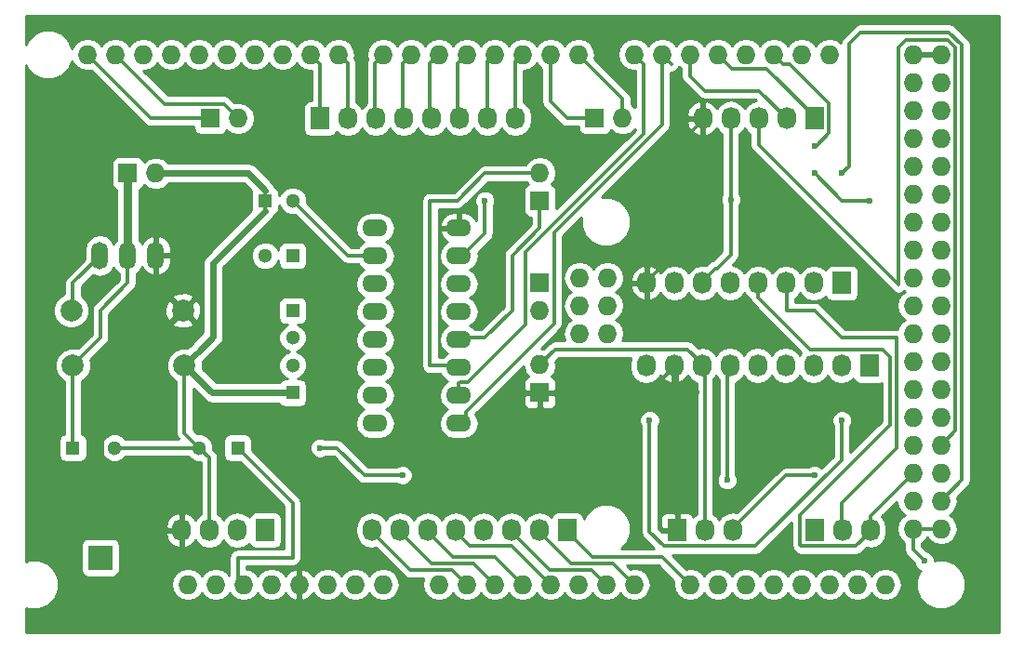
<source format=gtl>
G04 #@! TF.FileFunction,Copper,L1,Top,Signal*
%FSLAX46Y46*%
G04 Gerber Fmt 4.6, Leading zero omitted, Abs format (unit mm)*
G04 Created by KiCad (PCBNEW 4.0.2+dfsg1-stable) date fr. 11. mai 2018 kl. 17.21 +0200*
%MOMM*%
G01*
G04 APERTURE LIST*
%ADD10C,0.100000*%
%ADD11O,1.727200X1.727200*%
%ADD12C,1.300000*%
%ADD13R,1.300000X1.300000*%
%ADD14R,1.727200X2.032000*%
%ADD15O,1.727200X2.032000*%
%ADD16R,2.235200X2.235200*%
%ADD17R,1.727200X1.727200*%
%ADD18C,1.998980*%
%ADD19O,2.300000X1.600000*%
%ADD20O,1.501140X2.499360*%
%ADD21C,0.600000*%
%ADD22C,0.600000*%
%ADD23C,0.300000*%
%ADD24C,0.800000*%
%ADD25C,0.254000*%
G04 APERTURE END LIST*
D10*
D11*
X176127000Y-114600000D03*
X178667000Y-114600000D03*
X178667000Y-112060000D03*
X176127000Y-112060000D03*
X178667000Y-109520000D03*
X163300000Y-137460000D03*
X158220000Y-137460000D03*
X155680000Y-137460000D03*
X153140000Y-137460000D03*
X150600000Y-137460000D03*
X148060000Y-137460000D03*
X145520000Y-137460000D03*
X142980000Y-137460000D03*
X198860000Y-89200000D03*
X196320000Y-89200000D03*
X193780000Y-89200000D03*
X191240000Y-89200000D03*
X188700000Y-89200000D03*
X186160000Y-89200000D03*
X183620000Y-89200000D03*
X181080000Y-89200000D03*
X176000000Y-89200000D03*
X173460000Y-89200000D03*
X170920000Y-89200000D03*
X168380000Y-89200000D03*
X165840000Y-89200000D03*
X163300000Y-89200000D03*
X160760000Y-89200000D03*
X158220000Y-89200000D03*
X138916000Y-89200000D03*
X154156000Y-89200000D03*
X151616000Y-89200000D03*
X149076000Y-89200000D03*
X131296000Y-89200000D03*
X133836000Y-89200000D03*
X136376000Y-89200000D03*
X141456000Y-89200000D03*
X143996000Y-89200000D03*
X146536000Y-89200000D03*
X140440000Y-137460000D03*
X165840000Y-137460000D03*
X168380000Y-137460000D03*
X170920000Y-137460000D03*
X173460000Y-137460000D03*
X176000000Y-137460000D03*
X178540000Y-137460000D03*
X181080000Y-137460000D03*
X186160000Y-137460000D03*
X188700000Y-137460000D03*
X191240000Y-137460000D03*
X193780000Y-137460000D03*
X196320000Y-137460000D03*
X198860000Y-137460000D03*
X201400000Y-137460000D03*
X203940000Y-137460000D03*
X206480000Y-89200000D03*
X209020000Y-89200000D03*
X206480000Y-91740000D03*
X209020000Y-91740000D03*
X206480000Y-94280000D03*
X209020000Y-94280000D03*
X206480000Y-96820000D03*
X209020000Y-96820000D03*
X206480000Y-99360000D03*
X209020000Y-99360000D03*
X206480000Y-101900000D03*
X209020000Y-101900000D03*
X206480000Y-104440000D03*
X209020000Y-104440000D03*
X206480000Y-106980000D03*
X209020000Y-106980000D03*
X206480000Y-109520000D03*
X209020000Y-109520000D03*
X206480000Y-112060000D03*
X209020000Y-112060000D03*
X206480000Y-114600000D03*
X209020000Y-114600000D03*
X206480000Y-117140000D03*
X209020000Y-117140000D03*
X206480000Y-119680000D03*
X209020000Y-119680000D03*
X206480000Y-122220000D03*
X209020000Y-122220000D03*
X206480000Y-124760000D03*
X209020000Y-124760000D03*
X206480000Y-127300000D03*
X209020000Y-127300000D03*
X206480000Y-129840000D03*
X209020000Y-129840000D03*
X206480000Y-132380000D03*
X209020000Y-132380000D03*
X176127000Y-109520000D03*
X176127000Y-114600000D03*
X178667000Y-114600000D03*
X178667000Y-112060000D03*
X176127000Y-112060000D03*
X178667000Y-109520000D03*
X163300000Y-137460000D03*
X158220000Y-137460000D03*
X155680000Y-137460000D03*
X153140000Y-137460000D03*
X150600000Y-137460000D03*
X148060000Y-137460000D03*
X145520000Y-137460000D03*
X142980000Y-137460000D03*
X198860000Y-89200000D03*
X196320000Y-89200000D03*
X193780000Y-89200000D03*
X191240000Y-89200000D03*
X188700000Y-89200000D03*
X186160000Y-89200000D03*
X183620000Y-89200000D03*
X181080000Y-89200000D03*
X176000000Y-89200000D03*
X173460000Y-89200000D03*
X170920000Y-89200000D03*
X168380000Y-89200000D03*
X165840000Y-89200000D03*
X163300000Y-89200000D03*
X160760000Y-89200000D03*
X158220000Y-89200000D03*
X138916000Y-89200000D03*
X154156000Y-89200000D03*
X151616000Y-89200000D03*
X149076000Y-89200000D03*
X131296000Y-89200000D03*
X133836000Y-89200000D03*
X136376000Y-89200000D03*
X141456000Y-89200000D03*
X143996000Y-89200000D03*
X146536000Y-89200000D03*
X140440000Y-137460000D03*
X165840000Y-137460000D03*
X168380000Y-137460000D03*
X170920000Y-137460000D03*
X173460000Y-137460000D03*
X176000000Y-137460000D03*
X178540000Y-137460000D03*
X181080000Y-137460000D03*
X186160000Y-137460000D03*
X188700000Y-137460000D03*
X191240000Y-137460000D03*
X193780000Y-137460000D03*
X196320000Y-137460000D03*
X198860000Y-137460000D03*
X201400000Y-137460000D03*
X203940000Y-137460000D03*
X206480000Y-89200000D03*
X209020000Y-89200000D03*
X206480000Y-91740000D03*
X209020000Y-91740000D03*
X206480000Y-94280000D03*
X209020000Y-94280000D03*
X206480000Y-96820000D03*
X209020000Y-96820000D03*
X206480000Y-99360000D03*
X209020000Y-99360000D03*
X206480000Y-101900000D03*
X209020000Y-101900000D03*
X206480000Y-104440000D03*
X209020000Y-104440000D03*
X206480000Y-106980000D03*
X209020000Y-106980000D03*
X206480000Y-109520000D03*
X209020000Y-109520000D03*
X206480000Y-112060000D03*
X209020000Y-112060000D03*
X206480000Y-114600000D03*
X209020000Y-114600000D03*
X206480000Y-117140000D03*
X209020000Y-117140000D03*
X206480000Y-119680000D03*
X209020000Y-119680000D03*
X206480000Y-122220000D03*
X209020000Y-122220000D03*
X206480000Y-124760000D03*
X209020000Y-124760000D03*
X206480000Y-127300000D03*
X209020000Y-127300000D03*
X206480000Y-129840000D03*
X209020000Y-129840000D03*
X206480000Y-132380000D03*
X209020000Y-132380000D03*
X176127000Y-109520000D03*
D12*
X141500000Y-125000000D03*
D13*
X145000000Y-125000000D03*
X130000000Y-125000000D03*
D12*
X133800000Y-125000000D03*
D13*
X150000000Y-107500000D03*
D12*
X147500000Y-107500000D03*
D13*
X150000000Y-112500000D03*
D12*
X150000000Y-115000000D03*
D13*
X147500000Y-102500000D03*
D12*
X150000000Y-102500000D03*
D13*
X150000000Y-120000000D03*
D12*
X150000000Y-117500000D03*
D14*
X202500000Y-117500000D03*
D15*
X199960000Y-117500000D03*
X197420000Y-117500000D03*
X194880000Y-117500000D03*
X192340000Y-117500000D03*
X189800000Y-117500000D03*
X187260000Y-117500000D03*
X184720000Y-117500000D03*
X182180000Y-117500000D03*
D14*
X200000000Y-110000000D03*
D15*
X197460000Y-110000000D03*
X194920000Y-110000000D03*
X192380000Y-110000000D03*
X189840000Y-110000000D03*
X187300000Y-110000000D03*
X184760000Y-110000000D03*
X182220000Y-110000000D03*
D14*
X197500000Y-95000000D03*
D15*
X194960000Y-95000000D03*
X192420000Y-95000000D03*
X189880000Y-95000000D03*
X187340000Y-95000000D03*
D14*
X147500000Y-132500000D03*
D15*
X144960000Y-132500000D03*
X142420000Y-132500000D03*
X139880000Y-132500000D03*
D14*
X185000000Y-132500000D03*
D15*
X187540000Y-132500000D03*
X190080000Y-132500000D03*
D16*
X132500000Y-135000000D03*
D17*
X135000000Y-100000000D03*
D11*
X137540000Y-100000000D03*
D14*
X175000000Y-132500000D03*
D15*
X172460000Y-132500000D03*
X169920000Y-132500000D03*
X167380000Y-132500000D03*
X164840000Y-132500000D03*
X162300000Y-132500000D03*
X159760000Y-132500000D03*
X157220000Y-132500000D03*
D14*
X152500000Y-95000000D03*
D15*
X155040000Y-95000000D03*
X157580000Y-95000000D03*
X160120000Y-95000000D03*
X162660000Y-95000000D03*
X165200000Y-95000000D03*
X167740000Y-95000000D03*
X170280000Y-95000000D03*
D14*
X197500000Y-132500000D03*
D15*
X200040000Y-132500000D03*
X202580000Y-132500000D03*
D17*
X142500000Y-95000000D03*
D11*
X145040000Y-95000000D03*
D17*
X177500000Y-95000000D03*
D11*
X180040000Y-95000000D03*
D17*
X172500000Y-120000000D03*
D11*
X172500000Y-117460000D03*
D17*
X172500000Y-102500000D03*
D11*
X172500000Y-99960000D03*
D17*
X172500000Y-110000000D03*
D11*
X172500000Y-112540000D03*
D18*
X140000000Y-112500000D03*
X129840000Y-112500000D03*
X130000000Y-117500000D03*
X140160000Y-117500000D03*
D19*
X157500000Y-105000000D03*
X157500000Y-107540000D03*
X157500000Y-110080000D03*
X157500000Y-112620000D03*
X157500000Y-115160000D03*
X157500000Y-117700000D03*
X157500000Y-120240000D03*
X157500000Y-122780000D03*
X165120000Y-122780000D03*
X165120000Y-120240000D03*
X165120000Y-117700000D03*
X165120000Y-115160000D03*
X165120000Y-112620000D03*
X165120000Y-110080000D03*
X165120000Y-107540000D03*
X165120000Y-105000000D03*
D20*
X135000000Y-107500000D03*
X132460000Y-107500000D03*
X137540000Y-107500000D03*
D21*
X202500000Y-102500000D03*
X197500000Y-100000000D03*
X207500000Y-135316030D03*
X152500000Y-125000000D03*
X160000000Y-127500000D03*
X189889999Y-102389999D03*
X167500000Y-102500000D03*
X197500000Y-97500000D03*
X189554603Y-127945402D03*
X192500000Y-100000000D03*
X187500000Y-100000000D03*
X192500000Y-120000000D03*
X186789990Y-120000000D03*
X180321772Y-119678228D03*
X200000000Y-100000000D03*
X197500000Y-127500000D03*
X200000000Y-122500000D03*
X182500000Y-122500000D03*
D22*
X147500000Y-103450000D02*
X142787538Y-108162462D01*
X142787538Y-114872462D02*
X141449491Y-116210509D01*
X142787538Y-108162462D02*
X142787538Y-114872462D01*
D23*
X197500000Y-100000000D02*
X200000000Y-102500000D01*
X200000000Y-102500000D02*
X202500000Y-102500000D01*
X206480000Y-132380000D02*
X206480000Y-134296030D01*
X206480000Y-134296030D02*
X207500000Y-135316030D01*
X206480000Y-132380000D02*
X209020000Y-132380000D01*
X160000000Y-127500000D02*
X156550000Y-127500000D01*
X154050000Y-125000000D02*
X152500000Y-125000000D01*
X156550000Y-127500000D02*
X154050000Y-125000000D01*
X165120000Y-107540000D02*
X165470000Y-107540000D01*
X165470000Y-107540000D02*
X167500000Y-105510000D01*
X167500000Y-105510000D02*
X167500000Y-102500000D01*
X172500000Y-117460000D02*
X173926010Y-116033990D01*
X173926010Y-116033990D02*
X185946390Y-116033990D01*
X185946390Y-116033990D02*
X187260000Y-117347600D01*
X187260000Y-117347600D02*
X187260000Y-117500000D01*
X147500000Y-102500000D02*
X147500000Y-103450000D01*
X141449491Y-116210509D02*
X141159489Y-116500511D01*
D22*
X141159489Y-116500511D02*
X140160000Y-117500000D01*
X137540000Y-100000000D02*
X145950000Y-100000000D01*
X145950000Y-100000000D02*
X147500000Y-101550000D01*
D23*
X147500000Y-101550000D02*
X147500000Y-102500000D01*
X187540000Y-132500000D02*
X187540000Y-117780000D01*
X187540000Y-117780000D02*
X187260000Y-117500000D01*
D22*
X150000000Y-120000000D02*
X142660000Y-120000000D01*
X142660000Y-120000000D02*
X140160000Y-117500000D01*
D23*
X142420000Y-132500000D02*
X142420000Y-125920000D01*
X142420000Y-125920000D02*
X141500000Y-125000000D01*
X133800000Y-125000000D02*
X141500000Y-125000000D01*
X140160000Y-117500000D02*
X140160000Y-123660000D01*
X140160000Y-123660000D02*
X141500000Y-125000000D01*
X189880000Y-95000000D02*
X189880000Y-107420000D01*
X189880000Y-107420000D02*
X188616000Y-108684000D01*
X188616000Y-108684000D02*
X188463600Y-108684000D01*
X187300000Y-109847600D02*
X187300000Y-110000000D01*
X188463600Y-108684000D02*
X187300000Y-109847600D01*
X145520000Y-137460000D02*
X145000000Y-137500000D01*
X145000000Y-137500000D02*
X145000000Y-135000000D01*
X145000000Y-135000000D02*
X150000000Y-135000000D01*
X150000000Y-135000000D02*
X150000000Y-130000000D01*
X150000000Y-130000000D02*
X145000000Y-125000000D01*
X135000000Y-107500000D02*
X135000000Y-110000000D01*
X135000000Y-110000000D02*
X132500000Y-112500000D01*
X132500000Y-112500000D02*
X132500000Y-115000000D01*
X132500000Y-115000000D02*
X130000000Y-117500000D01*
D24*
X135000000Y-100000000D02*
X135000000Y-107500000D01*
D23*
X130000000Y-117500000D02*
X130000000Y-125000000D01*
X157500000Y-107540000D02*
X157500000Y-107500000D01*
X157500000Y-107500000D02*
X155000000Y-107500000D01*
X155000000Y-107500000D02*
X150000000Y-102500000D01*
X193780000Y-89200000D02*
X194643599Y-90063599D01*
X194643599Y-90063599D02*
X195253201Y-90063599D01*
X195253201Y-90063599D02*
X198813601Y-93623999D01*
X198813601Y-93623999D02*
X198813601Y-96376001D01*
X198813601Y-96376001D02*
X197689602Y-97500000D01*
X197689602Y-97500000D02*
X197500000Y-97500000D01*
X189554603Y-127945402D02*
X189554603Y-117745397D01*
X189554603Y-117745397D02*
X189800000Y-117500000D01*
X185083609Y-100000000D02*
X185083609Y-106983991D01*
X185083609Y-100000000D02*
X187500000Y-100000000D01*
X185083609Y-97408791D02*
X185083609Y-100000000D01*
X185000000Y-120000000D02*
X185000000Y-117780000D01*
X185000000Y-132500000D02*
X185000000Y-120000000D01*
X185000000Y-120000000D02*
X186789990Y-120000000D01*
X172500000Y-120000000D02*
X180321772Y-119678228D01*
X180321772Y-119678228D02*
X182372400Y-120000000D01*
X182372400Y-120000000D02*
X184720000Y-117652400D01*
X184720000Y-117652400D02*
X184720000Y-117500000D01*
X185000000Y-117780000D02*
X184720000Y-117500000D01*
X139880000Y-132500000D02*
X138716400Y-132500000D01*
X138716400Y-132500000D02*
X132699999Y-126483599D01*
X132699999Y-126483599D02*
X132699999Y-119800001D01*
X132699999Y-119800001D02*
X139000511Y-113499489D01*
X139000511Y-113499489D02*
X140000000Y-112500000D01*
X137540000Y-107500000D02*
X137540000Y-110040000D01*
X137540000Y-110040000D02*
X140000000Y-112500000D01*
X187340000Y-95000000D02*
X187340000Y-95152400D01*
X187340000Y-95152400D02*
X185083609Y-97408791D01*
X185083609Y-106983991D02*
X182220000Y-109847600D01*
X182220000Y-109847600D02*
X182220000Y-110000000D01*
X209020000Y-129840000D02*
X210933610Y-127926390D01*
X209762671Y-87149999D02*
X201685999Y-87149999D01*
X210933610Y-127926390D02*
X210933610Y-88320938D01*
X210933610Y-88320938D02*
X209762671Y-87149999D01*
X201685999Y-87149999D02*
X200619999Y-88215999D01*
X200619999Y-88215999D02*
X200619999Y-99380001D01*
X200619999Y-99380001D02*
X200000000Y-100000000D01*
X200040000Y-132500000D02*
X200000000Y-132500000D01*
X200000000Y-132500000D02*
X200000000Y-130000000D01*
X200000000Y-130000000D02*
X205000000Y-125000000D01*
X205000000Y-125000000D02*
X205000000Y-115000000D01*
X205000000Y-115000000D02*
X200000000Y-115000000D01*
X200000000Y-115000000D02*
X197500000Y-112500000D01*
X197500000Y-112500000D02*
X195000000Y-112500000D01*
X195000000Y-112500000D02*
X195000000Y-110000000D01*
X195000000Y-110000000D02*
X194920000Y-110000000D01*
X206480000Y-127300000D02*
X202580000Y-131200000D01*
X202580000Y-131200000D02*
X202580000Y-132500000D01*
X192380000Y-110000000D02*
X192380000Y-111316000D01*
X202580000Y-132652400D02*
X202580000Y-132500000D01*
X192380000Y-111316000D02*
X197097990Y-116033990D01*
X203723592Y-116033990D02*
X204399990Y-116710388D01*
X197097990Y-116033990D02*
X203723592Y-116033990D01*
X204399990Y-116710388D02*
X204399990Y-122910408D01*
X204399990Y-122910408D02*
X196186399Y-131123999D01*
X196186399Y-131123999D02*
X196186399Y-133876001D01*
X196186399Y-133876001D02*
X196276399Y-133966001D01*
X196276399Y-133966001D02*
X201266399Y-133966001D01*
X201266399Y-133966001D02*
X202580000Y-132652400D01*
X189840000Y-110000000D02*
X189840000Y-110152400D01*
X188700000Y-89200000D02*
X190013601Y-90513601D01*
X190013601Y-90513601D02*
X193166001Y-90513601D01*
X193166001Y-90513601D02*
X197500000Y-94847600D01*
X197500000Y-94847600D02*
X197500000Y-95000000D01*
X186160000Y-89200000D02*
X186160000Y-91160000D01*
X192460000Y-92500000D02*
X194960000Y-95000000D01*
X187500000Y-92500000D02*
X192460000Y-92500000D01*
X186160000Y-91160000D02*
X187500000Y-92500000D01*
X192420000Y-95000000D02*
X192420000Y-97420000D01*
X192420000Y-97420000D02*
X205166399Y-110166399D01*
X205166399Y-110166399D02*
X205166399Y-88569471D01*
X205166399Y-88569471D02*
X205849471Y-87886399D01*
X205849471Y-87886399D02*
X209650529Y-87886399D01*
X209650529Y-87886399D02*
X210333601Y-88569471D01*
X210333601Y-123446399D02*
X209020000Y-124760000D01*
X210333601Y-88569471D02*
X210333601Y-123446399D01*
X194927600Y-127500000D02*
X197500000Y-127500000D01*
X190080000Y-132500000D02*
X190080000Y-132347600D01*
X190080000Y-132347600D02*
X194927600Y-127500000D01*
X175000000Y-132500000D02*
X175000000Y-132652400D01*
X175000000Y-132652400D02*
X177293979Y-134946379D01*
X177293979Y-134946379D02*
X183646379Y-134946379D01*
X183646379Y-134946379D02*
X185296401Y-136596401D01*
X185296401Y-136596401D02*
X186160000Y-137460000D01*
X172460000Y-132500000D02*
X172460000Y-132652400D01*
X172460000Y-132652400D02*
X175353989Y-135546389D01*
X175353989Y-135546389D02*
X179166389Y-135546389D01*
X179166389Y-135546389D02*
X180216401Y-136596401D01*
X180216401Y-136596401D02*
X181080000Y-137460000D01*
X169920000Y-132500000D02*
X169920000Y-132652400D01*
X169920000Y-132652400D02*
X173413999Y-136146399D01*
X177676401Y-136596401D02*
X178540000Y-137460000D01*
X173413999Y-136146399D02*
X177226399Y-136146399D01*
X177226399Y-136146399D02*
X177676401Y-136596401D01*
X164840000Y-132500000D02*
X164840000Y-132652400D01*
X164840000Y-132652400D02*
X166153610Y-133966010D01*
X166153610Y-133966010D02*
X169966010Y-133966010D01*
X169966010Y-133966010D02*
X172596401Y-136596401D01*
X172596401Y-136596401D02*
X173460000Y-137460000D01*
X162300000Y-132500000D02*
X162300000Y-132652400D01*
X162300000Y-132652400D02*
X164593979Y-134946379D01*
X164593979Y-134946379D02*
X168406379Y-134946379D01*
X168406379Y-134946379D02*
X170056401Y-136596401D01*
X170056401Y-136596401D02*
X170920000Y-137460000D01*
X159760000Y-132500000D02*
X159760000Y-132652400D01*
X159760000Y-132652400D02*
X162653989Y-135546389D01*
X162653989Y-135546389D02*
X166466389Y-135546389D01*
X166466389Y-135546389D02*
X167516401Y-136596401D01*
X167516401Y-136596401D02*
X168380000Y-137460000D01*
X157220000Y-132500000D02*
X157220000Y-132652400D01*
X157220000Y-132652400D02*
X160713999Y-136146399D01*
X160713999Y-136146399D02*
X164526399Y-136146399D01*
X164526399Y-136146399D02*
X164976401Y-136596401D01*
X164976401Y-136596401D02*
X165840000Y-137460000D01*
X152500000Y-95000000D02*
X152500000Y-90084000D01*
X152500000Y-90084000D02*
X151616000Y-89200000D01*
X154156000Y-89200000D02*
X155000000Y-90000000D01*
X155000000Y-90000000D02*
X155000000Y-95000000D01*
X155000000Y-95000000D02*
X155040000Y-95000000D01*
X157580000Y-95000000D02*
X157500000Y-95000000D01*
X157500000Y-95000000D02*
X157500000Y-90000000D01*
X157500000Y-90000000D02*
X158220000Y-89200000D01*
X160120000Y-95000000D02*
X160000000Y-95000000D01*
X160000000Y-95000000D02*
X160000000Y-90000000D01*
X160000000Y-90000000D02*
X160760000Y-89200000D01*
X162660000Y-95000000D02*
X162500000Y-95000000D01*
X162500000Y-95000000D02*
X162500000Y-90000000D01*
X162500000Y-90000000D02*
X163300000Y-89200000D01*
X165200000Y-95000000D02*
X165000000Y-95000000D01*
X165000000Y-95000000D02*
X165000000Y-90000000D01*
X165000000Y-90000000D02*
X165840000Y-89200000D01*
X167740000Y-95000000D02*
X167740000Y-89840000D01*
X167740000Y-89840000D02*
X168380000Y-89200000D01*
X170280000Y-95000000D02*
X170280000Y-89840000D01*
X170280000Y-89840000D02*
X170920000Y-89200000D01*
X142500000Y-95000000D02*
X137096000Y-95000000D01*
X137096000Y-95000000D02*
X131296000Y-89200000D01*
X145040000Y-95000000D02*
X143726399Y-93686399D01*
X143726399Y-93686399D02*
X138322399Y-93686399D01*
X138322399Y-93686399D02*
X134699599Y-90063599D01*
X134699599Y-90063599D02*
X133836000Y-89200000D01*
X177500000Y-95000000D02*
X175000000Y-95000000D01*
X173460000Y-93460000D02*
X173460000Y-89200000D01*
X175000000Y-95000000D02*
X173460000Y-93460000D01*
X176000000Y-89200000D02*
X180040000Y-93240000D01*
X180040000Y-93240000D02*
X180040000Y-95000000D01*
X165120000Y-115160000D02*
X165000000Y-115000000D01*
X165000000Y-115000000D02*
X167500000Y-115000000D01*
X167500000Y-115000000D02*
X170000000Y-112500000D01*
X170000000Y-112500000D02*
X170000000Y-107500000D01*
X170000000Y-107500000D02*
X172500000Y-105000000D01*
X172500000Y-105000000D02*
X172500000Y-102500000D01*
X172500000Y-99960000D02*
X172500000Y-100000000D01*
X172500000Y-100000000D02*
X167500000Y-100000000D01*
X167500000Y-100000000D02*
X165000000Y-102500000D01*
X165000000Y-102500000D02*
X162500000Y-102500000D01*
X162500000Y-102500000D02*
X162500000Y-117500000D01*
X162500000Y-117500000D02*
X165000000Y-117500000D01*
X165000000Y-117500000D02*
X165120000Y-117700000D01*
X182500000Y-122500000D02*
X182500000Y-132689602D01*
X182500000Y-132689602D02*
X183776399Y-133966001D01*
X183776399Y-133966001D02*
X192144001Y-133966001D01*
X192144001Y-133966001D02*
X200000000Y-126110002D01*
X200000000Y-126110002D02*
X200000000Y-122500000D01*
X132460000Y-107500000D02*
X132500000Y-107500000D01*
X132500000Y-107500000D02*
X130000000Y-110000000D01*
X130000000Y-110000000D02*
X130000000Y-112500000D01*
X130000000Y-112500000D02*
X129840000Y-112500000D01*
X165987771Y-118989990D02*
X165270010Y-118989990D01*
X165270010Y-118989990D02*
X165120000Y-119140000D01*
X165120000Y-119140000D02*
X165120000Y-120240000D01*
X181080000Y-89200000D02*
X181943599Y-90063599D01*
X181943599Y-96404943D02*
X171186399Y-107162143D01*
X181943599Y-90063599D02*
X181943599Y-96404943D01*
X171186399Y-107162143D02*
X171186399Y-113791362D01*
X171186399Y-113791362D02*
X165987771Y-118989990D01*
X165120000Y-122780000D02*
X165470000Y-122780000D01*
X173813601Y-113664180D02*
X173813601Y-105383483D01*
X165470000Y-122780000D02*
X165750000Y-122500000D01*
X165750000Y-122500000D02*
X165750000Y-121727781D01*
X165750000Y-121727781D02*
X173813601Y-113664180D01*
X173813601Y-105383483D02*
X183620000Y-95577084D01*
X183620000Y-95577084D02*
X183620000Y-90421314D01*
X183620000Y-90421314D02*
X183620000Y-89200000D01*
X183620000Y-89200000D02*
X184483599Y-90063599D01*
D25*
G36*
X212373000Y-139873000D02*
X125710000Y-139873000D01*
X125710000Y-139564442D01*
X126023481Y-139694611D01*
X126912619Y-139695387D01*
X127734372Y-139355845D01*
X128363636Y-138727679D01*
X128704611Y-137906519D01*
X128705000Y-137460000D01*
X138912041Y-137460000D01*
X139026115Y-138033489D01*
X139350971Y-138519670D01*
X139837152Y-138844526D01*
X140410641Y-138958600D01*
X140469359Y-138958600D01*
X141042848Y-138844526D01*
X141529029Y-138519670D01*
X141710000Y-138248828D01*
X141890971Y-138519670D01*
X142377152Y-138844526D01*
X142950641Y-138958600D01*
X143009359Y-138958600D01*
X143582848Y-138844526D01*
X144069029Y-138519670D01*
X144250000Y-138248828D01*
X144430971Y-138519670D01*
X144917152Y-138844526D01*
X145490641Y-138958600D01*
X145549359Y-138958600D01*
X146122848Y-138844526D01*
X146609029Y-138519670D01*
X146790000Y-138248828D01*
X146970971Y-138519670D01*
X147457152Y-138844526D01*
X148030641Y-138958600D01*
X148089359Y-138958600D01*
X148662848Y-138844526D01*
X149149029Y-138519670D01*
X149329992Y-138248839D01*
X149711510Y-138666821D01*
X150240973Y-138914968D01*
X150473000Y-138794469D01*
X150473000Y-137587000D01*
X150453000Y-137587000D01*
X150453000Y-137333000D01*
X150473000Y-137333000D01*
X150473000Y-136125531D01*
X150727000Y-136125531D01*
X150727000Y-137333000D01*
X150747000Y-137333000D01*
X150747000Y-137587000D01*
X150727000Y-137587000D01*
X150727000Y-138794469D01*
X150959027Y-138914968D01*
X151488490Y-138666821D01*
X151870008Y-138248839D01*
X152050971Y-138519670D01*
X152537152Y-138844526D01*
X153110641Y-138958600D01*
X153169359Y-138958600D01*
X153742848Y-138844526D01*
X154229029Y-138519670D01*
X154410000Y-138248828D01*
X154590971Y-138519670D01*
X155077152Y-138844526D01*
X155650641Y-138958600D01*
X155709359Y-138958600D01*
X156282848Y-138844526D01*
X156769029Y-138519670D01*
X156950000Y-138248828D01*
X157130971Y-138519670D01*
X157617152Y-138844526D01*
X158190641Y-138958600D01*
X158249359Y-138958600D01*
X158822848Y-138844526D01*
X159309029Y-138519670D01*
X159633885Y-138033489D01*
X159747959Y-137460000D01*
X159633885Y-136886511D01*
X159309029Y-136400330D01*
X158822848Y-136075474D01*
X158249359Y-135961400D01*
X158190641Y-135961400D01*
X157617152Y-136075474D01*
X157130971Y-136400330D01*
X156950000Y-136671172D01*
X156769029Y-136400330D01*
X156282848Y-136075474D01*
X155709359Y-135961400D01*
X155650641Y-135961400D01*
X155077152Y-136075474D01*
X154590971Y-136400330D01*
X154410000Y-136671172D01*
X154229029Y-136400330D01*
X153742848Y-136075474D01*
X153169359Y-135961400D01*
X153110641Y-135961400D01*
X152537152Y-136075474D01*
X152050971Y-136400330D01*
X151870008Y-136671161D01*
X151488490Y-136253179D01*
X150959027Y-136005032D01*
X150727000Y-136125531D01*
X150473000Y-136125531D01*
X150240973Y-136005032D01*
X149711510Y-136253179D01*
X149329992Y-136671161D01*
X149149029Y-136400330D01*
X148662848Y-136075474D01*
X148089359Y-135961400D01*
X148030641Y-135961400D01*
X147457152Y-136075474D01*
X146970971Y-136400330D01*
X146790000Y-136671172D01*
X146609029Y-136400330D01*
X146122848Y-136075474D01*
X145785000Y-136008272D01*
X145785000Y-135785000D01*
X150000000Y-135785000D01*
X150300406Y-135725245D01*
X150555079Y-135555079D01*
X150725245Y-135300406D01*
X150785000Y-135000000D01*
X150785000Y-130000000D01*
X150725245Y-129699594D01*
X150555079Y-129444921D01*
X146297440Y-125187282D01*
X146297440Y-125185167D01*
X151564838Y-125185167D01*
X151706883Y-125528943D01*
X151969673Y-125792192D01*
X152313201Y-125934838D01*
X152685167Y-125935162D01*
X153028943Y-125793117D01*
X153037074Y-125785000D01*
X153724842Y-125785000D01*
X155994921Y-128055079D01*
X156249594Y-128225245D01*
X156550000Y-128285000D01*
X159462494Y-128285000D01*
X159469673Y-128292192D01*
X159813201Y-128434838D01*
X160185167Y-128435162D01*
X160528943Y-128293117D01*
X160792192Y-128030327D01*
X160934838Y-127686799D01*
X160935162Y-127314833D01*
X160793117Y-126971057D01*
X160530327Y-126707808D01*
X160186799Y-126565162D01*
X159814833Y-126564838D01*
X159471057Y-126706883D01*
X159462926Y-126715000D01*
X156875158Y-126715000D01*
X154605079Y-124444921D01*
X154350407Y-124274755D01*
X154050000Y-124215000D01*
X153037506Y-124215000D01*
X153030327Y-124207808D01*
X152686799Y-124065162D01*
X152314833Y-124064838D01*
X151971057Y-124206883D01*
X151707808Y-124469673D01*
X151565162Y-124813201D01*
X151564838Y-125185167D01*
X146297440Y-125185167D01*
X146297440Y-124350000D01*
X146253162Y-124114683D01*
X146114090Y-123898559D01*
X145901890Y-123753569D01*
X145650000Y-123702560D01*
X144350000Y-123702560D01*
X144114683Y-123746838D01*
X143898559Y-123885910D01*
X143753569Y-124098110D01*
X143702560Y-124350000D01*
X143702560Y-125650000D01*
X143746838Y-125885317D01*
X143885910Y-126101441D01*
X144098110Y-126246431D01*
X144350000Y-126297440D01*
X145187282Y-126297440D01*
X149215000Y-130325158D01*
X149215000Y-134215000D01*
X145000000Y-134215000D01*
X144699594Y-134274755D01*
X144444921Y-134444921D01*
X144274755Y-134699594D01*
X144215000Y-135000000D01*
X144215000Y-136618791D01*
X144069029Y-136400330D01*
X143582848Y-136075474D01*
X143009359Y-135961400D01*
X142950641Y-135961400D01*
X142377152Y-136075474D01*
X141890971Y-136400330D01*
X141710000Y-136671172D01*
X141529029Y-136400330D01*
X141042848Y-136075474D01*
X140469359Y-135961400D01*
X140410641Y-135961400D01*
X139837152Y-136075474D01*
X139350971Y-136400330D01*
X139026115Y-136886511D01*
X138912041Y-137460000D01*
X128705000Y-137460000D01*
X128705387Y-137017381D01*
X128365845Y-136195628D01*
X127737679Y-135566364D01*
X126916519Y-135225389D01*
X126027381Y-135224613D01*
X125710000Y-135355752D01*
X125710000Y-133882400D01*
X130734960Y-133882400D01*
X130734960Y-136117600D01*
X130779238Y-136352917D01*
X130918310Y-136569041D01*
X131130510Y-136714031D01*
X131382400Y-136765040D01*
X133617600Y-136765040D01*
X133852917Y-136720762D01*
X134069041Y-136581690D01*
X134214031Y-136369490D01*
X134265040Y-136117600D01*
X134265040Y-133882400D01*
X134220762Y-133647083D01*
X134081690Y-133430959D01*
X133869490Y-133285969D01*
X133617600Y-133234960D01*
X131382400Y-133234960D01*
X131147083Y-133279238D01*
X130930959Y-133418310D01*
X130785969Y-133630510D01*
X130734960Y-133882400D01*
X125710000Y-133882400D01*
X125710000Y-132861913D01*
X138394816Y-132861913D01*
X138588046Y-133414320D01*
X138977964Y-133850732D01*
X139505209Y-134104709D01*
X139520974Y-134107358D01*
X139753000Y-133986217D01*
X139753000Y-132627000D01*
X138539076Y-132627000D01*
X138394816Y-132861913D01*
X125710000Y-132861913D01*
X125710000Y-132138087D01*
X138394816Y-132138087D01*
X138539076Y-132373000D01*
X139753000Y-132373000D01*
X139753000Y-131013783D01*
X139520974Y-130892642D01*
X139505209Y-130895291D01*
X138977964Y-131149268D01*
X138588046Y-131585680D01*
X138394816Y-132138087D01*
X125710000Y-132138087D01*
X125710000Y-112823694D01*
X128205226Y-112823694D01*
X128453538Y-113424655D01*
X128912927Y-113884846D01*
X129513453Y-114134206D01*
X130163694Y-114134774D01*
X130764655Y-113886462D01*
X131224846Y-113427073D01*
X131474206Y-112826547D01*
X131474774Y-112176306D01*
X131226462Y-111575345D01*
X130785000Y-111133112D01*
X130785000Y-110325158D01*
X131848395Y-109261763D01*
X131929765Y-109316133D01*
X132460000Y-109421603D01*
X132990235Y-109316133D01*
X133439746Y-109015779D01*
X133730000Y-108581384D01*
X134020254Y-109015779D01*
X134215000Y-109145904D01*
X134215000Y-109674842D01*
X131944921Y-111944921D01*
X131774755Y-112199593D01*
X131774755Y-112199594D01*
X131715000Y-112500000D01*
X131715000Y-114674842D01*
X130466100Y-115923742D01*
X130326547Y-115865794D01*
X129676306Y-115865226D01*
X129075345Y-116113538D01*
X128615154Y-116572927D01*
X128365794Y-117173453D01*
X128365226Y-117823694D01*
X128613538Y-118424655D01*
X129072927Y-118884846D01*
X129215000Y-118943840D01*
X129215000Y-123727962D01*
X129114683Y-123746838D01*
X128898559Y-123885910D01*
X128753569Y-124098110D01*
X128702560Y-124350000D01*
X128702560Y-125650000D01*
X128746838Y-125885317D01*
X128885910Y-126101441D01*
X129098110Y-126246431D01*
X129350000Y-126297440D01*
X130650000Y-126297440D01*
X130885317Y-126253162D01*
X131101441Y-126114090D01*
X131246431Y-125901890D01*
X131297440Y-125650000D01*
X131297440Y-124350000D01*
X131253162Y-124114683D01*
X131114090Y-123898559D01*
X130901890Y-123753569D01*
X130785000Y-123729898D01*
X130785000Y-118944166D01*
X130924655Y-118886462D01*
X131384846Y-118427073D01*
X131634206Y-117826547D01*
X131634774Y-117176306D01*
X131576028Y-117034130D01*
X133055079Y-115555079D01*
X133225245Y-115300406D01*
X133285000Y-115000000D01*
X133285000Y-113652163D01*
X139027443Y-113652163D01*
X139126042Y-113918965D01*
X139735582Y-114145401D01*
X140385377Y-114121341D01*
X140873958Y-113918965D01*
X140972557Y-113652163D01*
X140000000Y-112679605D01*
X139027443Y-113652163D01*
X133285000Y-113652163D01*
X133285000Y-112825158D01*
X133874576Y-112235582D01*
X138354599Y-112235582D01*
X138378659Y-112885377D01*
X138581035Y-113373958D01*
X138847837Y-113472557D01*
X139820395Y-112500000D01*
X140179605Y-112500000D01*
X141152163Y-113472557D01*
X141418965Y-113373958D01*
X141645401Y-112764418D01*
X141621341Y-112114623D01*
X141418965Y-111626042D01*
X141152163Y-111527443D01*
X140179605Y-112500000D01*
X139820395Y-112500000D01*
X138847837Y-111527443D01*
X138581035Y-111626042D01*
X138354599Y-112235582D01*
X133874576Y-112235582D01*
X134762321Y-111347837D01*
X139027443Y-111347837D01*
X140000000Y-112320395D01*
X140972557Y-111347837D01*
X140873958Y-111081035D01*
X140264418Y-110854599D01*
X139614623Y-110878659D01*
X139126042Y-111081035D01*
X139027443Y-111347837D01*
X134762321Y-111347837D01*
X135555079Y-110555079D01*
X135725245Y-110300406D01*
X135785000Y-110000000D01*
X135785000Y-109145904D01*
X135979746Y-109015779D01*
X136280100Y-108566268D01*
X136281950Y-108556968D01*
X136308501Y-108646677D01*
X136650056Y-109068658D01*
X137127097Y-109327810D01*
X137198725Y-109341993D01*
X137413000Y-109219339D01*
X137413000Y-107627000D01*
X137667000Y-107627000D01*
X137667000Y-109219339D01*
X137881275Y-109341993D01*
X137952903Y-109327810D01*
X138429944Y-109068658D01*
X138771499Y-108646677D01*
X138925570Y-108126110D01*
X138925570Y-107627000D01*
X137667000Y-107627000D01*
X137413000Y-107627000D01*
X137393000Y-107627000D01*
X137393000Y-107373000D01*
X137413000Y-107373000D01*
X137413000Y-105780661D01*
X137667000Y-105780661D01*
X137667000Y-107373000D01*
X138925570Y-107373000D01*
X138925570Y-106873890D01*
X138771499Y-106353323D01*
X138429944Y-105931342D01*
X137952903Y-105672190D01*
X137881275Y-105658007D01*
X137667000Y-105780661D01*
X137413000Y-105780661D01*
X137198725Y-105658007D01*
X137127097Y-105672190D01*
X136650056Y-105931342D01*
X136308501Y-106353323D01*
X136281950Y-106443032D01*
X136280100Y-106433732D01*
X136035000Y-106066914D01*
X136035000Y-101478789D01*
X136098917Y-101466762D01*
X136315041Y-101327690D01*
X136460031Y-101115490D01*
X136468908Y-101071655D01*
X136937152Y-101384526D01*
X137510641Y-101498600D01*
X137569359Y-101498600D01*
X138142848Y-101384526D01*
X138629029Y-101059670D01*
X138712331Y-100935000D01*
X145562710Y-100935000D01*
X146248896Y-101621186D01*
X146202560Y-101850000D01*
X146202560Y-103150000D01*
X146246134Y-103381576D01*
X142126393Y-107501317D01*
X141923711Y-107804653D01*
X141852538Y-108162462D01*
X141852538Y-114485172D01*
X140788346Y-115549364D01*
X140672188Y-115723208D01*
X140498344Y-115839366D01*
X140471929Y-115865781D01*
X139836306Y-115865226D01*
X139235345Y-116113538D01*
X138775154Y-116572927D01*
X138525794Y-117173453D01*
X138525226Y-117823694D01*
X138773538Y-118424655D01*
X139232927Y-118884846D01*
X139375000Y-118943840D01*
X139375000Y-123660000D01*
X139434755Y-123960407D01*
X139604868Y-124215000D01*
X134832049Y-124215000D01*
X134528845Y-123911265D01*
X134056724Y-123715223D01*
X133545519Y-123714777D01*
X133073057Y-123909995D01*
X132711265Y-124271155D01*
X132515223Y-124743276D01*
X132514777Y-125254481D01*
X132709995Y-125726943D01*
X133071155Y-126088735D01*
X133543276Y-126284777D01*
X134054481Y-126285223D01*
X134526943Y-126090005D01*
X134832482Y-125785000D01*
X140467951Y-125785000D01*
X140771155Y-126088735D01*
X141243276Y-126284777D01*
X141635000Y-126285119D01*
X141635000Y-131072056D01*
X141360330Y-131255585D01*
X141153539Y-131565069D01*
X140782036Y-131149268D01*
X140254791Y-130895291D01*
X140239026Y-130892642D01*
X140007000Y-131013783D01*
X140007000Y-132373000D01*
X140027000Y-132373000D01*
X140027000Y-132627000D01*
X140007000Y-132627000D01*
X140007000Y-133986217D01*
X140239026Y-134107358D01*
X140254791Y-134104709D01*
X140782036Y-133850732D01*
X141153539Y-133434931D01*
X141360330Y-133744415D01*
X141846511Y-134069271D01*
X142420000Y-134183345D01*
X142993489Y-134069271D01*
X143479670Y-133744415D01*
X143690000Y-133429634D01*
X143900330Y-133744415D01*
X144386511Y-134069271D01*
X144960000Y-134183345D01*
X145533489Y-134069271D01*
X146019670Y-133744415D01*
X146029243Y-133730087D01*
X146033238Y-133751317D01*
X146172310Y-133967441D01*
X146384510Y-134112431D01*
X146636400Y-134163440D01*
X148363600Y-134163440D01*
X148598917Y-134119162D01*
X148815041Y-133980090D01*
X148960031Y-133767890D01*
X149011040Y-133516000D01*
X149011040Y-131484000D01*
X148966762Y-131248683D01*
X148827690Y-131032559D01*
X148615490Y-130887569D01*
X148363600Y-130836560D01*
X146636400Y-130836560D01*
X146401083Y-130880838D01*
X146184959Y-131019910D01*
X146039969Y-131232110D01*
X146031600Y-131273439D01*
X146019670Y-131255585D01*
X145533489Y-130930729D01*
X144960000Y-130816655D01*
X144386511Y-130930729D01*
X143900330Y-131255585D01*
X143690000Y-131570366D01*
X143479670Y-131255585D01*
X143205000Y-131072056D01*
X143205000Y-125920000D01*
X143145245Y-125619594D01*
X142975079Y-125364921D01*
X142975076Y-125364919D01*
X142784849Y-125174691D01*
X142785223Y-124745519D01*
X142590005Y-124273057D01*
X142228845Y-123911265D01*
X141756724Y-123715223D01*
X141325004Y-123714846D01*
X140945000Y-123334842D01*
X140945000Y-119607290D01*
X141998855Y-120661145D01*
X142302191Y-120863827D01*
X142660000Y-120935000D01*
X148778808Y-120935000D01*
X148885910Y-121101441D01*
X149098110Y-121246431D01*
X149350000Y-121297440D01*
X150650000Y-121297440D01*
X150885317Y-121253162D01*
X151101441Y-121114090D01*
X151246431Y-120901890D01*
X151297440Y-120650000D01*
X151297440Y-119350000D01*
X151253162Y-119114683D01*
X151114090Y-118898559D01*
X150901890Y-118753569D01*
X150650000Y-118702560D01*
X150454540Y-118702560D01*
X150726943Y-118590005D01*
X151088735Y-118228845D01*
X151284777Y-117756724D01*
X151285223Y-117245519D01*
X151090005Y-116773057D01*
X150728845Y-116411265D01*
X150340102Y-116249845D01*
X150726943Y-116090005D01*
X151088735Y-115728845D01*
X151284777Y-115256724D01*
X151285223Y-114745519D01*
X151090005Y-114273057D01*
X150728845Y-113911265D01*
X150454724Y-113797440D01*
X150650000Y-113797440D01*
X150885317Y-113753162D01*
X151101441Y-113614090D01*
X151246431Y-113401890D01*
X151297440Y-113150000D01*
X151297440Y-111850000D01*
X151253162Y-111614683D01*
X151114090Y-111398559D01*
X150901890Y-111253569D01*
X150650000Y-111202560D01*
X149350000Y-111202560D01*
X149114683Y-111246838D01*
X148898559Y-111385910D01*
X148753569Y-111598110D01*
X148702560Y-111850000D01*
X148702560Y-113150000D01*
X148746838Y-113385317D01*
X148885910Y-113601441D01*
X149098110Y-113746431D01*
X149350000Y-113797440D01*
X149545460Y-113797440D01*
X149273057Y-113909995D01*
X148911265Y-114271155D01*
X148715223Y-114743276D01*
X148714777Y-115254481D01*
X148909995Y-115726943D01*
X149271155Y-116088735D01*
X149659898Y-116250155D01*
X149273057Y-116409995D01*
X148911265Y-116771155D01*
X148715223Y-117243276D01*
X148714777Y-117754481D01*
X148909995Y-118226943D01*
X149271155Y-118588735D01*
X149545276Y-118702560D01*
X149350000Y-118702560D01*
X149114683Y-118746838D01*
X148898559Y-118885910D01*
X148776192Y-119065000D01*
X143047290Y-119065000D01*
X141794219Y-117811929D01*
X141794764Y-117187526D01*
X141820634Y-117161656D01*
X141936792Y-116987812D01*
X142110636Y-116871654D01*
X143448683Y-115533607D01*
X143651365Y-115230271D01*
X143722538Y-114872462D01*
X143722538Y-108549752D01*
X144517809Y-107754481D01*
X146214777Y-107754481D01*
X146409995Y-108226943D01*
X146771155Y-108588735D01*
X147243276Y-108784777D01*
X147754481Y-108785223D01*
X148226943Y-108590005D01*
X148588735Y-108228845D01*
X148702560Y-107954724D01*
X148702560Y-108150000D01*
X148746838Y-108385317D01*
X148885910Y-108601441D01*
X149098110Y-108746431D01*
X149350000Y-108797440D01*
X150650000Y-108797440D01*
X150885317Y-108753162D01*
X151101441Y-108614090D01*
X151246431Y-108401890D01*
X151297440Y-108150000D01*
X151297440Y-106850000D01*
X151253162Y-106614683D01*
X151114090Y-106398559D01*
X150901890Y-106253569D01*
X150650000Y-106202560D01*
X149350000Y-106202560D01*
X149114683Y-106246838D01*
X148898559Y-106385910D01*
X148753569Y-106598110D01*
X148702560Y-106850000D01*
X148702560Y-107045460D01*
X148590005Y-106773057D01*
X148228845Y-106411265D01*
X147756724Y-106215223D01*
X147245519Y-106214777D01*
X146773057Y-106409995D01*
X146411265Y-106771155D01*
X146215223Y-107243276D01*
X146214777Y-107754481D01*
X144517809Y-107754481D01*
X148161145Y-104111145D01*
X148363827Y-103807809D01*
X148374284Y-103755238D01*
X148385317Y-103753162D01*
X148601441Y-103614090D01*
X148746431Y-103401890D01*
X148797440Y-103150000D01*
X148797440Y-102954540D01*
X148909995Y-103226943D01*
X149271155Y-103588735D01*
X149743276Y-103784777D01*
X150174996Y-103785154D01*
X154444921Y-108055079D01*
X154699594Y-108225245D01*
X155000000Y-108285000D01*
X155920125Y-108285000D01*
X156100332Y-108554698D01*
X156482418Y-108810000D01*
X156100332Y-109065302D01*
X155789263Y-109530849D01*
X155680030Y-110080000D01*
X155789263Y-110629151D01*
X156100332Y-111094698D01*
X156482418Y-111350000D01*
X156100332Y-111605302D01*
X155789263Y-112070849D01*
X155680030Y-112620000D01*
X155789263Y-113169151D01*
X156100332Y-113634698D01*
X156482418Y-113890000D01*
X156100332Y-114145302D01*
X155789263Y-114610849D01*
X155680030Y-115160000D01*
X155789263Y-115709151D01*
X156100332Y-116174698D01*
X156482418Y-116430000D01*
X156100332Y-116685302D01*
X155789263Y-117150849D01*
X155680030Y-117700000D01*
X155789263Y-118249151D01*
X156100332Y-118714698D01*
X156482418Y-118970000D01*
X156100332Y-119225302D01*
X155789263Y-119690849D01*
X155680030Y-120240000D01*
X155789263Y-120789151D01*
X156100332Y-121254698D01*
X156482418Y-121510000D01*
X156100332Y-121765302D01*
X155789263Y-122230849D01*
X155680030Y-122780000D01*
X155789263Y-123329151D01*
X156100332Y-123794698D01*
X156565879Y-124105767D01*
X157115030Y-124215000D01*
X157884970Y-124215000D01*
X158434121Y-124105767D01*
X158899668Y-123794698D01*
X159210737Y-123329151D01*
X159319970Y-122780000D01*
X159210737Y-122230849D01*
X158899668Y-121765302D01*
X158517582Y-121510000D01*
X158899668Y-121254698D01*
X159210737Y-120789151D01*
X159319970Y-120240000D01*
X159210737Y-119690849D01*
X158899668Y-119225302D01*
X158517582Y-118970000D01*
X158899668Y-118714698D01*
X159210737Y-118249151D01*
X159319970Y-117700000D01*
X159210737Y-117150849D01*
X158899668Y-116685302D01*
X158517582Y-116430000D01*
X158899668Y-116174698D01*
X159210737Y-115709151D01*
X159319970Y-115160000D01*
X159210737Y-114610849D01*
X158899668Y-114145302D01*
X158517582Y-113890000D01*
X158899668Y-113634698D01*
X159210737Y-113169151D01*
X159319970Y-112620000D01*
X159210737Y-112070849D01*
X158899668Y-111605302D01*
X158517582Y-111350000D01*
X158899668Y-111094698D01*
X159210737Y-110629151D01*
X159319970Y-110080000D01*
X159210737Y-109530849D01*
X158899668Y-109065302D01*
X158517582Y-108810000D01*
X158899668Y-108554698D01*
X159210737Y-108089151D01*
X159319970Y-107540000D01*
X159210737Y-106990849D01*
X158899668Y-106525302D01*
X158517582Y-106270000D01*
X158899668Y-106014698D01*
X159210737Y-105549151D01*
X159319970Y-105000000D01*
X159210737Y-104450849D01*
X158899668Y-103985302D01*
X158434121Y-103674233D01*
X157884970Y-103565000D01*
X157115030Y-103565000D01*
X156565879Y-103674233D01*
X156100332Y-103985302D01*
X155789263Y-104450849D01*
X155680030Y-105000000D01*
X155789263Y-105549151D01*
X156100332Y-106014698D01*
X156482418Y-106270000D01*
X156100332Y-106525302D01*
X155973580Y-106715000D01*
X155325158Y-106715000D01*
X151284849Y-102674691D01*
X151285223Y-102245519D01*
X151090005Y-101773057D01*
X150728845Y-101411265D01*
X150256724Y-101215223D01*
X149745519Y-101214777D01*
X149273057Y-101409995D01*
X148911265Y-101771155D01*
X148797440Y-102045276D01*
X148797440Y-101850000D01*
X148753162Y-101614683D01*
X148614090Y-101398559D01*
X148401890Y-101253569D01*
X148374951Y-101248114D01*
X148363827Y-101192191D01*
X148161145Y-100888855D01*
X146611145Y-99338855D01*
X146307809Y-99136173D01*
X145950000Y-99065000D01*
X138712331Y-99065000D01*
X138629029Y-98940330D01*
X138142848Y-98615474D01*
X137569359Y-98501400D01*
X137510641Y-98501400D01*
X136937152Y-98615474D01*
X136471558Y-98926574D01*
X136466762Y-98901083D01*
X136327690Y-98684959D01*
X136115490Y-98539969D01*
X135863600Y-98488960D01*
X134136400Y-98488960D01*
X133901083Y-98533238D01*
X133684959Y-98672310D01*
X133539969Y-98884510D01*
X133488960Y-99136400D01*
X133488960Y-100863600D01*
X133533238Y-101098917D01*
X133672310Y-101315041D01*
X133884510Y-101460031D01*
X133965000Y-101476331D01*
X133965000Y-106066914D01*
X133730000Y-106418616D01*
X133439746Y-105984221D01*
X132990235Y-105683867D01*
X132460000Y-105578397D01*
X131929765Y-105683867D01*
X131480254Y-105984221D01*
X131179900Y-106433732D01*
X131074430Y-106963967D01*
X131074430Y-107815412D01*
X129444921Y-109444921D01*
X129274755Y-109699593D01*
X129241656Y-109865992D01*
X129215000Y-110000000D01*
X129215000Y-110989723D01*
X128915345Y-111113538D01*
X128455154Y-111572927D01*
X128205794Y-112173453D01*
X128205226Y-112823694D01*
X125710000Y-112823694D01*
X125710000Y-90139693D01*
X125844155Y-90464372D01*
X126472321Y-91093636D01*
X127293481Y-91434611D01*
X128182619Y-91435387D01*
X129004372Y-91095845D01*
X129633636Y-90467679D01*
X129906645Y-89810200D01*
X130206971Y-90259670D01*
X130693152Y-90584526D01*
X131266641Y-90698600D01*
X131325359Y-90698600D01*
X131624866Y-90639024D01*
X136540921Y-95555079D01*
X136795594Y-95725245D01*
X137096000Y-95785000D01*
X140988960Y-95785000D01*
X140988960Y-95863600D01*
X141033238Y-96098917D01*
X141172310Y-96315041D01*
X141384510Y-96460031D01*
X141636400Y-96511040D01*
X143363600Y-96511040D01*
X143598917Y-96466762D01*
X143815041Y-96327690D01*
X143960031Y-96115490D01*
X143968908Y-96071655D01*
X144437152Y-96384526D01*
X145010641Y-96498600D01*
X145069359Y-96498600D01*
X145642848Y-96384526D01*
X146129029Y-96059670D01*
X146453885Y-95573489D01*
X146567959Y-95000000D01*
X146453885Y-94426511D01*
X146129029Y-93940330D01*
X145642848Y-93615474D01*
X145069359Y-93501400D01*
X145010641Y-93501400D01*
X144711134Y-93560976D01*
X144281478Y-93131320D01*
X144026806Y-92961154D01*
X143726399Y-92901399D01*
X138647557Y-92901399D01*
X136438221Y-90692063D01*
X136978848Y-90584526D01*
X137465029Y-90259670D01*
X137646000Y-89988828D01*
X137826971Y-90259670D01*
X138313152Y-90584526D01*
X138886641Y-90698600D01*
X138945359Y-90698600D01*
X139518848Y-90584526D01*
X140005029Y-90259670D01*
X140186000Y-89988828D01*
X140366971Y-90259670D01*
X140853152Y-90584526D01*
X141426641Y-90698600D01*
X141485359Y-90698600D01*
X142058848Y-90584526D01*
X142545029Y-90259670D01*
X142726000Y-89988828D01*
X142906971Y-90259670D01*
X143393152Y-90584526D01*
X143966641Y-90698600D01*
X144025359Y-90698600D01*
X144598848Y-90584526D01*
X145085029Y-90259670D01*
X145266000Y-89988828D01*
X145446971Y-90259670D01*
X145933152Y-90584526D01*
X146506641Y-90698600D01*
X146565359Y-90698600D01*
X147138848Y-90584526D01*
X147625029Y-90259670D01*
X147806000Y-89988828D01*
X147986971Y-90259670D01*
X148473152Y-90584526D01*
X149046641Y-90698600D01*
X149105359Y-90698600D01*
X149678848Y-90584526D01*
X150165029Y-90259670D01*
X150346000Y-89988828D01*
X150526971Y-90259670D01*
X151013152Y-90584526D01*
X151586641Y-90698600D01*
X151645359Y-90698600D01*
X151715000Y-90684748D01*
X151715000Y-93336560D01*
X151636400Y-93336560D01*
X151401083Y-93380838D01*
X151184959Y-93519910D01*
X151039969Y-93732110D01*
X150988960Y-93984000D01*
X150988960Y-96016000D01*
X151033238Y-96251317D01*
X151172310Y-96467441D01*
X151384510Y-96612431D01*
X151636400Y-96663440D01*
X153363600Y-96663440D01*
X153598917Y-96619162D01*
X153815041Y-96480090D01*
X153960031Y-96267890D01*
X153968400Y-96226561D01*
X153980330Y-96244415D01*
X154466511Y-96569271D01*
X155040000Y-96683345D01*
X155613489Y-96569271D01*
X156099670Y-96244415D01*
X156310000Y-95929634D01*
X156520330Y-96244415D01*
X157006511Y-96569271D01*
X157580000Y-96683345D01*
X158153489Y-96569271D01*
X158639670Y-96244415D01*
X158850000Y-95929634D01*
X159060330Y-96244415D01*
X159546511Y-96569271D01*
X160120000Y-96683345D01*
X160693489Y-96569271D01*
X161179670Y-96244415D01*
X161390000Y-95929634D01*
X161600330Y-96244415D01*
X162086511Y-96569271D01*
X162660000Y-96683345D01*
X163233489Y-96569271D01*
X163719670Y-96244415D01*
X163930000Y-95929634D01*
X164140330Y-96244415D01*
X164626511Y-96569271D01*
X165200000Y-96683345D01*
X165773489Y-96569271D01*
X166259670Y-96244415D01*
X166470000Y-95929634D01*
X166680330Y-96244415D01*
X167166511Y-96569271D01*
X167740000Y-96683345D01*
X168313489Y-96569271D01*
X168799670Y-96244415D01*
X169010000Y-95929634D01*
X169220330Y-96244415D01*
X169706511Y-96569271D01*
X170280000Y-96683345D01*
X170853489Y-96569271D01*
X171339670Y-96244415D01*
X171664526Y-95758234D01*
X171778600Y-95184745D01*
X171778600Y-94815255D01*
X171664526Y-94241766D01*
X171339670Y-93755585D01*
X171065000Y-93572056D01*
X171065000Y-90675598D01*
X171522848Y-90584526D01*
X172009029Y-90259670D01*
X172190000Y-89988828D01*
X172370971Y-90259670D01*
X172675000Y-90462816D01*
X172675000Y-93460000D01*
X172734755Y-93760407D01*
X172904921Y-94015079D01*
X174444921Y-95555079D01*
X174699594Y-95725245D01*
X175000000Y-95785000D01*
X175988960Y-95785000D01*
X175988960Y-95863600D01*
X176033238Y-96098917D01*
X176172310Y-96315041D01*
X176384510Y-96460031D01*
X176636400Y-96511040D01*
X178363600Y-96511040D01*
X178598917Y-96466762D01*
X178815041Y-96327690D01*
X178960031Y-96115490D01*
X178968908Y-96071655D01*
X179437152Y-96384526D01*
X180010641Y-96498600D01*
X180069359Y-96498600D01*
X180642848Y-96384526D01*
X181129029Y-96059670D01*
X181158599Y-96015415D01*
X181158599Y-96079785D01*
X174011040Y-103227344D01*
X174011040Y-101636400D01*
X173966762Y-101401083D01*
X173827690Y-101184959D01*
X173615490Y-101039969D01*
X173571655Y-101031092D01*
X173884526Y-100562848D01*
X173998600Y-99989359D01*
X173998600Y-99930641D01*
X173884526Y-99357152D01*
X173559670Y-98870971D01*
X173073489Y-98546115D01*
X172500000Y-98432041D01*
X171926511Y-98546115D01*
X171440330Y-98870971D01*
X171210457Y-99215000D01*
X167500000Y-99215000D01*
X167199594Y-99274755D01*
X166944921Y-99444921D01*
X164674842Y-101715000D01*
X162500000Y-101715000D01*
X162199594Y-101774755D01*
X161944921Y-101944921D01*
X161774755Y-102199594D01*
X161715000Y-102500000D01*
X161715000Y-117500000D01*
X161774755Y-117800406D01*
X161944921Y-118055079D01*
X162199594Y-118225245D01*
X162500000Y-118285000D01*
X163433217Y-118285000D01*
X163720332Y-118714698D01*
X164102418Y-118970000D01*
X163720332Y-119225302D01*
X163409263Y-119690849D01*
X163300030Y-120240000D01*
X163409263Y-120789151D01*
X163720332Y-121254698D01*
X164102418Y-121510000D01*
X163720332Y-121765302D01*
X163409263Y-122230849D01*
X163300030Y-122780000D01*
X163409263Y-123329151D01*
X163720332Y-123794698D01*
X164185879Y-124105767D01*
X164735030Y-124215000D01*
X165504970Y-124215000D01*
X166054121Y-124105767D01*
X166519668Y-123794698D01*
X166830737Y-123329151D01*
X166939970Y-122780000D01*
X166830737Y-122230849D01*
X166641020Y-121946919D01*
X168302189Y-120285750D01*
X171001400Y-120285750D01*
X171001400Y-120989909D01*
X171098073Y-121223298D01*
X171276701Y-121401927D01*
X171510090Y-121498600D01*
X172214250Y-121498600D01*
X172373000Y-121339850D01*
X172373000Y-120127000D01*
X172627000Y-120127000D01*
X172627000Y-121339850D01*
X172785750Y-121498600D01*
X173489910Y-121498600D01*
X173723299Y-121401927D01*
X173901927Y-121223298D01*
X173998600Y-120989909D01*
X173998600Y-120285750D01*
X173839850Y-120127000D01*
X172627000Y-120127000D01*
X172373000Y-120127000D01*
X171160150Y-120127000D01*
X171001400Y-120285750D01*
X168302189Y-120285750D01*
X171017523Y-117570416D01*
X171115474Y-118062848D01*
X171430526Y-118534356D01*
X171276701Y-118598073D01*
X171098073Y-118776702D01*
X171001400Y-119010091D01*
X171001400Y-119714250D01*
X171160150Y-119873000D01*
X172373000Y-119873000D01*
X172373000Y-119853000D01*
X172627000Y-119853000D01*
X172627000Y-119873000D01*
X173839850Y-119873000D01*
X173998600Y-119714250D01*
X173998600Y-119010091D01*
X173901927Y-118776702D01*
X173723299Y-118598073D01*
X173569474Y-118534356D01*
X173884526Y-118062848D01*
X173998600Y-117489359D01*
X173998600Y-117430641D01*
X173939024Y-117131134D01*
X174251168Y-116818990D01*
X180780113Y-116818990D01*
X180681400Y-117315255D01*
X180681400Y-117684745D01*
X180795474Y-118258234D01*
X181120330Y-118744415D01*
X181606511Y-119069271D01*
X182180000Y-119183345D01*
X182753489Y-119069271D01*
X183239670Y-118744415D01*
X183446461Y-118434931D01*
X183817964Y-118850732D01*
X184345209Y-119104709D01*
X184360974Y-119107358D01*
X184593000Y-118986217D01*
X184593000Y-117627000D01*
X184573000Y-117627000D01*
X184573000Y-117373000D01*
X184593000Y-117373000D01*
X184593000Y-117353000D01*
X184847000Y-117353000D01*
X184847000Y-117373000D01*
X184867000Y-117373000D01*
X184867000Y-117627000D01*
X184847000Y-117627000D01*
X184847000Y-118986217D01*
X185079026Y-119107358D01*
X185094791Y-119104709D01*
X185622036Y-118850732D01*
X185993539Y-118434931D01*
X186200330Y-118744415D01*
X186686511Y-119069271D01*
X186755000Y-119082894D01*
X186755000Y-131072056D01*
X186480330Y-131255585D01*
X186465500Y-131277780D01*
X186401927Y-131124302D01*
X186223299Y-130945673D01*
X185989910Y-130849000D01*
X185285750Y-130849000D01*
X185127000Y-131007750D01*
X185127000Y-132373000D01*
X185147000Y-132373000D01*
X185147000Y-132627000D01*
X185127000Y-132627000D01*
X185127000Y-132647000D01*
X184873000Y-132647000D01*
X184873000Y-132627000D01*
X183660150Y-132627000D01*
X183603853Y-132683297D01*
X183285000Y-132364444D01*
X183285000Y-131357691D01*
X183501400Y-131357691D01*
X183501400Y-132214250D01*
X183660150Y-132373000D01*
X184873000Y-132373000D01*
X184873000Y-131007750D01*
X184714250Y-130849000D01*
X184010090Y-130849000D01*
X183776701Y-130945673D01*
X183598073Y-131124302D01*
X183501400Y-131357691D01*
X183285000Y-131357691D01*
X183285000Y-123037506D01*
X183292192Y-123030327D01*
X183434838Y-122686799D01*
X183435162Y-122314833D01*
X183293117Y-121971057D01*
X183030327Y-121707808D01*
X182686799Y-121565162D01*
X182314833Y-121564838D01*
X181971057Y-121706883D01*
X181707808Y-121969673D01*
X181565162Y-122313201D01*
X181564838Y-122685167D01*
X181706883Y-123028943D01*
X181715000Y-123037074D01*
X181715000Y-132689602D01*
X181774755Y-132990009D01*
X181944921Y-133244681D01*
X182861619Y-134161379D01*
X179919038Y-134161379D01*
X180433636Y-133647679D01*
X180774611Y-132826519D01*
X180775387Y-131937381D01*
X180435845Y-131115628D01*
X179807679Y-130486364D01*
X178986519Y-130145389D01*
X178097381Y-130144613D01*
X177275628Y-130484155D01*
X176646364Y-131112321D01*
X176505112Y-131452494D01*
X176466762Y-131248683D01*
X176327690Y-131032559D01*
X176115490Y-130887569D01*
X175863600Y-130836560D01*
X174136400Y-130836560D01*
X173901083Y-130880838D01*
X173684959Y-131019910D01*
X173539969Y-131232110D01*
X173531600Y-131273439D01*
X173519670Y-131255585D01*
X173033489Y-130930729D01*
X172460000Y-130816655D01*
X171886511Y-130930729D01*
X171400330Y-131255585D01*
X171190000Y-131570366D01*
X170979670Y-131255585D01*
X170493489Y-130930729D01*
X169920000Y-130816655D01*
X169346511Y-130930729D01*
X168860330Y-131255585D01*
X168650000Y-131570366D01*
X168439670Y-131255585D01*
X167953489Y-130930729D01*
X167380000Y-130816655D01*
X166806511Y-130930729D01*
X166320330Y-131255585D01*
X166110000Y-131570366D01*
X165899670Y-131255585D01*
X165413489Y-130930729D01*
X164840000Y-130816655D01*
X164266511Y-130930729D01*
X163780330Y-131255585D01*
X163570000Y-131570366D01*
X163359670Y-131255585D01*
X162873489Y-130930729D01*
X162300000Y-130816655D01*
X161726511Y-130930729D01*
X161240330Y-131255585D01*
X161030000Y-131570366D01*
X160819670Y-131255585D01*
X160333489Y-130930729D01*
X159760000Y-130816655D01*
X159186511Y-130930729D01*
X158700330Y-131255585D01*
X158490000Y-131570366D01*
X158279670Y-131255585D01*
X157793489Y-130930729D01*
X157220000Y-130816655D01*
X156646511Y-130930729D01*
X156160330Y-131255585D01*
X155835474Y-131741766D01*
X155721400Y-132315255D01*
X155721400Y-132684745D01*
X155835474Y-133258234D01*
X156160330Y-133744415D01*
X156646511Y-134069271D01*
X157220000Y-134183345D01*
X157570974Y-134113532D01*
X160158920Y-136701478D01*
X160413593Y-136871644D01*
X160713999Y-136931399D01*
X161877186Y-136931399D01*
X161772041Y-137460000D01*
X161886115Y-138033489D01*
X162210971Y-138519670D01*
X162697152Y-138844526D01*
X163270641Y-138958600D01*
X163329359Y-138958600D01*
X163902848Y-138844526D01*
X164389029Y-138519670D01*
X164570000Y-138248828D01*
X164750971Y-138519670D01*
X165237152Y-138844526D01*
X165810641Y-138958600D01*
X165869359Y-138958600D01*
X166442848Y-138844526D01*
X166929029Y-138519670D01*
X167110000Y-138248828D01*
X167290971Y-138519670D01*
X167777152Y-138844526D01*
X168350641Y-138958600D01*
X168409359Y-138958600D01*
X168982848Y-138844526D01*
X169469029Y-138519670D01*
X169650000Y-138248828D01*
X169830971Y-138519670D01*
X170317152Y-138844526D01*
X170890641Y-138958600D01*
X170949359Y-138958600D01*
X171522848Y-138844526D01*
X172009029Y-138519670D01*
X172190000Y-138248828D01*
X172370971Y-138519670D01*
X172857152Y-138844526D01*
X173430641Y-138958600D01*
X173489359Y-138958600D01*
X174062848Y-138844526D01*
X174549029Y-138519670D01*
X174730000Y-138248828D01*
X174910971Y-138519670D01*
X175397152Y-138844526D01*
X175970641Y-138958600D01*
X176029359Y-138958600D01*
X176602848Y-138844526D01*
X177089029Y-138519670D01*
X177270000Y-138248828D01*
X177450971Y-138519670D01*
X177937152Y-138844526D01*
X178510641Y-138958600D01*
X178569359Y-138958600D01*
X179142848Y-138844526D01*
X179629029Y-138519670D01*
X179810000Y-138248828D01*
X179990971Y-138519670D01*
X180477152Y-138844526D01*
X181050641Y-138958600D01*
X181109359Y-138958600D01*
X181682848Y-138844526D01*
X182169029Y-138519670D01*
X182493885Y-138033489D01*
X182607959Y-137460000D01*
X182493885Y-136886511D01*
X182169029Y-136400330D01*
X181682848Y-136075474D01*
X181109359Y-135961400D01*
X181050641Y-135961400D01*
X180751134Y-136020976D01*
X180461537Y-135731379D01*
X183321221Y-135731379D01*
X184701359Y-137111516D01*
X184632041Y-137460000D01*
X184746115Y-138033489D01*
X185070971Y-138519670D01*
X185557152Y-138844526D01*
X186130641Y-138958600D01*
X186189359Y-138958600D01*
X186762848Y-138844526D01*
X187249029Y-138519670D01*
X187430000Y-138248828D01*
X187610971Y-138519670D01*
X188097152Y-138844526D01*
X188670641Y-138958600D01*
X188729359Y-138958600D01*
X189302848Y-138844526D01*
X189789029Y-138519670D01*
X189970000Y-138248828D01*
X190150971Y-138519670D01*
X190637152Y-138844526D01*
X191210641Y-138958600D01*
X191269359Y-138958600D01*
X191842848Y-138844526D01*
X192329029Y-138519670D01*
X192510000Y-138248828D01*
X192690971Y-138519670D01*
X193177152Y-138844526D01*
X193750641Y-138958600D01*
X193809359Y-138958600D01*
X194382848Y-138844526D01*
X194869029Y-138519670D01*
X195050000Y-138248828D01*
X195230971Y-138519670D01*
X195717152Y-138844526D01*
X196290641Y-138958600D01*
X196349359Y-138958600D01*
X196922848Y-138844526D01*
X197409029Y-138519670D01*
X197590000Y-138248828D01*
X197770971Y-138519670D01*
X198257152Y-138844526D01*
X198830641Y-138958600D01*
X198889359Y-138958600D01*
X199462848Y-138844526D01*
X199949029Y-138519670D01*
X200130000Y-138248828D01*
X200310971Y-138519670D01*
X200797152Y-138844526D01*
X201370641Y-138958600D01*
X201429359Y-138958600D01*
X202002848Y-138844526D01*
X202489029Y-138519670D01*
X202670000Y-138248828D01*
X202850971Y-138519670D01*
X203337152Y-138844526D01*
X203910641Y-138958600D01*
X203969359Y-138958600D01*
X204542848Y-138844526D01*
X205029029Y-138519670D01*
X205353885Y-138033489D01*
X205467959Y-137460000D01*
X205353885Y-136886511D01*
X205029029Y-136400330D01*
X204542848Y-136075474D01*
X203969359Y-135961400D01*
X203910641Y-135961400D01*
X203337152Y-136075474D01*
X202850971Y-136400330D01*
X202670000Y-136671172D01*
X202489029Y-136400330D01*
X202002848Y-136075474D01*
X201429359Y-135961400D01*
X201370641Y-135961400D01*
X200797152Y-136075474D01*
X200310971Y-136400330D01*
X200130000Y-136671172D01*
X199949029Y-136400330D01*
X199462848Y-136075474D01*
X198889359Y-135961400D01*
X198830641Y-135961400D01*
X198257152Y-136075474D01*
X197770971Y-136400330D01*
X197590000Y-136671172D01*
X197409029Y-136400330D01*
X196922848Y-136075474D01*
X196349359Y-135961400D01*
X196290641Y-135961400D01*
X195717152Y-136075474D01*
X195230971Y-136400330D01*
X195050000Y-136671172D01*
X194869029Y-136400330D01*
X194382848Y-136075474D01*
X193809359Y-135961400D01*
X193750641Y-135961400D01*
X193177152Y-136075474D01*
X192690971Y-136400330D01*
X192510000Y-136671172D01*
X192329029Y-136400330D01*
X191842848Y-136075474D01*
X191269359Y-135961400D01*
X191210641Y-135961400D01*
X190637152Y-136075474D01*
X190150971Y-136400330D01*
X189970000Y-136671172D01*
X189789029Y-136400330D01*
X189302848Y-136075474D01*
X188729359Y-135961400D01*
X188670641Y-135961400D01*
X188097152Y-136075474D01*
X187610971Y-136400330D01*
X187430000Y-136671172D01*
X187249029Y-136400330D01*
X186762848Y-136075474D01*
X186189359Y-135961400D01*
X186130641Y-135961400D01*
X185831133Y-136020976D01*
X184561159Y-134751001D01*
X192144001Y-134751001D01*
X192444408Y-134691246D01*
X192699080Y-134521080D01*
X195401399Y-131818761D01*
X195401399Y-133876001D01*
X195461154Y-134176408D01*
X195631320Y-134431080D01*
X195721320Y-134521080D01*
X195975992Y-134691246D01*
X196276399Y-134751001D01*
X201266399Y-134751001D01*
X201566806Y-134691246D01*
X201821478Y-134521080D01*
X202229026Y-134113532D01*
X202580000Y-134183345D01*
X203153489Y-134069271D01*
X203639670Y-133744415D01*
X203964526Y-133258234D01*
X204078600Y-132684745D01*
X204078600Y-132315255D01*
X203964526Y-131741766D01*
X203639670Y-131255585D01*
X203636615Y-131253543D01*
X204968320Y-129921838D01*
X205066115Y-130413489D01*
X205390971Y-130899670D01*
X205705752Y-131110000D01*
X205390971Y-131320330D01*
X205066115Y-131806511D01*
X204952041Y-132380000D01*
X205066115Y-132953489D01*
X205390971Y-133439670D01*
X205695000Y-133642816D01*
X205695000Y-134296030D01*
X205754755Y-134596437D01*
X205924921Y-134851109D01*
X206564847Y-135491035D01*
X206564838Y-135501197D01*
X206706883Y-135844973D01*
X206969673Y-136108222D01*
X207139831Y-136178878D01*
X207126364Y-136192321D01*
X206785389Y-137013481D01*
X206784613Y-137902619D01*
X207124155Y-138724372D01*
X207752321Y-139353636D01*
X208573481Y-139694611D01*
X209462619Y-139695387D01*
X210284372Y-139355845D01*
X210913636Y-138727679D01*
X211254611Y-137906519D01*
X211255387Y-137017381D01*
X210915845Y-136195628D01*
X210287679Y-135566364D01*
X209466519Y-135225389D01*
X208577381Y-135224613D01*
X208435029Y-135283432D01*
X208435162Y-135130863D01*
X208293117Y-134787087D01*
X208030327Y-134523838D01*
X207686799Y-134381192D01*
X207675310Y-134381182D01*
X207265000Y-133970872D01*
X207265000Y-133642816D01*
X207569029Y-133439670D01*
X207750000Y-133168828D01*
X207930971Y-133439670D01*
X208417152Y-133764526D01*
X208990641Y-133878600D01*
X209049359Y-133878600D01*
X209622848Y-133764526D01*
X210109029Y-133439670D01*
X210433885Y-132953489D01*
X210547959Y-132380000D01*
X210433885Y-131806511D01*
X210109029Y-131320330D01*
X209794248Y-131110000D01*
X210109029Y-130899670D01*
X210433885Y-130413489D01*
X210547959Y-129840000D01*
X210478641Y-129491517D01*
X211488689Y-128481469D01*
X211658855Y-128226797D01*
X211718610Y-127926390D01*
X211718610Y-88320938D01*
X211658855Y-88020532D01*
X211488689Y-87765859D01*
X211349830Y-87627000D01*
X212373000Y-87627000D01*
X212373000Y-139873000D01*
X212373000Y-139873000D01*
G37*
X212373000Y-139873000D02*
X125710000Y-139873000D01*
X125710000Y-139564442D01*
X126023481Y-139694611D01*
X126912619Y-139695387D01*
X127734372Y-139355845D01*
X128363636Y-138727679D01*
X128704611Y-137906519D01*
X128705000Y-137460000D01*
X138912041Y-137460000D01*
X139026115Y-138033489D01*
X139350971Y-138519670D01*
X139837152Y-138844526D01*
X140410641Y-138958600D01*
X140469359Y-138958600D01*
X141042848Y-138844526D01*
X141529029Y-138519670D01*
X141710000Y-138248828D01*
X141890971Y-138519670D01*
X142377152Y-138844526D01*
X142950641Y-138958600D01*
X143009359Y-138958600D01*
X143582848Y-138844526D01*
X144069029Y-138519670D01*
X144250000Y-138248828D01*
X144430971Y-138519670D01*
X144917152Y-138844526D01*
X145490641Y-138958600D01*
X145549359Y-138958600D01*
X146122848Y-138844526D01*
X146609029Y-138519670D01*
X146790000Y-138248828D01*
X146970971Y-138519670D01*
X147457152Y-138844526D01*
X148030641Y-138958600D01*
X148089359Y-138958600D01*
X148662848Y-138844526D01*
X149149029Y-138519670D01*
X149329992Y-138248839D01*
X149711510Y-138666821D01*
X150240973Y-138914968D01*
X150473000Y-138794469D01*
X150473000Y-137587000D01*
X150453000Y-137587000D01*
X150453000Y-137333000D01*
X150473000Y-137333000D01*
X150473000Y-136125531D01*
X150727000Y-136125531D01*
X150727000Y-137333000D01*
X150747000Y-137333000D01*
X150747000Y-137587000D01*
X150727000Y-137587000D01*
X150727000Y-138794469D01*
X150959027Y-138914968D01*
X151488490Y-138666821D01*
X151870008Y-138248839D01*
X152050971Y-138519670D01*
X152537152Y-138844526D01*
X153110641Y-138958600D01*
X153169359Y-138958600D01*
X153742848Y-138844526D01*
X154229029Y-138519670D01*
X154410000Y-138248828D01*
X154590971Y-138519670D01*
X155077152Y-138844526D01*
X155650641Y-138958600D01*
X155709359Y-138958600D01*
X156282848Y-138844526D01*
X156769029Y-138519670D01*
X156950000Y-138248828D01*
X157130971Y-138519670D01*
X157617152Y-138844526D01*
X158190641Y-138958600D01*
X158249359Y-138958600D01*
X158822848Y-138844526D01*
X159309029Y-138519670D01*
X159633885Y-138033489D01*
X159747959Y-137460000D01*
X159633885Y-136886511D01*
X159309029Y-136400330D01*
X158822848Y-136075474D01*
X158249359Y-135961400D01*
X158190641Y-135961400D01*
X157617152Y-136075474D01*
X157130971Y-136400330D01*
X156950000Y-136671172D01*
X156769029Y-136400330D01*
X156282848Y-136075474D01*
X155709359Y-135961400D01*
X155650641Y-135961400D01*
X155077152Y-136075474D01*
X154590971Y-136400330D01*
X154410000Y-136671172D01*
X154229029Y-136400330D01*
X153742848Y-136075474D01*
X153169359Y-135961400D01*
X153110641Y-135961400D01*
X152537152Y-136075474D01*
X152050971Y-136400330D01*
X151870008Y-136671161D01*
X151488490Y-136253179D01*
X150959027Y-136005032D01*
X150727000Y-136125531D01*
X150473000Y-136125531D01*
X150240973Y-136005032D01*
X149711510Y-136253179D01*
X149329992Y-136671161D01*
X149149029Y-136400330D01*
X148662848Y-136075474D01*
X148089359Y-135961400D01*
X148030641Y-135961400D01*
X147457152Y-136075474D01*
X146970971Y-136400330D01*
X146790000Y-136671172D01*
X146609029Y-136400330D01*
X146122848Y-136075474D01*
X145785000Y-136008272D01*
X145785000Y-135785000D01*
X150000000Y-135785000D01*
X150300406Y-135725245D01*
X150555079Y-135555079D01*
X150725245Y-135300406D01*
X150785000Y-135000000D01*
X150785000Y-130000000D01*
X150725245Y-129699594D01*
X150555079Y-129444921D01*
X146297440Y-125187282D01*
X146297440Y-125185167D01*
X151564838Y-125185167D01*
X151706883Y-125528943D01*
X151969673Y-125792192D01*
X152313201Y-125934838D01*
X152685167Y-125935162D01*
X153028943Y-125793117D01*
X153037074Y-125785000D01*
X153724842Y-125785000D01*
X155994921Y-128055079D01*
X156249594Y-128225245D01*
X156550000Y-128285000D01*
X159462494Y-128285000D01*
X159469673Y-128292192D01*
X159813201Y-128434838D01*
X160185167Y-128435162D01*
X160528943Y-128293117D01*
X160792192Y-128030327D01*
X160934838Y-127686799D01*
X160935162Y-127314833D01*
X160793117Y-126971057D01*
X160530327Y-126707808D01*
X160186799Y-126565162D01*
X159814833Y-126564838D01*
X159471057Y-126706883D01*
X159462926Y-126715000D01*
X156875158Y-126715000D01*
X154605079Y-124444921D01*
X154350407Y-124274755D01*
X154050000Y-124215000D01*
X153037506Y-124215000D01*
X153030327Y-124207808D01*
X152686799Y-124065162D01*
X152314833Y-124064838D01*
X151971057Y-124206883D01*
X151707808Y-124469673D01*
X151565162Y-124813201D01*
X151564838Y-125185167D01*
X146297440Y-125185167D01*
X146297440Y-124350000D01*
X146253162Y-124114683D01*
X146114090Y-123898559D01*
X145901890Y-123753569D01*
X145650000Y-123702560D01*
X144350000Y-123702560D01*
X144114683Y-123746838D01*
X143898559Y-123885910D01*
X143753569Y-124098110D01*
X143702560Y-124350000D01*
X143702560Y-125650000D01*
X143746838Y-125885317D01*
X143885910Y-126101441D01*
X144098110Y-126246431D01*
X144350000Y-126297440D01*
X145187282Y-126297440D01*
X149215000Y-130325158D01*
X149215000Y-134215000D01*
X145000000Y-134215000D01*
X144699594Y-134274755D01*
X144444921Y-134444921D01*
X144274755Y-134699594D01*
X144215000Y-135000000D01*
X144215000Y-136618791D01*
X144069029Y-136400330D01*
X143582848Y-136075474D01*
X143009359Y-135961400D01*
X142950641Y-135961400D01*
X142377152Y-136075474D01*
X141890971Y-136400330D01*
X141710000Y-136671172D01*
X141529029Y-136400330D01*
X141042848Y-136075474D01*
X140469359Y-135961400D01*
X140410641Y-135961400D01*
X139837152Y-136075474D01*
X139350971Y-136400330D01*
X139026115Y-136886511D01*
X138912041Y-137460000D01*
X128705000Y-137460000D01*
X128705387Y-137017381D01*
X128365845Y-136195628D01*
X127737679Y-135566364D01*
X126916519Y-135225389D01*
X126027381Y-135224613D01*
X125710000Y-135355752D01*
X125710000Y-133882400D01*
X130734960Y-133882400D01*
X130734960Y-136117600D01*
X130779238Y-136352917D01*
X130918310Y-136569041D01*
X131130510Y-136714031D01*
X131382400Y-136765040D01*
X133617600Y-136765040D01*
X133852917Y-136720762D01*
X134069041Y-136581690D01*
X134214031Y-136369490D01*
X134265040Y-136117600D01*
X134265040Y-133882400D01*
X134220762Y-133647083D01*
X134081690Y-133430959D01*
X133869490Y-133285969D01*
X133617600Y-133234960D01*
X131382400Y-133234960D01*
X131147083Y-133279238D01*
X130930959Y-133418310D01*
X130785969Y-133630510D01*
X130734960Y-133882400D01*
X125710000Y-133882400D01*
X125710000Y-132861913D01*
X138394816Y-132861913D01*
X138588046Y-133414320D01*
X138977964Y-133850732D01*
X139505209Y-134104709D01*
X139520974Y-134107358D01*
X139753000Y-133986217D01*
X139753000Y-132627000D01*
X138539076Y-132627000D01*
X138394816Y-132861913D01*
X125710000Y-132861913D01*
X125710000Y-132138087D01*
X138394816Y-132138087D01*
X138539076Y-132373000D01*
X139753000Y-132373000D01*
X139753000Y-131013783D01*
X139520974Y-130892642D01*
X139505209Y-130895291D01*
X138977964Y-131149268D01*
X138588046Y-131585680D01*
X138394816Y-132138087D01*
X125710000Y-132138087D01*
X125710000Y-112823694D01*
X128205226Y-112823694D01*
X128453538Y-113424655D01*
X128912927Y-113884846D01*
X129513453Y-114134206D01*
X130163694Y-114134774D01*
X130764655Y-113886462D01*
X131224846Y-113427073D01*
X131474206Y-112826547D01*
X131474774Y-112176306D01*
X131226462Y-111575345D01*
X130785000Y-111133112D01*
X130785000Y-110325158D01*
X131848395Y-109261763D01*
X131929765Y-109316133D01*
X132460000Y-109421603D01*
X132990235Y-109316133D01*
X133439746Y-109015779D01*
X133730000Y-108581384D01*
X134020254Y-109015779D01*
X134215000Y-109145904D01*
X134215000Y-109674842D01*
X131944921Y-111944921D01*
X131774755Y-112199593D01*
X131774755Y-112199594D01*
X131715000Y-112500000D01*
X131715000Y-114674842D01*
X130466100Y-115923742D01*
X130326547Y-115865794D01*
X129676306Y-115865226D01*
X129075345Y-116113538D01*
X128615154Y-116572927D01*
X128365794Y-117173453D01*
X128365226Y-117823694D01*
X128613538Y-118424655D01*
X129072927Y-118884846D01*
X129215000Y-118943840D01*
X129215000Y-123727962D01*
X129114683Y-123746838D01*
X128898559Y-123885910D01*
X128753569Y-124098110D01*
X128702560Y-124350000D01*
X128702560Y-125650000D01*
X128746838Y-125885317D01*
X128885910Y-126101441D01*
X129098110Y-126246431D01*
X129350000Y-126297440D01*
X130650000Y-126297440D01*
X130885317Y-126253162D01*
X131101441Y-126114090D01*
X131246431Y-125901890D01*
X131297440Y-125650000D01*
X131297440Y-124350000D01*
X131253162Y-124114683D01*
X131114090Y-123898559D01*
X130901890Y-123753569D01*
X130785000Y-123729898D01*
X130785000Y-118944166D01*
X130924655Y-118886462D01*
X131384846Y-118427073D01*
X131634206Y-117826547D01*
X131634774Y-117176306D01*
X131576028Y-117034130D01*
X133055079Y-115555079D01*
X133225245Y-115300406D01*
X133285000Y-115000000D01*
X133285000Y-113652163D01*
X139027443Y-113652163D01*
X139126042Y-113918965D01*
X139735582Y-114145401D01*
X140385377Y-114121341D01*
X140873958Y-113918965D01*
X140972557Y-113652163D01*
X140000000Y-112679605D01*
X139027443Y-113652163D01*
X133285000Y-113652163D01*
X133285000Y-112825158D01*
X133874576Y-112235582D01*
X138354599Y-112235582D01*
X138378659Y-112885377D01*
X138581035Y-113373958D01*
X138847837Y-113472557D01*
X139820395Y-112500000D01*
X140179605Y-112500000D01*
X141152163Y-113472557D01*
X141418965Y-113373958D01*
X141645401Y-112764418D01*
X141621341Y-112114623D01*
X141418965Y-111626042D01*
X141152163Y-111527443D01*
X140179605Y-112500000D01*
X139820395Y-112500000D01*
X138847837Y-111527443D01*
X138581035Y-111626042D01*
X138354599Y-112235582D01*
X133874576Y-112235582D01*
X134762321Y-111347837D01*
X139027443Y-111347837D01*
X140000000Y-112320395D01*
X140972557Y-111347837D01*
X140873958Y-111081035D01*
X140264418Y-110854599D01*
X139614623Y-110878659D01*
X139126042Y-111081035D01*
X139027443Y-111347837D01*
X134762321Y-111347837D01*
X135555079Y-110555079D01*
X135725245Y-110300406D01*
X135785000Y-110000000D01*
X135785000Y-109145904D01*
X135979746Y-109015779D01*
X136280100Y-108566268D01*
X136281950Y-108556968D01*
X136308501Y-108646677D01*
X136650056Y-109068658D01*
X137127097Y-109327810D01*
X137198725Y-109341993D01*
X137413000Y-109219339D01*
X137413000Y-107627000D01*
X137667000Y-107627000D01*
X137667000Y-109219339D01*
X137881275Y-109341993D01*
X137952903Y-109327810D01*
X138429944Y-109068658D01*
X138771499Y-108646677D01*
X138925570Y-108126110D01*
X138925570Y-107627000D01*
X137667000Y-107627000D01*
X137413000Y-107627000D01*
X137393000Y-107627000D01*
X137393000Y-107373000D01*
X137413000Y-107373000D01*
X137413000Y-105780661D01*
X137667000Y-105780661D01*
X137667000Y-107373000D01*
X138925570Y-107373000D01*
X138925570Y-106873890D01*
X138771499Y-106353323D01*
X138429944Y-105931342D01*
X137952903Y-105672190D01*
X137881275Y-105658007D01*
X137667000Y-105780661D01*
X137413000Y-105780661D01*
X137198725Y-105658007D01*
X137127097Y-105672190D01*
X136650056Y-105931342D01*
X136308501Y-106353323D01*
X136281950Y-106443032D01*
X136280100Y-106433732D01*
X136035000Y-106066914D01*
X136035000Y-101478789D01*
X136098917Y-101466762D01*
X136315041Y-101327690D01*
X136460031Y-101115490D01*
X136468908Y-101071655D01*
X136937152Y-101384526D01*
X137510641Y-101498600D01*
X137569359Y-101498600D01*
X138142848Y-101384526D01*
X138629029Y-101059670D01*
X138712331Y-100935000D01*
X145562710Y-100935000D01*
X146248896Y-101621186D01*
X146202560Y-101850000D01*
X146202560Y-103150000D01*
X146246134Y-103381576D01*
X142126393Y-107501317D01*
X141923711Y-107804653D01*
X141852538Y-108162462D01*
X141852538Y-114485172D01*
X140788346Y-115549364D01*
X140672188Y-115723208D01*
X140498344Y-115839366D01*
X140471929Y-115865781D01*
X139836306Y-115865226D01*
X139235345Y-116113538D01*
X138775154Y-116572927D01*
X138525794Y-117173453D01*
X138525226Y-117823694D01*
X138773538Y-118424655D01*
X139232927Y-118884846D01*
X139375000Y-118943840D01*
X139375000Y-123660000D01*
X139434755Y-123960407D01*
X139604868Y-124215000D01*
X134832049Y-124215000D01*
X134528845Y-123911265D01*
X134056724Y-123715223D01*
X133545519Y-123714777D01*
X133073057Y-123909995D01*
X132711265Y-124271155D01*
X132515223Y-124743276D01*
X132514777Y-125254481D01*
X132709995Y-125726943D01*
X133071155Y-126088735D01*
X133543276Y-126284777D01*
X134054481Y-126285223D01*
X134526943Y-126090005D01*
X134832482Y-125785000D01*
X140467951Y-125785000D01*
X140771155Y-126088735D01*
X141243276Y-126284777D01*
X141635000Y-126285119D01*
X141635000Y-131072056D01*
X141360330Y-131255585D01*
X141153539Y-131565069D01*
X140782036Y-131149268D01*
X140254791Y-130895291D01*
X140239026Y-130892642D01*
X140007000Y-131013783D01*
X140007000Y-132373000D01*
X140027000Y-132373000D01*
X140027000Y-132627000D01*
X140007000Y-132627000D01*
X140007000Y-133986217D01*
X140239026Y-134107358D01*
X140254791Y-134104709D01*
X140782036Y-133850732D01*
X141153539Y-133434931D01*
X141360330Y-133744415D01*
X141846511Y-134069271D01*
X142420000Y-134183345D01*
X142993489Y-134069271D01*
X143479670Y-133744415D01*
X143690000Y-133429634D01*
X143900330Y-133744415D01*
X144386511Y-134069271D01*
X144960000Y-134183345D01*
X145533489Y-134069271D01*
X146019670Y-133744415D01*
X146029243Y-133730087D01*
X146033238Y-133751317D01*
X146172310Y-133967441D01*
X146384510Y-134112431D01*
X146636400Y-134163440D01*
X148363600Y-134163440D01*
X148598917Y-134119162D01*
X148815041Y-133980090D01*
X148960031Y-133767890D01*
X149011040Y-133516000D01*
X149011040Y-131484000D01*
X148966762Y-131248683D01*
X148827690Y-131032559D01*
X148615490Y-130887569D01*
X148363600Y-130836560D01*
X146636400Y-130836560D01*
X146401083Y-130880838D01*
X146184959Y-131019910D01*
X146039969Y-131232110D01*
X146031600Y-131273439D01*
X146019670Y-131255585D01*
X145533489Y-130930729D01*
X144960000Y-130816655D01*
X144386511Y-130930729D01*
X143900330Y-131255585D01*
X143690000Y-131570366D01*
X143479670Y-131255585D01*
X143205000Y-131072056D01*
X143205000Y-125920000D01*
X143145245Y-125619594D01*
X142975079Y-125364921D01*
X142975076Y-125364919D01*
X142784849Y-125174691D01*
X142785223Y-124745519D01*
X142590005Y-124273057D01*
X142228845Y-123911265D01*
X141756724Y-123715223D01*
X141325004Y-123714846D01*
X140945000Y-123334842D01*
X140945000Y-119607290D01*
X141998855Y-120661145D01*
X142302191Y-120863827D01*
X142660000Y-120935000D01*
X148778808Y-120935000D01*
X148885910Y-121101441D01*
X149098110Y-121246431D01*
X149350000Y-121297440D01*
X150650000Y-121297440D01*
X150885317Y-121253162D01*
X151101441Y-121114090D01*
X151246431Y-120901890D01*
X151297440Y-120650000D01*
X151297440Y-119350000D01*
X151253162Y-119114683D01*
X151114090Y-118898559D01*
X150901890Y-118753569D01*
X150650000Y-118702560D01*
X150454540Y-118702560D01*
X150726943Y-118590005D01*
X151088735Y-118228845D01*
X151284777Y-117756724D01*
X151285223Y-117245519D01*
X151090005Y-116773057D01*
X150728845Y-116411265D01*
X150340102Y-116249845D01*
X150726943Y-116090005D01*
X151088735Y-115728845D01*
X151284777Y-115256724D01*
X151285223Y-114745519D01*
X151090005Y-114273057D01*
X150728845Y-113911265D01*
X150454724Y-113797440D01*
X150650000Y-113797440D01*
X150885317Y-113753162D01*
X151101441Y-113614090D01*
X151246431Y-113401890D01*
X151297440Y-113150000D01*
X151297440Y-111850000D01*
X151253162Y-111614683D01*
X151114090Y-111398559D01*
X150901890Y-111253569D01*
X150650000Y-111202560D01*
X149350000Y-111202560D01*
X149114683Y-111246838D01*
X148898559Y-111385910D01*
X148753569Y-111598110D01*
X148702560Y-111850000D01*
X148702560Y-113150000D01*
X148746838Y-113385317D01*
X148885910Y-113601441D01*
X149098110Y-113746431D01*
X149350000Y-113797440D01*
X149545460Y-113797440D01*
X149273057Y-113909995D01*
X148911265Y-114271155D01*
X148715223Y-114743276D01*
X148714777Y-115254481D01*
X148909995Y-115726943D01*
X149271155Y-116088735D01*
X149659898Y-116250155D01*
X149273057Y-116409995D01*
X148911265Y-116771155D01*
X148715223Y-117243276D01*
X148714777Y-117754481D01*
X148909995Y-118226943D01*
X149271155Y-118588735D01*
X149545276Y-118702560D01*
X149350000Y-118702560D01*
X149114683Y-118746838D01*
X148898559Y-118885910D01*
X148776192Y-119065000D01*
X143047290Y-119065000D01*
X141794219Y-117811929D01*
X141794764Y-117187526D01*
X141820634Y-117161656D01*
X141936792Y-116987812D01*
X142110636Y-116871654D01*
X143448683Y-115533607D01*
X143651365Y-115230271D01*
X143722538Y-114872462D01*
X143722538Y-108549752D01*
X144517809Y-107754481D01*
X146214777Y-107754481D01*
X146409995Y-108226943D01*
X146771155Y-108588735D01*
X147243276Y-108784777D01*
X147754481Y-108785223D01*
X148226943Y-108590005D01*
X148588735Y-108228845D01*
X148702560Y-107954724D01*
X148702560Y-108150000D01*
X148746838Y-108385317D01*
X148885910Y-108601441D01*
X149098110Y-108746431D01*
X149350000Y-108797440D01*
X150650000Y-108797440D01*
X150885317Y-108753162D01*
X151101441Y-108614090D01*
X151246431Y-108401890D01*
X151297440Y-108150000D01*
X151297440Y-106850000D01*
X151253162Y-106614683D01*
X151114090Y-106398559D01*
X150901890Y-106253569D01*
X150650000Y-106202560D01*
X149350000Y-106202560D01*
X149114683Y-106246838D01*
X148898559Y-106385910D01*
X148753569Y-106598110D01*
X148702560Y-106850000D01*
X148702560Y-107045460D01*
X148590005Y-106773057D01*
X148228845Y-106411265D01*
X147756724Y-106215223D01*
X147245519Y-106214777D01*
X146773057Y-106409995D01*
X146411265Y-106771155D01*
X146215223Y-107243276D01*
X146214777Y-107754481D01*
X144517809Y-107754481D01*
X148161145Y-104111145D01*
X148363827Y-103807809D01*
X148374284Y-103755238D01*
X148385317Y-103753162D01*
X148601441Y-103614090D01*
X148746431Y-103401890D01*
X148797440Y-103150000D01*
X148797440Y-102954540D01*
X148909995Y-103226943D01*
X149271155Y-103588735D01*
X149743276Y-103784777D01*
X150174996Y-103785154D01*
X154444921Y-108055079D01*
X154699594Y-108225245D01*
X155000000Y-108285000D01*
X155920125Y-108285000D01*
X156100332Y-108554698D01*
X156482418Y-108810000D01*
X156100332Y-109065302D01*
X155789263Y-109530849D01*
X155680030Y-110080000D01*
X155789263Y-110629151D01*
X156100332Y-111094698D01*
X156482418Y-111350000D01*
X156100332Y-111605302D01*
X155789263Y-112070849D01*
X155680030Y-112620000D01*
X155789263Y-113169151D01*
X156100332Y-113634698D01*
X156482418Y-113890000D01*
X156100332Y-114145302D01*
X155789263Y-114610849D01*
X155680030Y-115160000D01*
X155789263Y-115709151D01*
X156100332Y-116174698D01*
X156482418Y-116430000D01*
X156100332Y-116685302D01*
X155789263Y-117150849D01*
X155680030Y-117700000D01*
X155789263Y-118249151D01*
X156100332Y-118714698D01*
X156482418Y-118970000D01*
X156100332Y-119225302D01*
X155789263Y-119690849D01*
X155680030Y-120240000D01*
X155789263Y-120789151D01*
X156100332Y-121254698D01*
X156482418Y-121510000D01*
X156100332Y-121765302D01*
X155789263Y-122230849D01*
X155680030Y-122780000D01*
X155789263Y-123329151D01*
X156100332Y-123794698D01*
X156565879Y-124105767D01*
X157115030Y-124215000D01*
X157884970Y-124215000D01*
X158434121Y-124105767D01*
X158899668Y-123794698D01*
X159210737Y-123329151D01*
X159319970Y-122780000D01*
X159210737Y-122230849D01*
X158899668Y-121765302D01*
X158517582Y-121510000D01*
X158899668Y-121254698D01*
X159210737Y-120789151D01*
X159319970Y-120240000D01*
X159210737Y-119690849D01*
X158899668Y-119225302D01*
X158517582Y-118970000D01*
X158899668Y-118714698D01*
X159210737Y-118249151D01*
X159319970Y-117700000D01*
X159210737Y-117150849D01*
X158899668Y-116685302D01*
X158517582Y-116430000D01*
X158899668Y-116174698D01*
X159210737Y-115709151D01*
X159319970Y-115160000D01*
X159210737Y-114610849D01*
X158899668Y-114145302D01*
X158517582Y-113890000D01*
X158899668Y-113634698D01*
X159210737Y-113169151D01*
X159319970Y-112620000D01*
X159210737Y-112070849D01*
X158899668Y-111605302D01*
X158517582Y-111350000D01*
X158899668Y-111094698D01*
X159210737Y-110629151D01*
X159319970Y-110080000D01*
X159210737Y-109530849D01*
X158899668Y-109065302D01*
X158517582Y-108810000D01*
X158899668Y-108554698D01*
X159210737Y-108089151D01*
X159319970Y-107540000D01*
X159210737Y-106990849D01*
X158899668Y-106525302D01*
X158517582Y-106270000D01*
X158899668Y-106014698D01*
X159210737Y-105549151D01*
X159319970Y-105000000D01*
X159210737Y-104450849D01*
X158899668Y-103985302D01*
X158434121Y-103674233D01*
X157884970Y-103565000D01*
X157115030Y-103565000D01*
X156565879Y-103674233D01*
X156100332Y-103985302D01*
X155789263Y-104450849D01*
X155680030Y-105000000D01*
X155789263Y-105549151D01*
X156100332Y-106014698D01*
X156482418Y-106270000D01*
X156100332Y-106525302D01*
X155973580Y-106715000D01*
X155325158Y-106715000D01*
X151284849Y-102674691D01*
X151285223Y-102245519D01*
X151090005Y-101773057D01*
X150728845Y-101411265D01*
X150256724Y-101215223D01*
X149745519Y-101214777D01*
X149273057Y-101409995D01*
X148911265Y-101771155D01*
X148797440Y-102045276D01*
X148797440Y-101850000D01*
X148753162Y-101614683D01*
X148614090Y-101398559D01*
X148401890Y-101253569D01*
X148374951Y-101248114D01*
X148363827Y-101192191D01*
X148161145Y-100888855D01*
X146611145Y-99338855D01*
X146307809Y-99136173D01*
X145950000Y-99065000D01*
X138712331Y-99065000D01*
X138629029Y-98940330D01*
X138142848Y-98615474D01*
X137569359Y-98501400D01*
X137510641Y-98501400D01*
X136937152Y-98615474D01*
X136471558Y-98926574D01*
X136466762Y-98901083D01*
X136327690Y-98684959D01*
X136115490Y-98539969D01*
X135863600Y-98488960D01*
X134136400Y-98488960D01*
X133901083Y-98533238D01*
X133684959Y-98672310D01*
X133539969Y-98884510D01*
X133488960Y-99136400D01*
X133488960Y-100863600D01*
X133533238Y-101098917D01*
X133672310Y-101315041D01*
X133884510Y-101460031D01*
X133965000Y-101476331D01*
X133965000Y-106066914D01*
X133730000Y-106418616D01*
X133439746Y-105984221D01*
X132990235Y-105683867D01*
X132460000Y-105578397D01*
X131929765Y-105683867D01*
X131480254Y-105984221D01*
X131179900Y-106433732D01*
X131074430Y-106963967D01*
X131074430Y-107815412D01*
X129444921Y-109444921D01*
X129274755Y-109699593D01*
X129241656Y-109865992D01*
X129215000Y-110000000D01*
X129215000Y-110989723D01*
X128915345Y-111113538D01*
X128455154Y-111572927D01*
X128205794Y-112173453D01*
X128205226Y-112823694D01*
X125710000Y-112823694D01*
X125710000Y-90139693D01*
X125844155Y-90464372D01*
X126472321Y-91093636D01*
X127293481Y-91434611D01*
X128182619Y-91435387D01*
X129004372Y-91095845D01*
X129633636Y-90467679D01*
X129906645Y-89810200D01*
X130206971Y-90259670D01*
X130693152Y-90584526D01*
X131266641Y-90698600D01*
X131325359Y-90698600D01*
X131624866Y-90639024D01*
X136540921Y-95555079D01*
X136795594Y-95725245D01*
X137096000Y-95785000D01*
X140988960Y-95785000D01*
X140988960Y-95863600D01*
X141033238Y-96098917D01*
X141172310Y-96315041D01*
X141384510Y-96460031D01*
X141636400Y-96511040D01*
X143363600Y-96511040D01*
X143598917Y-96466762D01*
X143815041Y-96327690D01*
X143960031Y-96115490D01*
X143968908Y-96071655D01*
X144437152Y-96384526D01*
X145010641Y-96498600D01*
X145069359Y-96498600D01*
X145642848Y-96384526D01*
X146129029Y-96059670D01*
X146453885Y-95573489D01*
X146567959Y-95000000D01*
X146453885Y-94426511D01*
X146129029Y-93940330D01*
X145642848Y-93615474D01*
X145069359Y-93501400D01*
X145010641Y-93501400D01*
X144711134Y-93560976D01*
X144281478Y-93131320D01*
X144026806Y-92961154D01*
X143726399Y-92901399D01*
X138647557Y-92901399D01*
X136438221Y-90692063D01*
X136978848Y-90584526D01*
X137465029Y-90259670D01*
X137646000Y-89988828D01*
X137826971Y-90259670D01*
X138313152Y-90584526D01*
X138886641Y-90698600D01*
X138945359Y-90698600D01*
X139518848Y-90584526D01*
X140005029Y-90259670D01*
X140186000Y-89988828D01*
X140366971Y-90259670D01*
X140853152Y-90584526D01*
X141426641Y-90698600D01*
X141485359Y-90698600D01*
X142058848Y-90584526D01*
X142545029Y-90259670D01*
X142726000Y-89988828D01*
X142906971Y-90259670D01*
X143393152Y-90584526D01*
X143966641Y-90698600D01*
X144025359Y-90698600D01*
X144598848Y-90584526D01*
X145085029Y-90259670D01*
X145266000Y-89988828D01*
X145446971Y-90259670D01*
X145933152Y-90584526D01*
X146506641Y-90698600D01*
X146565359Y-90698600D01*
X147138848Y-90584526D01*
X147625029Y-90259670D01*
X147806000Y-89988828D01*
X147986971Y-90259670D01*
X148473152Y-90584526D01*
X149046641Y-90698600D01*
X149105359Y-90698600D01*
X149678848Y-90584526D01*
X150165029Y-90259670D01*
X150346000Y-89988828D01*
X150526971Y-90259670D01*
X151013152Y-90584526D01*
X151586641Y-90698600D01*
X151645359Y-90698600D01*
X151715000Y-90684748D01*
X151715000Y-93336560D01*
X151636400Y-93336560D01*
X151401083Y-93380838D01*
X151184959Y-93519910D01*
X151039969Y-93732110D01*
X150988960Y-93984000D01*
X150988960Y-96016000D01*
X151033238Y-96251317D01*
X151172310Y-96467441D01*
X151384510Y-96612431D01*
X151636400Y-96663440D01*
X153363600Y-96663440D01*
X153598917Y-96619162D01*
X153815041Y-96480090D01*
X153960031Y-96267890D01*
X153968400Y-96226561D01*
X153980330Y-96244415D01*
X154466511Y-96569271D01*
X155040000Y-96683345D01*
X155613489Y-96569271D01*
X156099670Y-96244415D01*
X156310000Y-95929634D01*
X156520330Y-96244415D01*
X157006511Y-96569271D01*
X157580000Y-96683345D01*
X158153489Y-96569271D01*
X158639670Y-96244415D01*
X158850000Y-95929634D01*
X159060330Y-96244415D01*
X159546511Y-96569271D01*
X160120000Y-96683345D01*
X160693489Y-96569271D01*
X161179670Y-96244415D01*
X161390000Y-95929634D01*
X161600330Y-96244415D01*
X162086511Y-96569271D01*
X162660000Y-96683345D01*
X163233489Y-96569271D01*
X163719670Y-96244415D01*
X163930000Y-95929634D01*
X164140330Y-96244415D01*
X164626511Y-96569271D01*
X165200000Y-96683345D01*
X165773489Y-96569271D01*
X166259670Y-96244415D01*
X166470000Y-95929634D01*
X166680330Y-96244415D01*
X167166511Y-96569271D01*
X167740000Y-96683345D01*
X168313489Y-96569271D01*
X168799670Y-96244415D01*
X169010000Y-95929634D01*
X169220330Y-96244415D01*
X169706511Y-96569271D01*
X170280000Y-96683345D01*
X170853489Y-96569271D01*
X171339670Y-96244415D01*
X171664526Y-95758234D01*
X171778600Y-95184745D01*
X171778600Y-94815255D01*
X171664526Y-94241766D01*
X171339670Y-93755585D01*
X171065000Y-93572056D01*
X171065000Y-90675598D01*
X171522848Y-90584526D01*
X172009029Y-90259670D01*
X172190000Y-89988828D01*
X172370971Y-90259670D01*
X172675000Y-90462816D01*
X172675000Y-93460000D01*
X172734755Y-93760407D01*
X172904921Y-94015079D01*
X174444921Y-95555079D01*
X174699594Y-95725245D01*
X175000000Y-95785000D01*
X175988960Y-95785000D01*
X175988960Y-95863600D01*
X176033238Y-96098917D01*
X176172310Y-96315041D01*
X176384510Y-96460031D01*
X176636400Y-96511040D01*
X178363600Y-96511040D01*
X178598917Y-96466762D01*
X178815041Y-96327690D01*
X178960031Y-96115490D01*
X178968908Y-96071655D01*
X179437152Y-96384526D01*
X180010641Y-96498600D01*
X180069359Y-96498600D01*
X180642848Y-96384526D01*
X181129029Y-96059670D01*
X181158599Y-96015415D01*
X181158599Y-96079785D01*
X174011040Y-103227344D01*
X174011040Y-101636400D01*
X173966762Y-101401083D01*
X173827690Y-101184959D01*
X173615490Y-101039969D01*
X173571655Y-101031092D01*
X173884526Y-100562848D01*
X173998600Y-99989359D01*
X173998600Y-99930641D01*
X173884526Y-99357152D01*
X173559670Y-98870971D01*
X173073489Y-98546115D01*
X172500000Y-98432041D01*
X171926511Y-98546115D01*
X171440330Y-98870971D01*
X171210457Y-99215000D01*
X167500000Y-99215000D01*
X167199594Y-99274755D01*
X166944921Y-99444921D01*
X164674842Y-101715000D01*
X162500000Y-101715000D01*
X162199594Y-101774755D01*
X161944921Y-101944921D01*
X161774755Y-102199594D01*
X161715000Y-102500000D01*
X161715000Y-117500000D01*
X161774755Y-117800406D01*
X161944921Y-118055079D01*
X162199594Y-118225245D01*
X162500000Y-118285000D01*
X163433217Y-118285000D01*
X163720332Y-118714698D01*
X164102418Y-118970000D01*
X163720332Y-119225302D01*
X163409263Y-119690849D01*
X163300030Y-120240000D01*
X163409263Y-120789151D01*
X163720332Y-121254698D01*
X164102418Y-121510000D01*
X163720332Y-121765302D01*
X163409263Y-122230849D01*
X163300030Y-122780000D01*
X163409263Y-123329151D01*
X163720332Y-123794698D01*
X164185879Y-124105767D01*
X164735030Y-124215000D01*
X165504970Y-124215000D01*
X166054121Y-124105767D01*
X166519668Y-123794698D01*
X166830737Y-123329151D01*
X166939970Y-122780000D01*
X166830737Y-122230849D01*
X166641020Y-121946919D01*
X168302189Y-120285750D01*
X171001400Y-120285750D01*
X171001400Y-120989909D01*
X171098073Y-121223298D01*
X171276701Y-121401927D01*
X171510090Y-121498600D01*
X172214250Y-121498600D01*
X172373000Y-121339850D01*
X172373000Y-120127000D01*
X172627000Y-120127000D01*
X172627000Y-121339850D01*
X172785750Y-121498600D01*
X173489910Y-121498600D01*
X173723299Y-121401927D01*
X173901927Y-121223298D01*
X173998600Y-120989909D01*
X173998600Y-120285750D01*
X173839850Y-120127000D01*
X172627000Y-120127000D01*
X172373000Y-120127000D01*
X171160150Y-120127000D01*
X171001400Y-120285750D01*
X168302189Y-120285750D01*
X171017523Y-117570416D01*
X171115474Y-118062848D01*
X171430526Y-118534356D01*
X171276701Y-118598073D01*
X171098073Y-118776702D01*
X171001400Y-119010091D01*
X171001400Y-119714250D01*
X171160150Y-119873000D01*
X172373000Y-119873000D01*
X172373000Y-119853000D01*
X172627000Y-119853000D01*
X172627000Y-119873000D01*
X173839850Y-119873000D01*
X173998600Y-119714250D01*
X173998600Y-119010091D01*
X173901927Y-118776702D01*
X173723299Y-118598073D01*
X173569474Y-118534356D01*
X173884526Y-118062848D01*
X173998600Y-117489359D01*
X173998600Y-117430641D01*
X173939024Y-117131134D01*
X174251168Y-116818990D01*
X180780113Y-116818990D01*
X180681400Y-117315255D01*
X180681400Y-117684745D01*
X180795474Y-118258234D01*
X181120330Y-118744415D01*
X181606511Y-119069271D01*
X182180000Y-119183345D01*
X182753489Y-119069271D01*
X183239670Y-118744415D01*
X183446461Y-118434931D01*
X183817964Y-118850732D01*
X184345209Y-119104709D01*
X184360974Y-119107358D01*
X184593000Y-118986217D01*
X184593000Y-117627000D01*
X184573000Y-117627000D01*
X184573000Y-117373000D01*
X184593000Y-117373000D01*
X184593000Y-117353000D01*
X184847000Y-117353000D01*
X184847000Y-117373000D01*
X184867000Y-117373000D01*
X184867000Y-117627000D01*
X184847000Y-117627000D01*
X184847000Y-118986217D01*
X185079026Y-119107358D01*
X185094791Y-119104709D01*
X185622036Y-118850732D01*
X185993539Y-118434931D01*
X186200330Y-118744415D01*
X186686511Y-119069271D01*
X186755000Y-119082894D01*
X186755000Y-131072056D01*
X186480330Y-131255585D01*
X186465500Y-131277780D01*
X186401927Y-131124302D01*
X186223299Y-130945673D01*
X185989910Y-130849000D01*
X185285750Y-130849000D01*
X185127000Y-131007750D01*
X185127000Y-132373000D01*
X185147000Y-132373000D01*
X185147000Y-132627000D01*
X185127000Y-132627000D01*
X185127000Y-132647000D01*
X184873000Y-132647000D01*
X184873000Y-132627000D01*
X183660150Y-132627000D01*
X183603853Y-132683297D01*
X183285000Y-132364444D01*
X183285000Y-131357691D01*
X183501400Y-131357691D01*
X183501400Y-132214250D01*
X183660150Y-132373000D01*
X184873000Y-132373000D01*
X184873000Y-131007750D01*
X184714250Y-130849000D01*
X184010090Y-130849000D01*
X183776701Y-130945673D01*
X183598073Y-131124302D01*
X183501400Y-131357691D01*
X183285000Y-131357691D01*
X183285000Y-123037506D01*
X183292192Y-123030327D01*
X183434838Y-122686799D01*
X183435162Y-122314833D01*
X183293117Y-121971057D01*
X183030327Y-121707808D01*
X182686799Y-121565162D01*
X182314833Y-121564838D01*
X181971057Y-121706883D01*
X181707808Y-121969673D01*
X181565162Y-122313201D01*
X181564838Y-122685167D01*
X181706883Y-123028943D01*
X181715000Y-123037074D01*
X181715000Y-132689602D01*
X181774755Y-132990009D01*
X181944921Y-133244681D01*
X182861619Y-134161379D01*
X179919038Y-134161379D01*
X180433636Y-133647679D01*
X180774611Y-132826519D01*
X180775387Y-131937381D01*
X180435845Y-131115628D01*
X179807679Y-130486364D01*
X178986519Y-130145389D01*
X178097381Y-130144613D01*
X177275628Y-130484155D01*
X176646364Y-131112321D01*
X176505112Y-131452494D01*
X176466762Y-131248683D01*
X176327690Y-131032559D01*
X176115490Y-130887569D01*
X175863600Y-130836560D01*
X174136400Y-130836560D01*
X173901083Y-130880838D01*
X173684959Y-131019910D01*
X173539969Y-131232110D01*
X173531600Y-131273439D01*
X173519670Y-131255585D01*
X173033489Y-130930729D01*
X172460000Y-130816655D01*
X171886511Y-130930729D01*
X171400330Y-131255585D01*
X171190000Y-131570366D01*
X170979670Y-131255585D01*
X170493489Y-130930729D01*
X169920000Y-130816655D01*
X169346511Y-130930729D01*
X168860330Y-131255585D01*
X168650000Y-131570366D01*
X168439670Y-131255585D01*
X167953489Y-130930729D01*
X167380000Y-130816655D01*
X166806511Y-130930729D01*
X166320330Y-131255585D01*
X166110000Y-131570366D01*
X165899670Y-131255585D01*
X165413489Y-130930729D01*
X164840000Y-130816655D01*
X164266511Y-130930729D01*
X163780330Y-131255585D01*
X163570000Y-131570366D01*
X163359670Y-131255585D01*
X162873489Y-130930729D01*
X162300000Y-130816655D01*
X161726511Y-130930729D01*
X161240330Y-131255585D01*
X161030000Y-131570366D01*
X160819670Y-131255585D01*
X160333489Y-130930729D01*
X159760000Y-130816655D01*
X159186511Y-130930729D01*
X158700330Y-131255585D01*
X158490000Y-131570366D01*
X158279670Y-131255585D01*
X157793489Y-130930729D01*
X157220000Y-130816655D01*
X156646511Y-130930729D01*
X156160330Y-131255585D01*
X155835474Y-131741766D01*
X155721400Y-132315255D01*
X155721400Y-132684745D01*
X155835474Y-133258234D01*
X156160330Y-133744415D01*
X156646511Y-134069271D01*
X157220000Y-134183345D01*
X157570974Y-134113532D01*
X160158920Y-136701478D01*
X160413593Y-136871644D01*
X160713999Y-136931399D01*
X161877186Y-136931399D01*
X161772041Y-137460000D01*
X161886115Y-138033489D01*
X162210971Y-138519670D01*
X162697152Y-138844526D01*
X163270641Y-138958600D01*
X163329359Y-138958600D01*
X163902848Y-138844526D01*
X164389029Y-138519670D01*
X164570000Y-138248828D01*
X164750971Y-138519670D01*
X165237152Y-138844526D01*
X165810641Y-138958600D01*
X165869359Y-138958600D01*
X166442848Y-138844526D01*
X166929029Y-138519670D01*
X167110000Y-138248828D01*
X167290971Y-138519670D01*
X167777152Y-138844526D01*
X168350641Y-138958600D01*
X168409359Y-138958600D01*
X168982848Y-138844526D01*
X169469029Y-138519670D01*
X169650000Y-138248828D01*
X169830971Y-138519670D01*
X170317152Y-138844526D01*
X170890641Y-138958600D01*
X170949359Y-138958600D01*
X171522848Y-138844526D01*
X172009029Y-138519670D01*
X172190000Y-138248828D01*
X172370971Y-138519670D01*
X172857152Y-138844526D01*
X173430641Y-138958600D01*
X173489359Y-138958600D01*
X174062848Y-138844526D01*
X174549029Y-138519670D01*
X174730000Y-138248828D01*
X174910971Y-138519670D01*
X175397152Y-138844526D01*
X175970641Y-138958600D01*
X176029359Y-138958600D01*
X176602848Y-138844526D01*
X177089029Y-138519670D01*
X177270000Y-138248828D01*
X177450971Y-138519670D01*
X177937152Y-138844526D01*
X178510641Y-138958600D01*
X178569359Y-138958600D01*
X179142848Y-138844526D01*
X179629029Y-138519670D01*
X179810000Y-138248828D01*
X179990971Y-138519670D01*
X180477152Y-138844526D01*
X181050641Y-138958600D01*
X181109359Y-138958600D01*
X181682848Y-138844526D01*
X182169029Y-138519670D01*
X182493885Y-138033489D01*
X182607959Y-137460000D01*
X182493885Y-136886511D01*
X182169029Y-136400330D01*
X181682848Y-136075474D01*
X181109359Y-135961400D01*
X181050641Y-135961400D01*
X180751134Y-136020976D01*
X180461537Y-135731379D01*
X183321221Y-135731379D01*
X184701359Y-137111516D01*
X184632041Y-137460000D01*
X184746115Y-138033489D01*
X185070971Y-138519670D01*
X185557152Y-138844526D01*
X186130641Y-138958600D01*
X186189359Y-138958600D01*
X186762848Y-138844526D01*
X187249029Y-138519670D01*
X187430000Y-138248828D01*
X187610971Y-138519670D01*
X188097152Y-138844526D01*
X188670641Y-138958600D01*
X188729359Y-138958600D01*
X189302848Y-138844526D01*
X189789029Y-138519670D01*
X189970000Y-138248828D01*
X190150971Y-138519670D01*
X190637152Y-138844526D01*
X191210641Y-138958600D01*
X191269359Y-138958600D01*
X191842848Y-138844526D01*
X192329029Y-138519670D01*
X192510000Y-138248828D01*
X192690971Y-138519670D01*
X193177152Y-138844526D01*
X193750641Y-138958600D01*
X193809359Y-138958600D01*
X194382848Y-138844526D01*
X194869029Y-138519670D01*
X195050000Y-138248828D01*
X195230971Y-138519670D01*
X195717152Y-138844526D01*
X196290641Y-138958600D01*
X196349359Y-138958600D01*
X196922848Y-138844526D01*
X197409029Y-138519670D01*
X197590000Y-138248828D01*
X197770971Y-138519670D01*
X198257152Y-138844526D01*
X198830641Y-138958600D01*
X198889359Y-138958600D01*
X199462848Y-138844526D01*
X199949029Y-138519670D01*
X200130000Y-138248828D01*
X200310971Y-138519670D01*
X200797152Y-138844526D01*
X201370641Y-138958600D01*
X201429359Y-138958600D01*
X202002848Y-138844526D01*
X202489029Y-138519670D01*
X202670000Y-138248828D01*
X202850971Y-138519670D01*
X203337152Y-138844526D01*
X203910641Y-138958600D01*
X203969359Y-138958600D01*
X204542848Y-138844526D01*
X205029029Y-138519670D01*
X205353885Y-138033489D01*
X205467959Y-137460000D01*
X205353885Y-136886511D01*
X205029029Y-136400330D01*
X204542848Y-136075474D01*
X203969359Y-135961400D01*
X203910641Y-135961400D01*
X203337152Y-136075474D01*
X202850971Y-136400330D01*
X202670000Y-136671172D01*
X202489029Y-136400330D01*
X202002848Y-136075474D01*
X201429359Y-135961400D01*
X201370641Y-135961400D01*
X200797152Y-136075474D01*
X200310971Y-136400330D01*
X200130000Y-136671172D01*
X199949029Y-136400330D01*
X199462848Y-136075474D01*
X198889359Y-135961400D01*
X198830641Y-135961400D01*
X198257152Y-136075474D01*
X197770971Y-136400330D01*
X197590000Y-136671172D01*
X197409029Y-136400330D01*
X196922848Y-136075474D01*
X196349359Y-135961400D01*
X196290641Y-135961400D01*
X195717152Y-136075474D01*
X195230971Y-136400330D01*
X195050000Y-136671172D01*
X194869029Y-136400330D01*
X194382848Y-136075474D01*
X193809359Y-135961400D01*
X193750641Y-135961400D01*
X193177152Y-136075474D01*
X192690971Y-136400330D01*
X192510000Y-136671172D01*
X192329029Y-136400330D01*
X191842848Y-136075474D01*
X191269359Y-135961400D01*
X191210641Y-135961400D01*
X190637152Y-136075474D01*
X190150971Y-136400330D01*
X189970000Y-136671172D01*
X189789029Y-136400330D01*
X189302848Y-136075474D01*
X188729359Y-135961400D01*
X188670641Y-135961400D01*
X188097152Y-136075474D01*
X187610971Y-136400330D01*
X187430000Y-136671172D01*
X187249029Y-136400330D01*
X186762848Y-136075474D01*
X186189359Y-135961400D01*
X186130641Y-135961400D01*
X185831133Y-136020976D01*
X184561159Y-134751001D01*
X192144001Y-134751001D01*
X192444408Y-134691246D01*
X192699080Y-134521080D01*
X195401399Y-131818761D01*
X195401399Y-133876001D01*
X195461154Y-134176408D01*
X195631320Y-134431080D01*
X195721320Y-134521080D01*
X195975992Y-134691246D01*
X196276399Y-134751001D01*
X201266399Y-134751001D01*
X201566806Y-134691246D01*
X201821478Y-134521080D01*
X202229026Y-134113532D01*
X202580000Y-134183345D01*
X203153489Y-134069271D01*
X203639670Y-133744415D01*
X203964526Y-133258234D01*
X204078600Y-132684745D01*
X204078600Y-132315255D01*
X203964526Y-131741766D01*
X203639670Y-131255585D01*
X203636615Y-131253543D01*
X204968320Y-129921838D01*
X205066115Y-130413489D01*
X205390971Y-130899670D01*
X205705752Y-131110000D01*
X205390971Y-131320330D01*
X205066115Y-131806511D01*
X204952041Y-132380000D01*
X205066115Y-132953489D01*
X205390971Y-133439670D01*
X205695000Y-133642816D01*
X205695000Y-134296030D01*
X205754755Y-134596437D01*
X205924921Y-134851109D01*
X206564847Y-135491035D01*
X206564838Y-135501197D01*
X206706883Y-135844973D01*
X206969673Y-136108222D01*
X207139831Y-136178878D01*
X207126364Y-136192321D01*
X206785389Y-137013481D01*
X206784613Y-137902619D01*
X207124155Y-138724372D01*
X207752321Y-139353636D01*
X208573481Y-139694611D01*
X209462619Y-139695387D01*
X210284372Y-139355845D01*
X210913636Y-138727679D01*
X211254611Y-137906519D01*
X211255387Y-137017381D01*
X210915845Y-136195628D01*
X210287679Y-135566364D01*
X209466519Y-135225389D01*
X208577381Y-135224613D01*
X208435029Y-135283432D01*
X208435162Y-135130863D01*
X208293117Y-134787087D01*
X208030327Y-134523838D01*
X207686799Y-134381192D01*
X207675310Y-134381182D01*
X207265000Y-133970872D01*
X207265000Y-133642816D01*
X207569029Y-133439670D01*
X207750000Y-133168828D01*
X207930971Y-133439670D01*
X208417152Y-133764526D01*
X208990641Y-133878600D01*
X209049359Y-133878600D01*
X209622848Y-133764526D01*
X210109029Y-133439670D01*
X210433885Y-132953489D01*
X210547959Y-132380000D01*
X210433885Y-131806511D01*
X210109029Y-131320330D01*
X209794248Y-131110000D01*
X210109029Y-130899670D01*
X210433885Y-130413489D01*
X210547959Y-129840000D01*
X210478641Y-129491517D01*
X211488689Y-128481469D01*
X211658855Y-128226797D01*
X211718610Y-127926390D01*
X211718610Y-88320938D01*
X211658855Y-88020532D01*
X211488689Y-87765859D01*
X211349830Y-87627000D01*
X212373000Y-87627000D01*
X212373000Y-139873000D01*
G36*
X198900330Y-118744415D02*
X199386511Y-119069271D01*
X199960000Y-119183345D01*
X200533489Y-119069271D01*
X201019670Y-118744415D01*
X201029243Y-118730087D01*
X201033238Y-118751317D01*
X201172310Y-118967441D01*
X201384510Y-119112431D01*
X201636400Y-119163440D01*
X203363600Y-119163440D01*
X203598917Y-119119162D01*
X203614990Y-119108819D01*
X203614990Y-122585250D01*
X200785000Y-125415240D01*
X200785000Y-123037506D01*
X200792192Y-123030327D01*
X200934838Y-122686799D01*
X200935162Y-122314833D01*
X200793117Y-121971057D01*
X200530327Y-121707808D01*
X200186799Y-121565162D01*
X199814833Y-121564838D01*
X199471057Y-121706883D01*
X199207808Y-121969673D01*
X199065162Y-122313201D01*
X199064838Y-122685167D01*
X199206883Y-123028943D01*
X199215000Y-123037074D01*
X199215000Y-125784844D01*
X198161067Y-126838777D01*
X198030327Y-126707808D01*
X197686799Y-126565162D01*
X197314833Y-126564838D01*
X196971057Y-126706883D01*
X196962926Y-126715000D01*
X194927600Y-126715000D01*
X194627194Y-126774755D01*
X194372521Y-126944921D01*
X190430974Y-130886468D01*
X190080000Y-130816655D01*
X189506511Y-130930729D01*
X189020330Y-131255585D01*
X188810000Y-131570366D01*
X188599670Y-131255585D01*
X188325000Y-131072056D01*
X188325000Y-118736438D01*
X188530000Y-118429634D01*
X188740330Y-118744415D01*
X188769603Y-118763975D01*
X188769603Y-127407896D01*
X188762411Y-127415075D01*
X188619765Y-127758603D01*
X188619441Y-128130569D01*
X188761486Y-128474345D01*
X189024276Y-128737594D01*
X189367804Y-128880240D01*
X189739770Y-128880564D01*
X190083546Y-128738519D01*
X190346795Y-128475729D01*
X190489441Y-128132201D01*
X190489765Y-127760235D01*
X190347720Y-127416459D01*
X190339603Y-127408328D01*
X190339603Y-119076011D01*
X190373489Y-119069271D01*
X190859670Y-118744415D01*
X191070000Y-118429634D01*
X191280330Y-118744415D01*
X191766511Y-119069271D01*
X192340000Y-119183345D01*
X192913489Y-119069271D01*
X193399670Y-118744415D01*
X193610000Y-118429634D01*
X193820330Y-118744415D01*
X194306511Y-119069271D01*
X194880000Y-119183345D01*
X195453489Y-119069271D01*
X195939670Y-118744415D01*
X196150000Y-118429634D01*
X196360330Y-118744415D01*
X196846511Y-119069271D01*
X197420000Y-119183345D01*
X197993489Y-119069271D01*
X198479670Y-118744415D01*
X198690000Y-118429634D01*
X198900330Y-118744415D01*
X198900330Y-118744415D01*
G37*
X198900330Y-118744415D02*
X199386511Y-119069271D01*
X199960000Y-119183345D01*
X200533489Y-119069271D01*
X201019670Y-118744415D01*
X201029243Y-118730087D01*
X201033238Y-118751317D01*
X201172310Y-118967441D01*
X201384510Y-119112431D01*
X201636400Y-119163440D01*
X203363600Y-119163440D01*
X203598917Y-119119162D01*
X203614990Y-119108819D01*
X203614990Y-122585250D01*
X200785000Y-125415240D01*
X200785000Y-123037506D01*
X200792192Y-123030327D01*
X200934838Y-122686799D01*
X200935162Y-122314833D01*
X200793117Y-121971057D01*
X200530327Y-121707808D01*
X200186799Y-121565162D01*
X199814833Y-121564838D01*
X199471057Y-121706883D01*
X199207808Y-121969673D01*
X199065162Y-122313201D01*
X199064838Y-122685167D01*
X199206883Y-123028943D01*
X199215000Y-123037074D01*
X199215000Y-125784844D01*
X198161067Y-126838777D01*
X198030327Y-126707808D01*
X197686799Y-126565162D01*
X197314833Y-126564838D01*
X196971057Y-126706883D01*
X196962926Y-126715000D01*
X194927600Y-126715000D01*
X194627194Y-126774755D01*
X194372521Y-126944921D01*
X190430974Y-130886468D01*
X190080000Y-130816655D01*
X189506511Y-130930729D01*
X189020330Y-131255585D01*
X188810000Y-131570366D01*
X188599670Y-131255585D01*
X188325000Y-131072056D01*
X188325000Y-118736438D01*
X188530000Y-118429634D01*
X188740330Y-118744415D01*
X188769603Y-118763975D01*
X188769603Y-127407896D01*
X188762411Y-127415075D01*
X188619765Y-127758603D01*
X188619441Y-128130569D01*
X188761486Y-128474345D01*
X189024276Y-128737594D01*
X189367804Y-128880240D01*
X189739770Y-128880564D01*
X190083546Y-128738519D01*
X190346795Y-128475729D01*
X190489441Y-128132201D01*
X190489765Y-127760235D01*
X190347720Y-127416459D01*
X190339603Y-127408328D01*
X190339603Y-119076011D01*
X190373489Y-119069271D01*
X190859670Y-118744415D01*
X191070000Y-118429634D01*
X191280330Y-118744415D01*
X191766511Y-119069271D01*
X192340000Y-119183345D01*
X192913489Y-119069271D01*
X193399670Y-118744415D01*
X193610000Y-118429634D01*
X193820330Y-118744415D01*
X194306511Y-119069271D01*
X194880000Y-119183345D01*
X195453489Y-119069271D01*
X195939670Y-118744415D01*
X196150000Y-118429634D01*
X196360330Y-118744415D01*
X196846511Y-119069271D01*
X197420000Y-119183345D01*
X197993489Y-119069271D01*
X198479670Y-118744415D01*
X198690000Y-118429634D01*
X198900330Y-118744415D01*
G36*
X171426574Y-101028442D02*
X171401083Y-101033238D01*
X171184959Y-101172310D01*
X171039969Y-101384510D01*
X170988960Y-101636400D01*
X170988960Y-103363600D01*
X171033238Y-103598917D01*
X171172310Y-103815041D01*
X171384510Y-103960031D01*
X171636400Y-104011040D01*
X171715000Y-104011040D01*
X171715000Y-104674842D01*
X169444921Y-106944921D01*
X169274755Y-107199593D01*
X169266798Y-107239594D01*
X169215000Y-107500000D01*
X169215000Y-112174842D01*
X167174842Y-114215000D01*
X166566239Y-114215000D01*
X166519668Y-114145302D01*
X166137582Y-113890000D01*
X166519668Y-113634698D01*
X166830737Y-113169151D01*
X166939970Y-112620000D01*
X166830737Y-112070849D01*
X166519668Y-111605302D01*
X166137582Y-111350000D01*
X166519668Y-111094698D01*
X166830737Y-110629151D01*
X166939970Y-110080000D01*
X166830737Y-109530849D01*
X166519668Y-109065302D01*
X166137582Y-108810000D01*
X166519668Y-108554698D01*
X166830737Y-108089151D01*
X166939970Y-107540000D01*
X166880273Y-107239884D01*
X168055076Y-106065081D01*
X168055079Y-106065079D01*
X168225245Y-105810406D01*
X168250411Y-105683890D01*
X168285001Y-105510000D01*
X168285000Y-105509995D01*
X168285000Y-103037506D01*
X168292192Y-103030327D01*
X168434838Y-102686799D01*
X168435162Y-102314833D01*
X168293117Y-101971057D01*
X168030327Y-101707808D01*
X167686799Y-101565162D01*
X167314833Y-101564838D01*
X166971057Y-101706883D01*
X166707808Y-101969673D01*
X166565162Y-102313201D01*
X166564838Y-102685167D01*
X166706883Y-103028943D01*
X166715000Y-103037074D01*
X166715000Y-104331813D01*
X166574500Y-104075104D01*
X166136483Y-103722834D01*
X165597000Y-103565000D01*
X165247000Y-103565000D01*
X165247000Y-104873000D01*
X165267000Y-104873000D01*
X165267000Y-105127000D01*
X165247000Y-105127000D01*
X165247000Y-105147000D01*
X164993000Y-105147000D01*
X164993000Y-105127000D01*
X163500085Y-105127000D01*
X163378096Y-105349039D01*
X163395633Y-105431819D01*
X163665500Y-105924896D01*
X164098151Y-106272851D01*
X163720332Y-106525302D01*
X163409263Y-106990849D01*
X163300030Y-107540000D01*
X163409263Y-108089151D01*
X163720332Y-108554698D01*
X164102418Y-108810000D01*
X163720332Y-109065302D01*
X163409263Y-109530849D01*
X163300030Y-110080000D01*
X163409263Y-110629151D01*
X163720332Y-111094698D01*
X164102418Y-111350000D01*
X163720332Y-111605302D01*
X163409263Y-112070849D01*
X163300030Y-112620000D01*
X163409263Y-113169151D01*
X163720332Y-113634698D01*
X164102418Y-113890000D01*
X163720332Y-114145302D01*
X163409263Y-114610849D01*
X163300030Y-115160000D01*
X163409263Y-115709151D01*
X163720332Y-116174698D01*
X164102418Y-116430000D01*
X163720332Y-116685302D01*
X163700488Y-116715000D01*
X163285000Y-116715000D01*
X163285000Y-104650961D01*
X163378096Y-104650961D01*
X163500085Y-104873000D01*
X164993000Y-104873000D01*
X164993000Y-103565000D01*
X164643000Y-103565000D01*
X164103517Y-103722834D01*
X163665500Y-104075104D01*
X163395633Y-104568181D01*
X163378096Y-104650961D01*
X163285000Y-104650961D01*
X163285000Y-103285000D01*
X165000000Y-103285000D01*
X165300407Y-103225245D01*
X165555079Y-103055079D01*
X167825158Y-100785000D01*
X171263911Y-100785000D01*
X171426574Y-101028442D01*
X171426574Y-101028442D01*
G37*
X171426574Y-101028442D02*
X171401083Y-101033238D01*
X171184959Y-101172310D01*
X171039969Y-101384510D01*
X170988960Y-101636400D01*
X170988960Y-103363600D01*
X171033238Y-103598917D01*
X171172310Y-103815041D01*
X171384510Y-103960031D01*
X171636400Y-104011040D01*
X171715000Y-104011040D01*
X171715000Y-104674842D01*
X169444921Y-106944921D01*
X169274755Y-107199593D01*
X169266798Y-107239594D01*
X169215000Y-107500000D01*
X169215000Y-112174842D01*
X167174842Y-114215000D01*
X166566239Y-114215000D01*
X166519668Y-114145302D01*
X166137582Y-113890000D01*
X166519668Y-113634698D01*
X166830737Y-113169151D01*
X166939970Y-112620000D01*
X166830737Y-112070849D01*
X166519668Y-111605302D01*
X166137582Y-111350000D01*
X166519668Y-111094698D01*
X166830737Y-110629151D01*
X166939970Y-110080000D01*
X166830737Y-109530849D01*
X166519668Y-109065302D01*
X166137582Y-108810000D01*
X166519668Y-108554698D01*
X166830737Y-108089151D01*
X166939970Y-107540000D01*
X166880273Y-107239884D01*
X168055076Y-106065081D01*
X168055079Y-106065079D01*
X168225245Y-105810406D01*
X168250411Y-105683890D01*
X168285001Y-105510000D01*
X168285000Y-105509995D01*
X168285000Y-103037506D01*
X168292192Y-103030327D01*
X168434838Y-102686799D01*
X168435162Y-102314833D01*
X168293117Y-101971057D01*
X168030327Y-101707808D01*
X167686799Y-101565162D01*
X167314833Y-101564838D01*
X166971057Y-101706883D01*
X166707808Y-101969673D01*
X166565162Y-102313201D01*
X166564838Y-102685167D01*
X166706883Y-103028943D01*
X166715000Y-103037074D01*
X166715000Y-104331813D01*
X166574500Y-104075104D01*
X166136483Y-103722834D01*
X165597000Y-103565000D01*
X165247000Y-103565000D01*
X165247000Y-104873000D01*
X165267000Y-104873000D01*
X165267000Y-105127000D01*
X165247000Y-105127000D01*
X165247000Y-105147000D01*
X164993000Y-105147000D01*
X164993000Y-105127000D01*
X163500085Y-105127000D01*
X163378096Y-105349039D01*
X163395633Y-105431819D01*
X163665500Y-105924896D01*
X164098151Y-106272851D01*
X163720332Y-106525302D01*
X163409263Y-106990849D01*
X163300030Y-107540000D01*
X163409263Y-108089151D01*
X163720332Y-108554698D01*
X164102418Y-108810000D01*
X163720332Y-109065302D01*
X163409263Y-109530849D01*
X163300030Y-110080000D01*
X163409263Y-110629151D01*
X163720332Y-111094698D01*
X164102418Y-111350000D01*
X163720332Y-111605302D01*
X163409263Y-112070849D01*
X163300030Y-112620000D01*
X163409263Y-113169151D01*
X163720332Y-113634698D01*
X164102418Y-113890000D01*
X163720332Y-114145302D01*
X163409263Y-114610849D01*
X163300030Y-115160000D01*
X163409263Y-115709151D01*
X163720332Y-116174698D01*
X164102418Y-116430000D01*
X163720332Y-116685302D01*
X163700488Y-116715000D01*
X163285000Y-116715000D01*
X163285000Y-104650961D01*
X163378096Y-104650961D01*
X163500085Y-104873000D01*
X164993000Y-104873000D01*
X164993000Y-103565000D01*
X164643000Y-103565000D01*
X164103517Y-103722834D01*
X163665500Y-104075104D01*
X163395633Y-104568181D01*
X163378096Y-104650961D01*
X163285000Y-104650961D01*
X163285000Y-103285000D01*
X165000000Y-103285000D01*
X165300407Y-103225245D01*
X165555079Y-103055079D01*
X167825158Y-100785000D01*
X171263911Y-100785000D01*
X171426574Y-101028442D01*
G36*
X185375000Y-90462816D02*
X185375000Y-91160000D01*
X185434755Y-91460407D01*
X185604921Y-91715079D01*
X186944921Y-93055079D01*
X187199593Y-93225245D01*
X187500000Y-93285000D01*
X192134842Y-93285000D01*
X192208556Y-93358714D01*
X191846511Y-93430729D01*
X191360330Y-93755585D01*
X191150000Y-94070366D01*
X190939670Y-93755585D01*
X190453489Y-93430729D01*
X189880000Y-93316655D01*
X189306511Y-93430729D01*
X188820330Y-93755585D01*
X188613539Y-94065069D01*
X188242036Y-93649268D01*
X187714791Y-93395291D01*
X187699026Y-93392642D01*
X187467000Y-93513783D01*
X187467000Y-94873000D01*
X187487000Y-94873000D01*
X187487000Y-95127000D01*
X187467000Y-95127000D01*
X187467000Y-96486217D01*
X187699026Y-96607358D01*
X187714791Y-96604709D01*
X188242036Y-96350732D01*
X188613539Y-95934931D01*
X188820330Y-96244415D01*
X189095000Y-96427944D01*
X189095000Y-101866432D01*
X188955161Y-102203200D01*
X188954837Y-102575166D01*
X189095000Y-102914387D01*
X189095000Y-107094842D01*
X188247945Y-107941897D01*
X188163194Y-107958755D01*
X187908521Y-108128921D01*
X187650974Y-108386468D01*
X187300000Y-108316655D01*
X186726511Y-108430729D01*
X186240330Y-108755585D01*
X186030000Y-109070366D01*
X185819670Y-108755585D01*
X185333489Y-108430729D01*
X184760000Y-108316655D01*
X184186511Y-108430729D01*
X183700330Y-108755585D01*
X183493539Y-109065069D01*
X183122036Y-108649268D01*
X182594791Y-108395291D01*
X182579026Y-108392642D01*
X182347000Y-108513783D01*
X182347000Y-109873000D01*
X182367000Y-109873000D01*
X182367000Y-110127000D01*
X182347000Y-110127000D01*
X182347000Y-111486217D01*
X182579026Y-111607358D01*
X182594791Y-111604709D01*
X183122036Y-111350732D01*
X183493539Y-110934931D01*
X183700330Y-111244415D01*
X184186511Y-111569271D01*
X184760000Y-111683345D01*
X185333489Y-111569271D01*
X185819670Y-111244415D01*
X186030000Y-110929634D01*
X186240330Y-111244415D01*
X186726511Y-111569271D01*
X187300000Y-111683345D01*
X187873489Y-111569271D01*
X188359670Y-111244415D01*
X188570000Y-110929634D01*
X188780330Y-111244415D01*
X189266511Y-111569271D01*
X189840000Y-111683345D01*
X190413489Y-111569271D01*
X190899670Y-111244415D01*
X191110000Y-110929634D01*
X191320330Y-111244415D01*
X191620680Y-111445103D01*
X191654755Y-111616407D01*
X191824921Y-111871079D01*
X196299887Y-116346045D01*
X196150000Y-116570366D01*
X195939670Y-116255585D01*
X195453489Y-115930729D01*
X194880000Y-115816655D01*
X194306511Y-115930729D01*
X193820330Y-116255585D01*
X193610000Y-116570366D01*
X193399670Y-116255585D01*
X192913489Y-115930729D01*
X192340000Y-115816655D01*
X191766511Y-115930729D01*
X191280330Y-116255585D01*
X191070000Y-116570366D01*
X190859670Y-116255585D01*
X190373489Y-115930729D01*
X189800000Y-115816655D01*
X189226511Y-115930729D01*
X188740330Y-116255585D01*
X188530000Y-116570366D01*
X188319670Y-116255585D01*
X187833489Y-115930729D01*
X187260000Y-115816655D01*
X186909026Y-115886468D01*
X186501469Y-115478911D01*
X186246797Y-115308745D01*
X185946390Y-115248990D01*
X180030437Y-115248990D01*
X180080885Y-115173489D01*
X180194959Y-114600000D01*
X180080885Y-114026511D01*
X179756029Y-113540330D01*
X179441248Y-113330000D01*
X179756029Y-113119670D01*
X180080885Y-112633489D01*
X180194959Y-112060000D01*
X180080885Y-111486511D01*
X179756029Y-111000330D01*
X179441248Y-110790000D01*
X179756029Y-110579670D01*
X179901529Y-110361913D01*
X180734816Y-110361913D01*
X180928046Y-110914320D01*
X181317964Y-111350732D01*
X181845209Y-111604709D01*
X181860974Y-111607358D01*
X182093000Y-111486217D01*
X182093000Y-110127000D01*
X180879076Y-110127000D01*
X180734816Y-110361913D01*
X179901529Y-110361913D01*
X180080885Y-110093489D01*
X180171470Y-109638087D01*
X180734816Y-109638087D01*
X180879076Y-109873000D01*
X182093000Y-109873000D01*
X182093000Y-108513783D01*
X181860974Y-108392642D01*
X181845209Y-108395291D01*
X181317964Y-108649268D01*
X180928046Y-109085680D01*
X180734816Y-109638087D01*
X180171470Y-109638087D01*
X180194959Y-109520000D01*
X180080885Y-108946511D01*
X179756029Y-108460330D01*
X179269848Y-108135474D01*
X178696359Y-108021400D01*
X178637641Y-108021400D01*
X178064152Y-108135474D01*
X177577971Y-108460330D01*
X177397000Y-108731172D01*
X177216029Y-108460330D01*
X176729848Y-108135474D01*
X176156359Y-108021400D01*
X176097641Y-108021400D01*
X175524152Y-108135474D01*
X175037971Y-108460330D01*
X174713115Y-108946511D01*
X174599041Y-109520000D01*
X174713115Y-110093489D01*
X175037971Y-110579670D01*
X175352752Y-110790000D01*
X175037971Y-111000330D01*
X174713115Y-111486511D01*
X174599041Y-112060000D01*
X174713115Y-112633489D01*
X175037971Y-113119670D01*
X175352752Y-113330000D01*
X175037971Y-113540330D01*
X174713115Y-114026511D01*
X174599041Y-114600000D01*
X174713115Y-115173489D01*
X174763563Y-115248990D01*
X173926010Y-115248990D01*
X173625604Y-115308745D01*
X173370931Y-115478911D01*
X172848483Y-116001359D01*
X172630033Y-115957906D01*
X174368680Y-114219259D01*
X174538846Y-113964586D01*
X174598601Y-113664180D01*
X174598601Y-105708641D01*
X176305382Y-104001860D01*
X176304613Y-104882619D01*
X176644155Y-105704372D01*
X177272321Y-106333636D01*
X178093481Y-106674611D01*
X178982619Y-106675387D01*
X179804372Y-106335845D01*
X180433636Y-105707679D01*
X180774611Y-104886519D01*
X180775387Y-103997381D01*
X180435845Y-103175628D01*
X179807679Y-102546364D01*
X178986519Y-102205389D01*
X178102624Y-102204618D01*
X184175076Y-96132165D01*
X184175079Y-96132163D01*
X184345245Y-95877490D01*
X184405000Y-95577084D01*
X184405000Y-95361913D01*
X185854816Y-95361913D01*
X186048046Y-95914320D01*
X186437964Y-96350732D01*
X186965209Y-96604709D01*
X186980974Y-96607358D01*
X187213000Y-96486217D01*
X187213000Y-95127000D01*
X185999076Y-95127000D01*
X185854816Y-95361913D01*
X184405000Y-95361913D01*
X184405000Y-94638087D01*
X185854816Y-94638087D01*
X185999076Y-94873000D01*
X187213000Y-94873000D01*
X187213000Y-93513783D01*
X186980974Y-93392642D01*
X186965209Y-93395291D01*
X186437964Y-93649268D01*
X186048046Y-94085680D01*
X185854816Y-94638087D01*
X184405000Y-94638087D01*
X184405000Y-90832964D01*
X184483599Y-90848599D01*
X184784005Y-90788843D01*
X185038678Y-90618678D01*
X185208843Y-90364005D01*
X185210987Y-90353226D01*
X185375000Y-90462816D01*
X185375000Y-90462816D01*
G37*
X185375000Y-90462816D02*
X185375000Y-91160000D01*
X185434755Y-91460407D01*
X185604921Y-91715079D01*
X186944921Y-93055079D01*
X187199593Y-93225245D01*
X187500000Y-93285000D01*
X192134842Y-93285000D01*
X192208556Y-93358714D01*
X191846511Y-93430729D01*
X191360330Y-93755585D01*
X191150000Y-94070366D01*
X190939670Y-93755585D01*
X190453489Y-93430729D01*
X189880000Y-93316655D01*
X189306511Y-93430729D01*
X188820330Y-93755585D01*
X188613539Y-94065069D01*
X188242036Y-93649268D01*
X187714791Y-93395291D01*
X187699026Y-93392642D01*
X187467000Y-93513783D01*
X187467000Y-94873000D01*
X187487000Y-94873000D01*
X187487000Y-95127000D01*
X187467000Y-95127000D01*
X187467000Y-96486217D01*
X187699026Y-96607358D01*
X187714791Y-96604709D01*
X188242036Y-96350732D01*
X188613539Y-95934931D01*
X188820330Y-96244415D01*
X189095000Y-96427944D01*
X189095000Y-101866432D01*
X188955161Y-102203200D01*
X188954837Y-102575166D01*
X189095000Y-102914387D01*
X189095000Y-107094842D01*
X188247945Y-107941897D01*
X188163194Y-107958755D01*
X187908521Y-108128921D01*
X187650974Y-108386468D01*
X187300000Y-108316655D01*
X186726511Y-108430729D01*
X186240330Y-108755585D01*
X186030000Y-109070366D01*
X185819670Y-108755585D01*
X185333489Y-108430729D01*
X184760000Y-108316655D01*
X184186511Y-108430729D01*
X183700330Y-108755585D01*
X183493539Y-109065069D01*
X183122036Y-108649268D01*
X182594791Y-108395291D01*
X182579026Y-108392642D01*
X182347000Y-108513783D01*
X182347000Y-109873000D01*
X182367000Y-109873000D01*
X182367000Y-110127000D01*
X182347000Y-110127000D01*
X182347000Y-111486217D01*
X182579026Y-111607358D01*
X182594791Y-111604709D01*
X183122036Y-111350732D01*
X183493539Y-110934931D01*
X183700330Y-111244415D01*
X184186511Y-111569271D01*
X184760000Y-111683345D01*
X185333489Y-111569271D01*
X185819670Y-111244415D01*
X186030000Y-110929634D01*
X186240330Y-111244415D01*
X186726511Y-111569271D01*
X187300000Y-111683345D01*
X187873489Y-111569271D01*
X188359670Y-111244415D01*
X188570000Y-110929634D01*
X188780330Y-111244415D01*
X189266511Y-111569271D01*
X189840000Y-111683345D01*
X190413489Y-111569271D01*
X190899670Y-111244415D01*
X191110000Y-110929634D01*
X191320330Y-111244415D01*
X191620680Y-111445103D01*
X191654755Y-111616407D01*
X191824921Y-111871079D01*
X196299887Y-116346045D01*
X196150000Y-116570366D01*
X195939670Y-116255585D01*
X195453489Y-115930729D01*
X194880000Y-115816655D01*
X194306511Y-115930729D01*
X193820330Y-116255585D01*
X193610000Y-116570366D01*
X193399670Y-116255585D01*
X192913489Y-115930729D01*
X192340000Y-115816655D01*
X191766511Y-115930729D01*
X191280330Y-116255585D01*
X191070000Y-116570366D01*
X190859670Y-116255585D01*
X190373489Y-115930729D01*
X189800000Y-115816655D01*
X189226511Y-115930729D01*
X188740330Y-116255585D01*
X188530000Y-116570366D01*
X188319670Y-116255585D01*
X187833489Y-115930729D01*
X187260000Y-115816655D01*
X186909026Y-115886468D01*
X186501469Y-115478911D01*
X186246797Y-115308745D01*
X185946390Y-115248990D01*
X180030437Y-115248990D01*
X180080885Y-115173489D01*
X180194959Y-114600000D01*
X180080885Y-114026511D01*
X179756029Y-113540330D01*
X179441248Y-113330000D01*
X179756029Y-113119670D01*
X180080885Y-112633489D01*
X180194959Y-112060000D01*
X180080885Y-111486511D01*
X179756029Y-111000330D01*
X179441248Y-110790000D01*
X179756029Y-110579670D01*
X179901529Y-110361913D01*
X180734816Y-110361913D01*
X180928046Y-110914320D01*
X181317964Y-111350732D01*
X181845209Y-111604709D01*
X181860974Y-111607358D01*
X182093000Y-111486217D01*
X182093000Y-110127000D01*
X180879076Y-110127000D01*
X180734816Y-110361913D01*
X179901529Y-110361913D01*
X180080885Y-110093489D01*
X180171470Y-109638087D01*
X180734816Y-109638087D01*
X180879076Y-109873000D01*
X182093000Y-109873000D01*
X182093000Y-108513783D01*
X181860974Y-108392642D01*
X181845209Y-108395291D01*
X181317964Y-108649268D01*
X180928046Y-109085680D01*
X180734816Y-109638087D01*
X180171470Y-109638087D01*
X180194959Y-109520000D01*
X180080885Y-108946511D01*
X179756029Y-108460330D01*
X179269848Y-108135474D01*
X178696359Y-108021400D01*
X178637641Y-108021400D01*
X178064152Y-108135474D01*
X177577971Y-108460330D01*
X177397000Y-108731172D01*
X177216029Y-108460330D01*
X176729848Y-108135474D01*
X176156359Y-108021400D01*
X176097641Y-108021400D01*
X175524152Y-108135474D01*
X175037971Y-108460330D01*
X174713115Y-108946511D01*
X174599041Y-109520000D01*
X174713115Y-110093489D01*
X175037971Y-110579670D01*
X175352752Y-110790000D01*
X175037971Y-111000330D01*
X174713115Y-111486511D01*
X174599041Y-112060000D01*
X174713115Y-112633489D01*
X175037971Y-113119670D01*
X175352752Y-113330000D01*
X175037971Y-113540330D01*
X174713115Y-114026511D01*
X174599041Y-114600000D01*
X174713115Y-115173489D01*
X174763563Y-115248990D01*
X173926010Y-115248990D01*
X173625604Y-115308745D01*
X173370931Y-115478911D01*
X172848483Y-116001359D01*
X172630033Y-115957906D01*
X174368680Y-114219259D01*
X174538846Y-113964586D01*
X174598601Y-113664180D01*
X174598601Y-105708641D01*
X176305382Y-104001860D01*
X176304613Y-104882619D01*
X176644155Y-105704372D01*
X177272321Y-106333636D01*
X178093481Y-106674611D01*
X178982619Y-106675387D01*
X179804372Y-106335845D01*
X180433636Y-105707679D01*
X180774611Y-104886519D01*
X180775387Y-103997381D01*
X180435845Y-103175628D01*
X179807679Y-102546364D01*
X178986519Y-102205389D01*
X178102624Y-102204618D01*
X184175076Y-96132165D01*
X184175079Y-96132163D01*
X184345245Y-95877490D01*
X184405000Y-95577084D01*
X184405000Y-95361913D01*
X185854816Y-95361913D01*
X186048046Y-95914320D01*
X186437964Y-96350732D01*
X186965209Y-96604709D01*
X186980974Y-96607358D01*
X187213000Y-96486217D01*
X187213000Y-95127000D01*
X185999076Y-95127000D01*
X185854816Y-95361913D01*
X184405000Y-95361913D01*
X184405000Y-94638087D01*
X185854816Y-94638087D01*
X185999076Y-94873000D01*
X187213000Y-94873000D01*
X187213000Y-93513783D01*
X186980974Y-93392642D01*
X186965209Y-93395291D01*
X186437964Y-93649268D01*
X186048046Y-94085680D01*
X185854816Y-94638087D01*
X184405000Y-94638087D01*
X184405000Y-90832964D01*
X184483599Y-90848599D01*
X184784005Y-90788843D01*
X185038678Y-90618678D01*
X185208843Y-90364005D01*
X185210987Y-90353226D01*
X185375000Y-90462816D01*
G36*
X191360330Y-96244415D02*
X191635000Y-96427944D01*
X191635000Y-97420000D01*
X191694755Y-97720407D01*
X191864921Y-97975079D01*
X204611320Y-110721478D01*
X204865992Y-110891644D01*
X205166399Y-110951399D01*
X205466805Y-110891644D01*
X205662340Y-110760993D01*
X205705752Y-110790000D01*
X205390971Y-111000330D01*
X205066115Y-111486511D01*
X204952041Y-112060000D01*
X205066115Y-112633489D01*
X205390971Y-113119670D01*
X205705752Y-113330000D01*
X205390971Y-113540330D01*
X205066115Y-114026511D01*
X205027533Y-114220477D01*
X205000000Y-114215000D01*
X200325158Y-114215000D01*
X198055079Y-111944921D01*
X197800407Y-111774755D01*
X197500000Y-111715000D01*
X195785000Y-111715000D01*
X195785000Y-111374489D01*
X195979670Y-111244415D01*
X196190000Y-110929634D01*
X196400330Y-111244415D01*
X196886511Y-111569271D01*
X197460000Y-111683345D01*
X198033489Y-111569271D01*
X198519670Y-111244415D01*
X198529243Y-111230087D01*
X198533238Y-111251317D01*
X198672310Y-111467441D01*
X198884510Y-111612431D01*
X199136400Y-111663440D01*
X200863600Y-111663440D01*
X201098917Y-111619162D01*
X201315041Y-111480090D01*
X201460031Y-111267890D01*
X201511040Y-111016000D01*
X201511040Y-108984000D01*
X201466762Y-108748683D01*
X201327690Y-108532559D01*
X201115490Y-108387569D01*
X200863600Y-108336560D01*
X199136400Y-108336560D01*
X198901083Y-108380838D01*
X198684959Y-108519910D01*
X198539969Y-108732110D01*
X198531600Y-108773439D01*
X198519670Y-108755585D01*
X198033489Y-108430729D01*
X197460000Y-108316655D01*
X196886511Y-108430729D01*
X196400330Y-108755585D01*
X196190000Y-109070366D01*
X195979670Y-108755585D01*
X195493489Y-108430729D01*
X194920000Y-108316655D01*
X194346511Y-108430729D01*
X193860330Y-108755585D01*
X193650000Y-109070366D01*
X193439670Y-108755585D01*
X192953489Y-108430729D01*
X192380000Y-108316655D01*
X191806511Y-108430729D01*
X191320330Y-108755585D01*
X191110000Y-109070366D01*
X190899670Y-108755585D01*
X190413489Y-108430729D01*
X190051444Y-108358714D01*
X190435079Y-107975079D01*
X190605245Y-107720406D01*
X190665000Y-107420000D01*
X190665000Y-102937487D01*
X190682191Y-102920326D01*
X190824837Y-102576798D01*
X190825161Y-102204832D01*
X190683116Y-101861056D01*
X190665000Y-101842908D01*
X190665000Y-96427944D01*
X190939670Y-96244415D01*
X191150000Y-95929634D01*
X191360330Y-96244415D01*
X191360330Y-96244415D01*
G37*
X191360330Y-96244415D02*
X191635000Y-96427944D01*
X191635000Y-97420000D01*
X191694755Y-97720407D01*
X191864921Y-97975079D01*
X204611320Y-110721478D01*
X204865992Y-110891644D01*
X205166399Y-110951399D01*
X205466805Y-110891644D01*
X205662340Y-110760993D01*
X205705752Y-110790000D01*
X205390971Y-111000330D01*
X205066115Y-111486511D01*
X204952041Y-112060000D01*
X205066115Y-112633489D01*
X205390971Y-113119670D01*
X205705752Y-113330000D01*
X205390971Y-113540330D01*
X205066115Y-114026511D01*
X205027533Y-114220477D01*
X205000000Y-114215000D01*
X200325158Y-114215000D01*
X198055079Y-111944921D01*
X197800407Y-111774755D01*
X197500000Y-111715000D01*
X195785000Y-111715000D01*
X195785000Y-111374489D01*
X195979670Y-111244415D01*
X196190000Y-110929634D01*
X196400330Y-111244415D01*
X196886511Y-111569271D01*
X197460000Y-111683345D01*
X198033489Y-111569271D01*
X198519670Y-111244415D01*
X198529243Y-111230087D01*
X198533238Y-111251317D01*
X198672310Y-111467441D01*
X198884510Y-111612431D01*
X199136400Y-111663440D01*
X200863600Y-111663440D01*
X201098917Y-111619162D01*
X201315041Y-111480090D01*
X201460031Y-111267890D01*
X201511040Y-111016000D01*
X201511040Y-108984000D01*
X201466762Y-108748683D01*
X201327690Y-108532559D01*
X201115490Y-108387569D01*
X200863600Y-108336560D01*
X199136400Y-108336560D01*
X198901083Y-108380838D01*
X198684959Y-108519910D01*
X198539969Y-108732110D01*
X198531600Y-108773439D01*
X198519670Y-108755585D01*
X198033489Y-108430729D01*
X197460000Y-108316655D01*
X196886511Y-108430729D01*
X196400330Y-108755585D01*
X196190000Y-109070366D01*
X195979670Y-108755585D01*
X195493489Y-108430729D01*
X194920000Y-108316655D01*
X194346511Y-108430729D01*
X193860330Y-108755585D01*
X193650000Y-109070366D01*
X193439670Y-108755585D01*
X192953489Y-108430729D01*
X192380000Y-108316655D01*
X191806511Y-108430729D01*
X191320330Y-108755585D01*
X191110000Y-109070366D01*
X190899670Y-108755585D01*
X190413489Y-108430729D01*
X190051444Y-108358714D01*
X190435079Y-107975079D01*
X190605245Y-107720406D01*
X190665000Y-107420000D01*
X190665000Y-102937487D01*
X190682191Y-102920326D01*
X190824837Y-102576798D01*
X190825161Y-102204832D01*
X190683116Y-101861056D01*
X190665000Y-101842908D01*
X190665000Y-96427944D01*
X190939670Y-96244415D01*
X191150000Y-95929634D01*
X191360330Y-96244415D01*
G36*
X206607000Y-89073000D02*
X208893000Y-89073000D01*
X208893000Y-89053000D01*
X209147000Y-89053000D01*
X209147000Y-89073000D01*
X209167000Y-89073000D01*
X209167000Y-89327000D01*
X209147000Y-89327000D01*
X209147000Y-89347000D01*
X208893000Y-89347000D01*
X208893000Y-89327000D01*
X206607000Y-89327000D01*
X206607000Y-89347000D01*
X206353000Y-89347000D01*
X206353000Y-89327000D01*
X206333000Y-89327000D01*
X206333000Y-89073000D01*
X206353000Y-89073000D01*
X206353000Y-89053000D01*
X206607000Y-89053000D01*
X206607000Y-89073000D01*
X206607000Y-89073000D01*
G37*
X206607000Y-89073000D02*
X208893000Y-89073000D01*
X208893000Y-89053000D01*
X209147000Y-89053000D01*
X209147000Y-89073000D01*
X209167000Y-89073000D01*
X209167000Y-89327000D01*
X209147000Y-89327000D01*
X209147000Y-89347000D01*
X208893000Y-89347000D01*
X208893000Y-89327000D01*
X206607000Y-89327000D01*
X206607000Y-89347000D01*
X206353000Y-89347000D01*
X206353000Y-89327000D01*
X206333000Y-89327000D01*
X206333000Y-89073000D01*
X206353000Y-89073000D01*
X206353000Y-89053000D01*
X206607000Y-89053000D01*
X206607000Y-89073000D01*
G36*
X214290000Y-141790000D02*
X125710000Y-141790000D01*
X125710000Y-139564442D01*
X126023481Y-139694611D01*
X126912619Y-139695387D01*
X127734372Y-139355845D01*
X128363636Y-138727679D01*
X128704611Y-137906519D01*
X128705000Y-137460000D01*
X138912041Y-137460000D01*
X139026115Y-138033489D01*
X139350971Y-138519670D01*
X139837152Y-138844526D01*
X140410641Y-138958600D01*
X140469359Y-138958600D01*
X141042848Y-138844526D01*
X141529029Y-138519670D01*
X141710000Y-138248828D01*
X141890971Y-138519670D01*
X142377152Y-138844526D01*
X142950641Y-138958600D01*
X143009359Y-138958600D01*
X143582848Y-138844526D01*
X144069029Y-138519670D01*
X144250000Y-138248828D01*
X144430971Y-138519670D01*
X144917152Y-138844526D01*
X145490641Y-138958600D01*
X145549359Y-138958600D01*
X146122848Y-138844526D01*
X146609029Y-138519670D01*
X146790000Y-138248828D01*
X146970971Y-138519670D01*
X147457152Y-138844526D01*
X148030641Y-138958600D01*
X148089359Y-138958600D01*
X148662848Y-138844526D01*
X149149029Y-138519670D01*
X149329992Y-138248839D01*
X149711510Y-138666821D01*
X150240973Y-138914968D01*
X150473000Y-138794469D01*
X150473000Y-137587000D01*
X150453000Y-137587000D01*
X150453000Y-137333000D01*
X150473000Y-137333000D01*
X150473000Y-136125531D01*
X150727000Y-136125531D01*
X150727000Y-137333000D01*
X150747000Y-137333000D01*
X150747000Y-137587000D01*
X150727000Y-137587000D01*
X150727000Y-138794469D01*
X150959027Y-138914968D01*
X151488490Y-138666821D01*
X151870008Y-138248839D01*
X152050971Y-138519670D01*
X152537152Y-138844526D01*
X153110641Y-138958600D01*
X153169359Y-138958600D01*
X153742848Y-138844526D01*
X154229029Y-138519670D01*
X154410000Y-138248828D01*
X154590971Y-138519670D01*
X155077152Y-138844526D01*
X155650641Y-138958600D01*
X155709359Y-138958600D01*
X156282848Y-138844526D01*
X156769029Y-138519670D01*
X156950000Y-138248828D01*
X157130971Y-138519670D01*
X157617152Y-138844526D01*
X158190641Y-138958600D01*
X158249359Y-138958600D01*
X158822848Y-138844526D01*
X159309029Y-138519670D01*
X159633885Y-138033489D01*
X159747959Y-137460000D01*
X159633885Y-136886511D01*
X159309029Y-136400330D01*
X158822848Y-136075474D01*
X158249359Y-135961400D01*
X158190641Y-135961400D01*
X157617152Y-136075474D01*
X157130971Y-136400330D01*
X156950000Y-136671172D01*
X156769029Y-136400330D01*
X156282848Y-136075474D01*
X155709359Y-135961400D01*
X155650641Y-135961400D01*
X155077152Y-136075474D01*
X154590971Y-136400330D01*
X154410000Y-136671172D01*
X154229029Y-136400330D01*
X153742848Y-136075474D01*
X153169359Y-135961400D01*
X153110641Y-135961400D01*
X152537152Y-136075474D01*
X152050971Y-136400330D01*
X151870008Y-136671161D01*
X151488490Y-136253179D01*
X150959027Y-136005032D01*
X150727000Y-136125531D01*
X150473000Y-136125531D01*
X150240973Y-136005032D01*
X149711510Y-136253179D01*
X149329992Y-136671161D01*
X149149029Y-136400330D01*
X148662848Y-136075474D01*
X148089359Y-135961400D01*
X148030641Y-135961400D01*
X147457152Y-136075474D01*
X146970971Y-136400330D01*
X146790000Y-136671172D01*
X146609029Y-136400330D01*
X146122848Y-136075474D01*
X145785000Y-136008272D01*
X145785000Y-135785000D01*
X150000000Y-135785000D01*
X150300406Y-135725245D01*
X150555079Y-135555079D01*
X150725245Y-135300406D01*
X150785000Y-135000000D01*
X150785000Y-130000000D01*
X150725245Y-129699594D01*
X150555079Y-129444921D01*
X146297440Y-125187282D01*
X146297440Y-125185167D01*
X151564838Y-125185167D01*
X151706883Y-125528943D01*
X151969673Y-125792192D01*
X152313201Y-125934838D01*
X152685167Y-125935162D01*
X153028943Y-125793117D01*
X153037074Y-125785000D01*
X153724842Y-125785000D01*
X155994921Y-128055079D01*
X156249594Y-128225245D01*
X156550000Y-128285000D01*
X159462494Y-128285000D01*
X159469673Y-128292192D01*
X159813201Y-128434838D01*
X160185167Y-128435162D01*
X160528943Y-128293117D01*
X160792192Y-128030327D01*
X160934838Y-127686799D01*
X160935162Y-127314833D01*
X160793117Y-126971057D01*
X160530327Y-126707808D01*
X160186799Y-126565162D01*
X159814833Y-126564838D01*
X159471057Y-126706883D01*
X159462926Y-126715000D01*
X156875158Y-126715000D01*
X154605079Y-124444921D01*
X154350407Y-124274755D01*
X154050000Y-124215000D01*
X153037506Y-124215000D01*
X153030327Y-124207808D01*
X152686799Y-124065162D01*
X152314833Y-124064838D01*
X151971057Y-124206883D01*
X151707808Y-124469673D01*
X151565162Y-124813201D01*
X151564838Y-125185167D01*
X146297440Y-125185167D01*
X146297440Y-124350000D01*
X146253162Y-124114683D01*
X146114090Y-123898559D01*
X145901890Y-123753569D01*
X145650000Y-123702560D01*
X144350000Y-123702560D01*
X144114683Y-123746838D01*
X143898559Y-123885910D01*
X143753569Y-124098110D01*
X143702560Y-124350000D01*
X143702560Y-125650000D01*
X143746838Y-125885317D01*
X143885910Y-126101441D01*
X144098110Y-126246431D01*
X144350000Y-126297440D01*
X145187282Y-126297440D01*
X149215000Y-130325158D01*
X149215000Y-134215000D01*
X145000000Y-134215000D01*
X144699594Y-134274755D01*
X144444921Y-134444921D01*
X144274755Y-134699594D01*
X144215000Y-135000000D01*
X144215000Y-136618791D01*
X144069029Y-136400330D01*
X143582848Y-136075474D01*
X143009359Y-135961400D01*
X142950641Y-135961400D01*
X142377152Y-136075474D01*
X141890971Y-136400330D01*
X141710000Y-136671172D01*
X141529029Y-136400330D01*
X141042848Y-136075474D01*
X140469359Y-135961400D01*
X140410641Y-135961400D01*
X139837152Y-136075474D01*
X139350971Y-136400330D01*
X139026115Y-136886511D01*
X138912041Y-137460000D01*
X128705000Y-137460000D01*
X128705387Y-137017381D01*
X128365845Y-136195628D01*
X127737679Y-135566364D01*
X126916519Y-135225389D01*
X126027381Y-135224613D01*
X125710000Y-135355752D01*
X125710000Y-133882400D01*
X130734960Y-133882400D01*
X130734960Y-136117600D01*
X130779238Y-136352917D01*
X130918310Y-136569041D01*
X131130510Y-136714031D01*
X131382400Y-136765040D01*
X133617600Y-136765040D01*
X133852917Y-136720762D01*
X134069041Y-136581690D01*
X134214031Y-136369490D01*
X134265040Y-136117600D01*
X134265040Y-133882400D01*
X134220762Y-133647083D01*
X134081690Y-133430959D01*
X133869490Y-133285969D01*
X133617600Y-133234960D01*
X131382400Y-133234960D01*
X131147083Y-133279238D01*
X130930959Y-133418310D01*
X130785969Y-133630510D01*
X130734960Y-133882400D01*
X125710000Y-133882400D01*
X125710000Y-132861913D01*
X138394816Y-132861913D01*
X138588046Y-133414320D01*
X138977964Y-133850732D01*
X139505209Y-134104709D01*
X139520974Y-134107358D01*
X139753000Y-133986217D01*
X139753000Y-132627000D01*
X138539076Y-132627000D01*
X138394816Y-132861913D01*
X125710000Y-132861913D01*
X125710000Y-132138087D01*
X138394816Y-132138087D01*
X138539076Y-132373000D01*
X139753000Y-132373000D01*
X139753000Y-131013783D01*
X139520974Y-130892642D01*
X139505209Y-130895291D01*
X138977964Y-131149268D01*
X138588046Y-131585680D01*
X138394816Y-132138087D01*
X125710000Y-132138087D01*
X125710000Y-112823694D01*
X128205226Y-112823694D01*
X128453538Y-113424655D01*
X128912927Y-113884846D01*
X129513453Y-114134206D01*
X130163694Y-114134774D01*
X130764655Y-113886462D01*
X131224846Y-113427073D01*
X131474206Y-112826547D01*
X131474774Y-112176306D01*
X131226462Y-111575345D01*
X130785000Y-111133112D01*
X130785000Y-110325158D01*
X131848395Y-109261763D01*
X131929765Y-109316133D01*
X132460000Y-109421603D01*
X132990235Y-109316133D01*
X133439746Y-109015779D01*
X133730000Y-108581384D01*
X134020254Y-109015779D01*
X134215000Y-109145904D01*
X134215000Y-109674842D01*
X131944921Y-111944921D01*
X131774755Y-112199593D01*
X131774755Y-112199594D01*
X131715000Y-112500000D01*
X131715000Y-114674842D01*
X130466100Y-115923742D01*
X130326547Y-115865794D01*
X129676306Y-115865226D01*
X129075345Y-116113538D01*
X128615154Y-116572927D01*
X128365794Y-117173453D01*
X128365226Y-117823694D01*
X128613538Y-118424655D01*
X129072927Y-118884846D01*
X129215000Y-118943840D01*
X129215000Y-123727962D01*
X129114683Y-123746838D01*
X128898559Y-123885910D01*
X128753569Y-124098110D01*
X128702560Y-124350000D01*
X128702560Y-125650000D01*
X128746838Y-125885317D01*
X128885910Y-126101441D01*
X129098110Y-126246431D01*
X129350000Y-126297440D01*
X130650000Y-126297440D01*
X130885317Y-126253162D01*
X131101441Y-126114090D01*
X131246431Y-125901890D01*
X131297440Y-125650000D01*
X131297440Y-124350000D01*
X131253162Y-124114683D01*
X131114090Y-123898559D01*
X130901890Y-123753569D01*
X130785000Y-123729898D01*
X130785000Y-118944166D01*
X130924655Y-118886462D01*
X131384846Y-118427073D01*
X131634206Y-117826547D01*
X131634774Y-117176306D01*
X131576028Y-117034130D01*
X133055079Y-115555079D01*
X133225245Y-115300406D01*
X133285000Y-115000000D01*
X133285000Y-113652163D01*
X139027443Y-113652163D01*
X139126042Y-113918965D01*
X139735582Y-114145401D01*
X140385377Y-114121341D01*
X140873958Y-113918965D01*
X140972557Y-113652163D01*
X140000000Y-112679605D01*
X139027443Y-113652163D01*
X133285000Y-113652163D01*
X133285000Y-112825158D01*
X133874576Y-112235582D01*
X138354599Y-112235582D01*
X138378659Y-112885377D01*
X138581035Y-113373958D01*
X138847837Y-113472557D01*
X139820395Y-112500000D01*
X140179605Y-112500000D01*
X141152163Y-113472557D01*
X141418965Y-113373958D01*
X141645401Y-112764418D01*
X141621341Y-112114623D01*
X141418965Y-111626042D01*
X141152163Y-111527443D01*
X140179605Y-112500000D01*
X139820395Y-112500000D01*
X138847837Y-111527443D01*
X138581035Y-111626042D01*
X138354599Y-112235582D01*
X133874576Y-112235582D01*
X134762321Y-111347837D01*
X139027443Y-111347837D01*
X140000000Y-112320395D01*
X140972557Y-111347837D01*
X140873958Y-111081035D01*
X140264418Y-110854599D01*
X139614623Y-110878659D01*
X139126042Y-111081035D01*
X139027443Y-111347837D01*
X134762321Y-111347837D01*
X135555079Y-110555079D01*
X135725245Y-110300406D01*
X135785000Y-110000000D01*
X135785000Y-109145904D01*
X135979746Y-109015779D01*
X136280100Y-108566268D01*
X136281950Y-108556968D01*
X136308501Y-108646677D01*
X136650056Y-109068658D01*
X137127097Y-109327810D01*
X137198725Y-109341993D01*
X137413000Y-109219339D01*
X137413000Y-107627000D01*
X137667000Y-107627000D01*
X137667000Y-109219339D01*
X137881275Y-109341993D01*
X137952903Y-109327810D01*
X138429944Y-109068658D01*
X138771499Y-108646677D01*
X138925570Y-108126110D01*
X138925570Y-107627000D01*
X137667000Y-107627000D01*
X137413000Y-107627000D01*
X137393000Y-107627000D01*
X137393000Y-107373000D01*
X137413000Y-107373000D01*
X137413000Y-105780661D01*
X137667000Y-105780661D01*
X137667000Y-107373000D01*
X138925570Y-107373000D01*
X138925570Y-106873890D01*
X138771499Y-106353323D01*
X138429944Y-105931342D01*
X137952903Y-105672190D01*
X137881275Y-105658007D01*
X137667000Y-105780661D01*
X137413000Y-105780661D01*
X137198725Y-105658007D01*
X137127097Y-105672190D01*
X136650056Y-105931342D01*
X136308501Y-106353323D01*
X136281950Y-106443032D01*
X136280100Y-106433732D01*
X136035000Y-106066914D01*
X136035000Y-101478789D01*
X136098917Y-101466762D01*
X136315041Y-101327690D01*
X136460031Y-101115490D01*
X136468908Y-101071655D01*
X136937152Y-101384526D01*
X137510641Y-101498600D01*
X137569359Y-101498600D01*
X138142848Y-101384526D01*
X138629029Y-101059670D01*
X138712331Y-100935000D01*
X145562710Y-100935000D01*
X146248896Y-101621186D01*
X146202560Y-101850000D01*
X146202560Y-103150000D01*
X146246134Y-103381576D01*
X142126393Y-107501317D01*
X141923711Y-107804653D01*
X141852538Y-108162462D01*
X141852538Y-114485172D01*
X140788346Y-115549364D01*
X140672188Y-115723208D01*
X140498344Y-115839366D01*
X140471929Y-115865781D01*
X139836306Y-115865226D01*
X139235345Y-116113538D01*
X138775154Y-116572927D01*
X138525794Y-117173453D01*
X138525226Y-117823694D01*
X138773538Y-118424655D01*
X139232927Y-118884846D01*
X139375000Y-118943840D01*
X139375000Y-123660000D01*
X139434755Y-123960407D01*
X139604868Y-124215000D01*
X134832049Y-124215000D01*
X134528845Y-123911265D01*
X134056724Y-123715223D01*
X133545519Y-123714777D01*
X133073057Y-123909995D01*
X132711265Y-124271155D01*
X132515223Y-124743276D01*
X132514777Y-125254481D01*
X132709995Y-125726943D01*
X133071155Y-126088735D01*
X133543276Y-126284777D01*
X134054481Y-126285223D01*
X134526943Y-126090005D01*
X134832482Y-125785000D01*
X140467951Y-125785000D01*
X140771155Y-126088735D01*
X141243276Y-126284777D01*
X141635000Y-126285119D01*
X141635000Y-131072056D01*
X141360330Y-131255585D01*
X141153539Y-131565069D01*
X140782036Y-131149268D01*
X140254791Y-130895291D01*
X140239026Y-130892642D01*
X140007000Y-131013783D01*
X140007000Y-132373000D01*
X140027000Y-132373000D01*
X140027000Y-132627000D01*
X140007000Y-132627000D01*
X140007000Y-133986217D01*
X140239026Y-134107358D01*
X140254791Y-134104709D01*
X140782036Y-133850732D01*
X141153539Y-133434931D01*
X141360330Y-133744415D01*
X141846511Y-134069271D01*
X142420000Y-134183345D01*
X142993489Y-134069271D01*
X143479670Y-133744415D01*
X143690000Y-133429634D01*
X143900330Y-133744415D01*
X144386511Y-134069271D01*
X144960000Y-134183345D01*
X145533489Y-134069271D01*
X146019670Y-133744415D01*
X146029243Y-133730087D01*
X146033238Y-133751317D01*
X146172310Y-133967441D01*
X146384510Y-134112431D01*
X146636400Y-134163440D01*
X148363600Y-134163440D01*
X148598917Y-134119162D01*
X148815041Y-133980090D01*
X148960031Y-133767890D01*
X149011040Y-133516000D01*
X149011040Y-131484000D01*
X148966762Y-131248683D01*
X148827690Y-131032559D01*
X148615490Y-130887569D01*
X148363600Y-130836560D01*
X146636400Y-130836560D01*
X146401083Y-130880838D01*
X146184959Y-131019910D01*
X146039969Y-131232110D01*
X146031600Y-131273439D01*
X146019670Y-131255585D01*
X145533489Y-130930729D01*
X144960000Y-130816655D01*
X144386511Y-130930729D01*
X143900330Y-131255585D01*
X143690000Y-131570366D01*
X143479670Y-131255585D01*
X143205000Y-131072056D01*
X143205000Y-125920000D01*
X143145245Y-125619594D01*
X142975079Y-125364921D01*
X142975076Y-125364919D01*
X142784849Y-125174691D01*
X142785223Y-124745519D01*
X142590005Y-124273057D01*
X142228845Y-123911265D01*
X141756724Y-123715223D01*
X141325004Y-123714846D01*
X140945000Y-123334842D01*
X140945000Y-119607290D01*
X141998855Y-120661145D01*
X142302191Y-120863827D01*
X142660000Y-120935000D01*
X148778808Y-120935000D01*
X148885910Y-121101441D01*
X149098110Y-121246431D01*
X149350000Y-121297440D01*
X150650000Y-121297440D01*
X150885317Y-121253162D01*
X151101441Y-121114090D01*
X151246431Y-120901890D01*
X151297440Y-120650000D01*
X151297440Y-119350000D01*
X151253162Y-119114683D01*
X151114090Y-118898559D01*
X150901890Y-118753569D01*
X150650000Y-118702560D01*
X150454540Y-118702560D01*
X150726943Y-118590005D01*
X151088735Y-118228845D01*
X151284777Y-117756724D01*
X151285223Y-117245519D01*
X151090005Y-116773057D01*
X150728845Y-116411265D01*
X150340102Y-116249845D01*
X150726943Y-116090005D01*
X151088735Y-115728845D01*
X151284777Y-115256724D01*
X151285223Y-114745519D01*
X151090005Y-114273057D01*
X150728845Y-113911265D01*
X150454724Y-113797440D01*
X150650000Y-113797440D01*
X150885317Y-113753162D01*
X151101441Y-113614090D01*
X151246431Y-113401890D01*
X151297440Y-113150000D01*
X151297440Y-111850000D01*
X151253162Y-111614683D01*
X151114090Y-111398559D01*
X150901890Y-111253569D01*
X150650000Y-111202560D01*
X149350000Y-111202560D01*
X149114683Y-111246838D01*
X148898559Y-111385910D01*
X148753569Y-111598110D01*
X148702560Y-111850000D01*
X148702560Y-113150000D01*
X148746838Y-113385317D01*
X148885910Y-113601441D01*
X149098110Y-113746431D01*
X149350000Y-113797440D01*
X149545460Y-113797440D01*
X149273057Y-113909995D01*
X148911265Y-114271155D01*
X148715223Y-114743276D01*
X148714777Y-115254481D01*
X148909995Y-115726943D01*
X149271155Y-116088735D01*
X149659898Y-116250155D01*
X149273057Y-116409995D01*
X148911265Y-116771155D01*
X148715223Y-117243276D01*
X148714777Y-117754481D01*
X148909995Y-118226943D01*
X149271155Y-118588735D01*
X149545276Y-118702560D01*
X149350000Y-118702560D01*
X149114683Y-118746838D01*
X148898559Y-118885910D01*
X148776192Y-119065000D01*
X143047290Y-119065000D01*
X141794219Y-117811929D01*
X141794764Y-117187526D01*
X141820634Y-117161656D01*
X141936792Y-116987812D01*
X142110636Y-116871654D01*
X143448683Y-115533607D01*
X143651365Y-115230271D01*
X143722538Y-114872462D01*
X143722538Y-108549752D01*
X144517809Y-107754481D01*
X146214777Y-107754481D01*
X146409995Y-108226943D01*
X146771155Y-108588735D01*
X147243276Y-108784777D01*
X147754481Y-108785223D01*
X148226943Y-108590005D01*
X148588735Y-108228845D01*
X148702560Y-107954724D01*
X148702560Y-108150000D01*
X148746838Y-108385317D01*
X148885910Y-108601441D01*
X149098110Y-108746431D01*
X149350000Y-108797440D01*
X150650000Y-108797440D01*
X150885317Y-108753162D01*
X151101441Y-108614090D01*
X151246431Y-108401890D01*
X151297440Y-108150000D01*
X151297440Y-106850000D01*
X151253162Y-106614683D01*
X151114090Y-106398559D01*
X150901890Y-106253569D01*
X150650000Y-106202560D01*
X149350000Y-106202560D01*
X149114683Y-106246838D01*
X148898559Y-106385910D01*
X148753569Y-106598110D01*
X148702560Y-106850000D01*
X148702560Y-107045460D01*
X148590005Y-106773057D01*
X148228845Y-106411265D01*
X147756724Y-106215223D01*
X147245519Y-106214777D01*
X146773057Y-106409995D01*
X146411265Y-106771155D01*
X146215223Y-107243276D01*
X146214777Y-107754481D01*
X144517809Y-107754481D01*
X148161145Y-104111145D01*
X148363827Y-103807809D01*
X148374284Y-103755238D01*
X148385317Y-103753162D01*
X148601441Y-103614090D01*
X148746431Y-103401890D01*
X148797440Y-103150000D01*
X148797440Y-102954540D01*
X148909995Y-103226943D01*
X149271155Y-103588735D01*
X149743276Y-103784777D01*
X150174996Y-103785154D01*
X154444921Y-108055079D01*
X154699594Y-108225245D01*
X155000000Y-108285000D01*
X155920125Y-108285000D01*
X156100332Y-108554698D01*
X156482418Y-108810000D01*
X156100332Y-109065302D01*
X155789263Y-109530849D01*
X155680030Y-110080000D01*
X155789263Y-110629151D01*
X156100332Y-111094698D01*
X156482418Y-111350000D01*
X156100332Y-111605302D01*
X155789263Y-112070849D01*
X155680030Y-112620000D01*
X155789263Y-113169151D01*
X156100332Y-113634698D01*
X156482418Y-113890000D01*
X156100332Y-114145302D01*
X155789263Y-114610849D01*
X155680030Y-115160000D01*
X155789263Y-115709151D01*
X156100332Y-116174698D01*
X156482418Y-116430000D01*
X156100332Y-116685302D01*
X155789263Y-117150849D01*
X155680030Y-117700000D01*
X155789263Y-118249151D01*
X156100332Y-118714698D01*
X156482418Y-118970000D01*
X156100332Y-119225302D01*
X155789263Y-119690849D01*
X155680030Y-120240000D01*
X155789263Y-120789151D01*
X156100332Y-121254698D01*
X156482418Y-121510000D01*
X156100332Y-121765302D01*
X155789263Y-122230849D01*
X155680030Y-122780000D01*
X155789263Y-123329151D01*
X156100332Y-123794698D01*
X156565879Y-124105767D01*
X157115030Y-124215000D01*
X157884970Y-124215000D01*
X158434121Y-124105767D01*
X158899668Y-123794698D01*
X159210737Y-123329151D01*
X159319970Y-122780000D01*
X159210737Y-122230849D01*
X158899668Y-121765302D01*
X158517582Y-121510000D01*
X158899668Y-121254698D01*
X159210737Y-120789151D01*
X159319970Y-120240000D01*
X159210737Y-119690849D01*
X158899668Y-119225302D01*
X158517582Y-118970000D01*
X158899668Y-118714698D01*
X159210737Y-118249151D01*
X159319970Y-117700000D01*
X159210737Y-117150849D01*
X158899668Y-116685302D01*
X158517582Y-116430000D01*
X158899668Y-116174698D01*
X159210737Y-115709151D01*
X159319970Y-115160000D01*
X159210737Y-114610849D01*
X158899668Y-114145302D01*
X158517582Y-113890000D01*
X158899668Y-113634698D01*
X159210737Y-113169151D01*
X159319970Y-112620000D01*
X159210737Y-112070849D01*
X158899668Y-111605302D01*
X158517582Y-111350000D01*
X158899668Y-111094698D01*
X159210737Y-110629151D01*
X159319970Y-110080000D01*
X159210737Y-109530849D01*
X158899668Y-109065302D01*
X158517582Y-108810000D01*
X158899668Y-108554698D01*
X159210737Y-108089151D01*
X159319970Y-107540000D01*
X159210737Y-106990849D01*
X158899668Y-106525302D01*
X158517582Y-106270000D01*
X158899668Y-106014698D01*
X159210737Y-105549151D01*
X159319970Y-105000000D01*
X159210737Y-104450849D01*
X158899668Y-103985302D01*
X158434121Y-103674233D01*
X157884970Y-103565000D01*
X157115030Y-103565000D01*
X156565879Y-103674233D01*
X156100332Y-103985302D01*
X155789263Y-104450849D01*
X155680030Y-105000000D01*
X155789263Y-105549151D01*
X156100332Y-106014698D01*
X156482418Y-106270000D01*
X156100332Y-106525302D01*
X155973580Y-106715000D01*
X155325158Y-106715000D01*
X151284849Y-102674691D01*
X151285223Y-102245519D01*
X151090005Y-101773057D01*
X150728845Y-101411265D01*
X150256724Y-101215223D01*
X149745519Y-101214777D01*
X149273057Y-101409995D01*
X148911265Y-101771155D01*
X148797440Y-102045276D01*
X148797440Y-101850000D01*
X148753162Y-101614683D01*
X148614090Y-101398559D01*
X148401890Y-101253569D01*
X148374951Y-101248114D01*
X148363827Y-101192191D01*
X148161145Y-100888855D01*
X146611145Y-99338855D01*
X146307809Y-99136173D01*
X145950000Y-99065000D01*
X138712331Y-99065000D01*
X138629029Y-98940330D01*
X138142848Y-98615474D01*
X137569359Y-98501400D01*
X137510641Y-98501400D01*
X136937152Y-98615474D01*
X136471558Y-98926574D01*
X136466762Y-98901083D01*
X136327690Y-98684959D01*
X136115490Y-98539969D01*
X135863600Y-98488960D01*
X134136400Y-98488960D01*
X133901083Y-98533238D01*
X133684959Y-98672310D01*
X133539969Y-98884510D01*
X133488960Y-99136400D01*
X133488960Y-100863600D01*
X133533238Y-101098917D01*
X133672310Y-101315041D01*
X133884510Y-101460031D01*
X133965000Y-101476331D01*
X133965000Y-106066914D01*
X133730000Y-106418616D01*
X133439746Y-105984221D01*
X132990235Y-105683867D01*
X132460000Y-105578397D01*
X131929765Y-105683867D01*
X131480254Y-105984221D01*
X131179900Y-106433732D01*
X131074430Y-106963967D01*
X131074430Y-107815412D01*
X129444921Y-109444921D01*
X129274755Y-109699593D01*
X129241656Y-109865992D01*
X129215000Y-110000000D01*
X129215000Y-110989723D01*
X128915345Y-111113538D01*
X128455154Y-111572927D01*
X128205794Y-112173453D01*
X128205226Y-112823694D01*
X125710000Y-112823694D01*
X125710000Y-90139693D01*
X125844155Y-90464372D01*
X126472321Y-91093636D01*
X127293481Y-91434611D01*
X128182619Y-91435387D01*
X129004372Y-91095845D01*
X129633636Y-90467679D01*
X129906645Y-89810200D01*
X130206971Y-90259670D01*
X130693152Y-90584526D01*
X131266641Y-90698600D01*
X131325359Y-90698600D01*
X131624866Y-90639024D01*
X136540921Y-95555079D01*
X136795594Y-95725245D01*
X137096000Y-95785000D01*
X140988960Y-95785000D01*
X140988960Y-95863600D01*
X141033238Y-96098917D01*
X141172310Y-96315041D01*
X141384510Y-96460031D01*
X141636400Y-96511040D01*
X143363600Y-96511040D01*
X143598917Y-96466762D01*
X143815041Y-96327690D01*
X143960031Y-96115490D01*
X143968908Y-96071655D01*
X144437152Y-96384526D01*
X145010641Y-96498600D01*
X145069359Y-96498600D01*
X145642848Y-96384526D01*
X146129029Y-96059670D01*
X146453885Y-95573489D01*
X146567959Y-95000000D01*
X146453885Y-94426511D01*
X146129029Y-93940330D01*
X145642848Y-93615474D01*
X145069359Y-93501400D01*
X145010641Y-93501400D01*
X144711134Y-93560976D01*
X144281478Y-93131320D01*
X144026806Y-92961154D01*
X143726399Y-92901399D01*
X138647557Y-92901399D01*
X136438221Y-90692063D01*
X136978848Y-90584526D01*
X137465029Y-90259670D01*
X137646000Y-89988828D01*
X137826971Y-90259670D01*
X138313152Y-90584526D01*
X138886641Y-90698600D01*
X138945359Y-90698600D01*
X139518848Y-90584526D01*
X140005029Y-90259670D01*
X140186000Y-89988828D01*
X140366971Y-90259670D01*
X140853152Y-90584526D01*
X141426641Y-90698600D01*
X141485359Y-90698600D01*
X142058848Y-90584526D01*
X142545029Y-90259670D01*
X142726000Y-89988828D01*
X142906971Y-90259670D01*
X143393152Y-90584526D01*
X143966641Y-90698600D01*
X144025359Y-90698600D01*
X144598848Y-90584526D01*
X145085029Y-90259670D01*
X145266000Y-89988828D01*
X145446971Y-90259670D01*
X145933152Y-90584526D01*
X146506641Y-90698600D01*
X146565359Y-90698600D01*
X147138848Y-90584526D01*
X147625029Y-90259670D01*
X147806000Y-89988828D01*
X147986971Y-90259670D01*
X148473152Y-90584526D01*
X149046641Y-90698600D01*
X149105359Y-90698600D01*
X149678848Y-90584526D01*
X150165029Y-90259670D01*
X150346000Y-89988828D01*
X150526971Y-90259670D01*
X151013152Y-90584526D01*
X151586641Y-90698600D01*
X151645359Y-90698600D01*
X151715000Y-90684748D01*
X151715000Y-93336560D01*
X151636400Y-93336560D01*
X151401083Y-93380838D01*
X151184959Y-93519910D01*
X151039969Y-93732110D01*
X150988960Y-93984000D01*
X150988960Y-96016000D01*
X151033238Y-96251317D01*
X151172310Y-96467441D01*
X151384510Y-96612431D01*
X151636400Y-96663440D01*
X153363600Y-96663440D01*
X153598917Y-96619162D01*
X153815041Y-96480090D01*
X153960031Y-96267890D01*
X153968400Y-96226561D01*
X153980330Y-96244415D01*
X154466511Y-96569271D01*
X155040000Y-96683345D01*
X155613489Y-96569271D01*
X156099670Y-96244415D01*
X156310000Y-95929634D01*
X156520330Y-96244415D01*
X157006511Y-96569271D01*
X157580000Y-96683345D01*
X158153489Y-96569271D01*
X158639670Y-96244415D01*
X158850000Y-95929634D01*
X159060330Y-96244415D01*
X159546511Y-96569271D01*
X160120000Y-96683345D01*
X160693489Y-96569271D01*
X161179670Y-96244415D01*
X161390000Y-95929634D01*
X161600330Y-96244415D01*
X162086511Y-96569271D01*
X162660000Y-96683345D01*
X163233489Y-96569271D01*
X163719670Y-96244415D01*
X163930000Y-95929634D01*
X164140330Y-96244415D01*
X164626511Y-96569271D01*
X165200000Y-96683345D01*
X165773489Y-96569271D01*
X166259670Y-96244415D01*
X166470000Y-95929634D01*
X166680330Y-96244415D01*
X167166511Y-96569271D01*
X167740000Y-96683345D01*
X168313489Y-96569271D01*
X168799670Y-96244415D01*
X169010000Y-95929634D01*
X169220330Y-96244415D01*
X169706511Y-96569271D01*
X170280000Y-96683345D01*
X170853489Y-96569271D01*
X171339670Y-96244415D01*
X171664526Y-95758234D01*
X171778600Y-95184745D01*
X171778600Y-94815255D01*
X171664526Y-94241766D01*
X171339670Y-93755585D01*
X171065000Y-93572056D01*
X171065000Y-90675598D01*
X171522848Y-90584526D01*
X172009029Y-90259670D01*
X172190000Y-89988828D01*
X172370971Y-90259670D01*
X172675000Y-90462816D01*
X172675000Y-93460000D01*
X172734755Y-93760407D01*
X172904921Y-94015079D01*
X174444921Y-95555079D01*
X174699594Y-95725245D01*
X175000000Y-95785000D01*
X175988960Y-95785000D01*
X175988960Y-95863600D01*
X176033238Y-96098917D01*
X176172310Y-96315041D01*
X176384510Y-96460031D01*
X176636400Y-96511040D01*
X178363600Y-96511040D01*
X178598917Y-96466762D01*
X178815041Y-96327690D01*
X178960031Y-96115490D01*
X178968908Y-96071655D01*
X179437152Y-96384526D01*
X180010641Y-96498600D01*
X180069359Y-96498600D01*
X180642848Y-96384526D01*
X181129029Y-96059670D01*
X181158599Y-96015415D01*
X181158599Y-96079785D01*
X174011040Y-103227344D01*
X174011040Y-101636400D01*
X173966762Y-101401083D01*
X173827690Y-101184959D01*
X173615490Y-101039969D01*
X173571655Y-101031092D01*
X173884526Y-100562848D01*
X173998600Y-99989359D01*
X173998600Y-99930641D01*
X173884526Y-99357152D01*
X173559670Y-98870971D01*
X173073489Y-98546115D01*
X172500000Y-98432041D01*
X171926511Y-98546115D01*
X171440330Y-98870971D01*
X171210457Y-99215000D01*
X167500000Y-99215000D01*
X167199594Y-99274755D01*
X166944921Y-99444921D01*
X164674842Y-101715000D01*
X162500000Y-101715000D01*
X162199594Y-101774755D01*
X161944921Y-101944921D01*
X161774755Y-102199594D01*
X161715000Y-102500000D01*
X161715000Y-117500000D01*
X161774755Y-117800406D01*
X161944921Y-118055079D01*
X162199594Y-118225245D01*
X162500000Y-118285000D01*
X163433217Y-118285000D01*
X163720332Y-118714698D01*
X164102418Y-118970000D01*
X163720332Y-119225302D01*
X163409263Y-119690849D01*
X163300030Y-120240000D01*
X163409263Y-120789151D01*
X163720332Y-121254698D01*
X164102418Y-121510000D01*
X163720332Y-121765302D01*
X163409263Y-122230849D01*
X163300030Y-122780000D01*
X163409263Y-123329151D01*
X163720332Y-123794698D01*
X164185879Y-124105767D01*
X164735030Y-124215000D01*
X165504970Y-124215000D01*
X166054121Y-124105767D01*
X166519668Y-123794698D01*
X166830737Y-123329151D01*
X166939970Y-122780000D01*
X166830737Y-122230849D01*
X166641020Y-121946919D01*
X168302189Y-120285750D01*
X171001400Y-120285750D01*
X171001400Y-120989909D01*
X171098073Y-121223298D01*
X171276701Y-121401927D01*
X171510090Y-121498600D01*
X172214250Y-121498600D01*
X172373000Y-121339850D01*
X172373000Y-120127000D01*
X172627000Y-120127000D01*
X172627000Y-121339850D01*
X172785750Y-121498600D01*
X173489910Y-121498600D01*
X173723299Y-121401927D01*
X173901927Y-121223298D01*
X173998600Y-120989909D01*
X173998600Y-120285750D01*
X173839850Y-120127000D01*
X172627000Y-120127000D01*
X172373000Y-120127000D01*
X171160150Y-120127000D01*
X171001400Y-120285750D01*
X168302189Y-120285750D01*
X171017523Y-117570416D01*
X171115474Y-118062848D01*
X171430526Y-118534356D01*
X171276701Y-118598073D01*
X171098073Y-118776702D01*
X171001400Y-119010091D01*
X171001400Y-119714250D01*
X171160150Y-119873000D01*
X172373000Y-119873000D01*
X172373000Y-119853000D01*
X172627000Y-119853000D01*
X172627000Y-119873000D01*
X173839850Y-119873000D01*
X173998600Y-119714250D01*
X173998600Y-119010091D01*
X173901927Y-118776702D01*
X173723299Y-118598073D01*
X173569474Y-118534356D01*
X173884526Y-118062848D01*
X173998600Y-117489359D01*
X173998600Y-117430641D01*
X173939024Y-117131134D01*
X174251168Y-116818990D01*
X180780113Y-116818990D01*
X180681400Y-117315255D01*
X180681400Y-117684745D01*
X180795474Y-118258234D01*
X181120330Y-118744415D01*
X181606511Y-119069271D01*
X182180000Y-119183345D01*
X182753489Y-119069271D01*
X183239670Y-118744415D01*
X183446461Y-118434931D01*
X183817964Y-118850732D01*
X184345209Y-119104709D01*
X184360974Y-119107358D01*
X184593000Y-118986217D01*
X184593000Y-117627000D01*
X184573000Y-117627000D01*
X184573000Y-117373000D01*
X184593000Y-117373000D01*
X184593000Y-117353000D01*
X184847000Y-117353000D01*
X184847000Y-117373000D01*
X184867000Y-117373000D01*
X184867000Y-117627000D01*
X184847000Y-117627000D01*
X184847000Y-118986217D01*
X185079026Y-119107358D01*
X185094791Y-119104709D01*
X185622036Y-118850732D01*
X185993539Y-118434931D01*
X186200330Y-118744415D01*
X186686511Y-119069271D01*
X186755000Y-119082894D01*
X186755000Y-131072056D01*
X186480330Y-131255585D01*
X186465500Y-131277780D01*
X186401927Y-131124302D01*
X186223299Y-130945673D01*
X185989910Y-130849000D01*
X185285750Y-130849000D01*
X185127000Y-131007750D01*
X185127000Y-132373000D01*
X185147000Y-132373000D01*
X185147000Y-132627000D01*
X185127000Y-132627000D01*
X185127000Y-132647000D01*
X184873000Y-132647000D01*
X184873000Y-132627000D01*
X183660150Y-132627000D01*
X183603853Y-132683297D01*
X183285000Y-132364444D01*
X183285000Y-131357691D01*
X183501400Y-131357691D01*
X183501400Y-132214250D01*
X183660150Y-132373000D01*
X184873000Y-132373000D01*
X184873000Y-131007750D01*
X184714250Y-130849000D01*
X184010090Y-130849000D01*
X183776701Y-130945673D01*
X183598073Y-131124302D01*
X183501400Y-131357691D01*
X183285000Y-131357691D01*
X183285000Y-123037506D01*
X183292192Y-123030327D01*
X183434838Y-122686799D01*
X183435162Y-122314833D01*
X183293117Y-121971057D01*
X183030327Y-121707808D01*
X182686799Y-121565162D01*
X182314833Y-121564838D01*
X181971057Y-121706883D01*
X181707808Y-121969673D01*
X181565162Y-122313201D01*
X181564838Y-122685167D01*
X181706883Y-123028943D01*
X181715000Y-123037074D01*
X181715000Y-132689602D01*
X181774755Y-132990009D01*
X181944921Y-133244681D01*
X182861619Y-134161379D01*
X179919038Y-134161379D01*
X180433636Y-133647679D01*
X180774611Y-132826519D01*
X180775387Y-131937381D01*
X180435845Y-131115628D01*
X179807679Y-130486364D01*
X178986519Y-130145389D01*
X178097381Y-130144613D01*
X177275628Y-130484155D01*
X176646364Y-131112321D01*
X176505112Y-131452494D01*
X176466762Y-131248683D01*
X176327690Y-131032559D01*
X176115490Y-130887569D01*
X175863600Y-130836560D01*
X174136400Y-130836560D01*
X173901083Y-130880838D01*
X173684959Y-131019910D01*
X173539969Y-131232110D01*
X173531600Y-131273439D01*
X173519670Y-131255585D01*
X173033489Y-130930729D01*
X172460000Y-130816655D01*
X171886511Y-130930729D01*
X171400330Y-131255585D01*
X171190000Y-131570366D01*
X170979670Y-131255585D01*
X170493489Y-130930729D01*
X169920000Y-130816655D01*
X169346511Y-130930729D01*
X168860330Y-131255585D01*
X168650000Y-131570366D01*
X168439670Y-131255585D01*
X167953489Y-130930729D01*
X167380000Y-130816655D01*
X166806511Y-130930729D01*
X166320330Y-131255585D01*
X166110000Y-131570366D01*
X165899670Y-131255585D01*
X165413489Y-130930729D01*
X164840000Y-130816655D01*
X164266511Y-130930729D01*
X163780330Y-131255585D01*
X163570000Y-131570366D01*
X163359670Y-131255585D01*
X162873489Y-130930729D01*
X162300000Y-130816655D01*
X161726511Y-130930729D01*
X161240330Y-131255585D01*
X161030000Y-131570366D01*
X160819670Y-131255585D01*
X160333489Y-130930729D01*
X159760000Y-130816655D01*
X159186511Y-130930729D01*
X158700330Y-131255585D01*
X158490000Y-131570366D01*
X158279670Y-131255585D01*
X157793489Y-130930729D01*
X157220000Y-130816655D01*
X156646511Y-130930729D01*
X156160330Y-131255585D01*
X155835474Y-131741766D01*
X155721400Y-132315255D01*
X155721400Y-132684745D01*
X155835474Y-133258234D01*
X156160330Y-133744415D01*
X156646511Y-134069271D01*
X157220000Y-134183345D01*
X157570974Y-134113532D01*
X160158920Y-136701478D01*
X160413593Y-136871644D01*
X160713999Y-136931399D01*
X161877186Y-136931399D01*
X161772041Y-137460000D01*
X161886115Y-138033489D01*
X162210971Y-138519670D01*
X162697152Y-138844526D01*
X163270641Y-138958600D01*
X163329359Y-138958600D01*
X163902848Y-138844526D01*
X164389029Y-138519670D01*
X164570000Y-138248828D01*
X164750971Y-138519670D01*
X165237152Y-138844526D01*
X165810641Y-138958600D01*
X165869359Y-138958600D01*
X166442848Y-138844526D01*
X166929029Y-138519670D01*
X167110000Y-138248828D01*
X167290971Y-138519670D01*
X167777152Y-138844526D01*
X168350641Y-138958600D01*
X168409359Y-138958600D01*
X168982848Y-138844526D01*
X169469029Y-138519670D01*
X169650000Y-138248828D01*
X169830971Y-138519670D01*
X170317152Y-138844526D01*
X170890641Y-138958600D01*
X170949359Y-138958600D01*
X171522848Y-138844526D01*
X172009029Y-138519670D01*
X172190000Y-138248828D01*
X172370971Y-138519670D01*
X172857152Y-138844526D01*
X173430641Y-138958600D01*
X173489359Y-138958600D01*
X174062848Y-138844526D01*
X174549029Y-138519670D01*
X174730000Y-138248828D01*
X174910971Y-138519670D01*
X175397152Y-138844526D01*
X175970641Y-138958600D01*
X176029359Y-138958600D01*
X176602848Y-138844526D01*
X177089029Y-138519670D01*
X177270000Y-138248828D01*
X177450971Y-138519670D01*
X177937152Y-138844526D01*
X178510641Y-138958600D01*
X178569359Y-138958600D01*
X179142848Y-138844526D01*
X179629029Y-138519670D01*
X179810000Y-138248828D01*
X179990971Y-138519670D01*
X180477152Y-138844526D01*
X181050641Y-138958600D01*
X181109359Y-138958600D01*
X181682848Y-138844526D01*
X182169029Y-138519670D01*
X182493885Y-138033489D01*
X182607959Y-137460000D01*
X182493885Y-136886511D01*
X182169029Y-136400330D01*
X181682848Y-136075474D01*
X181109359Y-135961400D01*
X181050641Y-135961400D01*
X180751134Y-136020976D01*
X180461537Y-135731379D01*
X183321221Y-135731379D01*
X184701359Y-137111516D01*
X184632041Y-137460000D01*
X184746115Y-138033489D01*
X185070971Y-138519670D01*
X185557152Y-138844526D01*
X186130641Y-138958600D01*
X186189359Y-138958600D01*
X186762848Y-138844526D01*
X187249029Y-138519670D01*
X187430000Y-138248828D01*
X187610971Y-138519670D01*
X188097152Y-138844526D01*
X188670641Y-138958600D01*
X188729359Y-138958600D01*
X189302848Y-138844526D01*
X189789029Y-138519670D01*
X189970000Y-138248828D01*
X190150971Y-138519670D01*
X190637152Y-138844526D01*
X191210641Y-138958600D01*
X191269359Y-138958600D01*
X191842848Y-138844526D01*
X192329029Y-138519670D01*
X192510000Y-138248828D01*
X192690971Y-138519670D01*
X193177152Y-138844526D01*
X193750641Y-138958600D01*
X193809359Y-138958600D01*
X194382848Y-138844526D01*
X194869029Y-138519670D01*
X195050000Y-138248828D01*
X195230971Y-138519670D01*
X195717152Y-138844526D01*
X196290641Y-138958600D01*
X196349359Y-138958600D01*
X196922848Y-138844526D01*
X197409029Y-138519670D01*
X197590000Y-138248828D01*
X197770971Y-138519670D01*
X198257152Y-138844526D01*
X198830641Y-138958600D01*
X198889359Y-138958600D01*
X199462848Y-138844526D01*
X199949029Y-138519670D01*
X200130000Y-138248828D01*
X200310971Y-138519670D01*
X200797152Y-138844526D01*
X201370641Y-138958600D01*
X201429359Y-138958600D01*
X202002848Y-138844526D01*
X202489029Y-138519670D01*
X202670000Y-138248828D01*
X202850971Y-138519670D01*
X203337152Y-138844526D01*
X203910641Y-138958600D01*
X203969359Y-138958600D01*
X204542848Y-138844526D01*
X205029029Y-138519670D01*
X205353885Y-138033489D01*
X205467959Y-137460000D01*
X205353885Y-136886511D01*
X205029029Y-136400330D01*
X204542848Y-136075474D01*
X203969359Y-135961400D01*
X203910641Y-135961400D01*
X203337152Y-136075474D01*
X202850971Y-136400330D01*
X202670000Y-136671172D01*
X202489029Y-136400330D01*
X202002848Y-136075474D01*
X201429359Y-135961400D01*
X201370641Y-135961400D01*
X200797152Y-136075474D01*
X200310971Y-136400330D01*
X200130000Y-136671172D01*
X199949029Y-136400330D01*
X199462848Y-136075474D01*
X198889359Y-135961400D01*
X198830641Y-135961400D01*
X198257152Y-136075474D01*
X197770971Y-136400330D01*
X197590000Y-136671172D01*
X197409029Y-136400330D01*
X196922848Y-136075474D01*
X196349359Y-135961400D01*
X196290641Y-135961400D01*
X195717152Y-136075474D01*
X195230971Y-136400330D01*
X195050000Y-136671172D01*
X194869029Y-136400330D01*
X194382848Y-136075474D01*
X193809359Y-135961400D01*
X193750641Y-135961400D01*
X193177152Y-136075474D01*
X192690971Y-136400330D01*
X192510000Y-136671172D01*
X192329029Y-136400330D01*
X191842848Y-136075474D01*
X191269359Y-135961400D01*
X191210641Y-135961400D01*
X190637152Y-136075474D01*
X190150971Y-136400330D01*
X189970000Y-136671172D01*
X189789029Y-136400330D01*
X189302848Y-136075474D01*
X188729359Y-135961400D01*
X188670641Y-135961400D01*
X188097152Y-136075474D01*
X187610971Y-136400330D01*
X187430000Y-136671172D01*
X187249029Y-136400330D01*
X186762848Y-136075474D01*
X186189359Y-135961400D01*
X186130641Y-135961400D01*
X185831133Y-136020976D01*
X184561159Y-134751001D01*
X192144001Y-134751001D01*
X192444408Y-134691246D01*
X192699080Y-134521080D01*
X195401399Y-131818761D01*
X195401399Y-133876001D01*
X195461154Y-134176408D01*
X195631320Y-134431080D01*
X195721320Y-134521080D01*
X195975992Y-134691246D01*
X196276399Y-134751001D01*
X201266399Y-134751001D01*
X201566806Y-134691246D01*
X201821478Y-134521080D01*
X202229026Y-134113532D01*
X202580000Y-134183345D01*
X203153489Y-134069271D01*
X203639670Y-133744415D01*
X203964526Y-133258234D01*
X204078600Y-132684745D01*
X204078600Y-132315255D01*
X203964526Y-131741766D01*
X203639670Y-131255585D01*
X203636615Y-131253543D01*
X204968320Y-129921838D01*
X205066115Y-130413489D01*
X205390971Y-130899670D01*
X205705752Y-131110000D01*
X205390971Y-131320330D01*
X205066115Y-131806511D01*
X204952041Y-132380000D01*
X205066115Y-132953489D01*
X205390971Y-133439670D01*
X205695000Y-133642816D01*
X205695000Y-134296030D01*
X205754755Y-134596437D01*
X205924921Y-134851109D01*
X206564847Y-135491035D01*
X206564838Y-135501197D01*
X206706883Y-135844973D01*
X206969673Y-136108222D01*
X207139831Y-136178878D01*
X207126364Y-136192321D01*
X206785389Y-137013481D01*
X206784613Y-137902619D01*
X207124155Y-138724372D01*
X207752321Y-139353636D01*
X208573481Y-139694611D01*
X209462619Y-139695387D01*
X210284372Y-139355845D01*
X210913636Y-138727679D01*
X211254611Y-137906519D01*
X211255387Y-137017381D01*
X210915845Y-136195628D01*
X210287679Y-135566364D01*
X209466519Y-135225389D01*
X208577381Y-135224613D01*
X208435029Y-135283432D01*
X208435162Y-135130863D01*
X208293117Y-134787087D01*
X208030327Y-134523838D01*
X207686799Y-134381192D01*
X207675310Y-134381182D01*
X207265000Y-133970872D01*
X207265000Y-133642816D01*
X207569029Y-133439670D01*
X207750000Y-133168828D01*
X207930971Y-133439670D01*
X208417152Y-133764526D01*
X208990641Y-133878600D01*
X209049359Y-133878600D01*
X209622848Y-133764526D01*
X210109029Y-133439670D01*
X210433885Y-132953489D01*
X210547959Y-132380000D01*
X210433885Y-131806511D01*
X210109029Y-131320330D01*
X209794248Y-131110000D01*
X210109029Y-130899670D01*
X210433885Y-130413489D01*
X210547959Y-129840000D01*
X210478641Y-129491517D01*
X211488689Y-128481469D01*
X211658855Y-128226797D01*
X211718610Y-127926390D01*
X211718610Y-88320938D01*
X211658855Y-88020532D01*
X211488689Y-87765859D01*
X210317750Y-86594920D01*
X210063078Y-86424754D01*
X209762671Y-86364999D01*
X201685999Y-86364999D01*
X201385593Y-86424754D01*
X201130920Y-86594920D01*
X200064920Y-87660920D01*
X199894754Y-87915592D01*
X199890894Y-87934999D01*
X199861663Y-88081954D01*
X199462848Y-87815474D01*
X198889359Y-87701400D01*
X198830641Y-87701400D01*
X198257152Y-87815474D01*
X197770971Y-88140330D01*
X197590000Y-88411172D01*
X197409029Y-88140330D01*
X196922848Y-87815474D01*
X196349359Y-87701400D01*
X196290641Y-87701400D01*
X195717152Y-87815474D01*
X195230971Y-88140330D01*
X195050000Y-88411172D01*
X194869029Y-88140330D01*
X194382848Y-87815474D01*
X193809359Y-87701400D01*
X193750641Y-87701400D01*
X193177152Y-87815474D01*
X192690971Y-88140330D01*
X192510000Y-88411172D01*
X192329029Y-88140330D01*
X191842848Y-87815474D01*
X191269359Y-87701400D01*
X191210641Y-87701400D01*
X190637152Y-87815474D01*
X190150971Y-88140330D01*
X189970000Y-88411172D01*
X189789029Y-88140330D01*
X189302848Y-87815474D01*
X188729359Y-87701400D01*
X188670641Y-87701400D01*
X188097152Y-87815474D01*
X187610971Y-88140330D01*
X187430000Y-88411172D01*
X187249029Y-88140330D01*
X186762848Y-87815474D01*
X186189359Y-87701400D01*
X186130641Y-87701400D01*
X185557152Y-87815474D01*
X185070971Y-88140330D01*
X184890000Y-88411172D01*
X184709029Y-88140330D01*
X184222848Y-87815474D01*
X183649359Y-87701400D01*
X183590641Y-87701400D01*
X183017152Y-87815474D01*
X182530971Y-88140330D01*
X182350000Y-88411172D01*
X182169029Y-88140330D01*
X181682848Y-87815474D01*
X181109359Y-87701400D01*
X181050641Y-87701400D01*
X180477152Y-87815474D01*
X179990971Y-88140330D01*
X179666115Y-88626511D01*
X179552041Y-89200000D01*
X179666115Y-89773489D01*
X179990971Y-90259670D01*
X180477152Y-90584526D01*
X181050641Y-90698600D01*
X181109359Y-90698600D01*
X181158599Y-90688806D01*
X181158599Y-93984585D01*
X181129029Y-93940330D01*
X180825000Y-93737184D01*
X180825000Y-93240000D01*
X180765245Y-92939594D01*
X180595079Y-92684921D01*
X177458641Y-89548483D01*
X177527959Y-89200000D01*
X177413885Y-88626511D01*
X177089029Y-88140330D01*
X176602848Y-87815474D01*
X176029359Y-87701400D01*
X175970641Y-87701400D01*
X175397152Y-87815474D01*
X174910971Y-88140330D01*
X174730000Y-88411172D01*
X174549029Y-88140330D01*
X174062848Y-87815474D01*
X173489359Y-87701400D01*
X173430641Y-87701400D01*
X172857152Y-87815474D01*
X172370971Y-88140330D01*
X172190000Y-88411172D01*
X172009029Y-88140330D01*
X171522848Y-87815474D01*
X170949359Y-87701400D01*
X170890641Y-87701400D01*
X170317152Y-87815474D01*
X169830971Y-88140330D01*
X169650000Y-88411172D01*
X169469029Y-88140330D01*
X168982848Y-87815474D01*
X168409359Y-87701400D01*
X168350641Y-87701400D01*
X167777152Y-87815474D01*
X167290971Y-88140330D01*
X167110000Y-88411172D01*
X166929029Y-88140330D01*
X166442848Y-87815474D01*
X165869359Y-87701400D01*
X165810641Y-87701400D01*
X165237152Y-87815474D01*
X164750971Y-88140330D01*
X164570000Y-88411172D01*
X164389029Y-88140330D01*
X163902848Y-87815474D01*
X163329359Y-87701400D01*
X163270641Y-87701400D01*
X162697152Y-87815474D01*
X162210971Y-88140330D01*
X162030000Y-88411172D01*
X161849029Y-88140330D01*
X161362848Y-87815474D01*
X160789359Y-87701400D01*
X160730641Y-87701400D01*
X160157152Y-87815474D01*
X159670971Y-88140330D01*
X159490000Y-88411172D01*
X159309029Y-88140330D01*
X158822848Y-87815474D01*
X158249359Y-87701400D01*
X158190641Y-87701400D01*
X157617152Y-87815474D01*
X157130971Y-88140330D01*
X156806115Y-88626511D01*
X156692041Y-89200000D01*
X156787594Y-89680379D01*
X156774755Y-89699594D01*
X156770670Y-89720131D01*
X156759969Y-89738127D01*
X156740929Y-89869647D01*
X156715000Y-90000000D01*
X156715000Y-93625511D01*
X156520330Y-93755585D01*
X156310000Y-94070366D01*
X156099670Y-93755585D01*
X155785000Y-93545329D01*
X155785000Y-90000000D01*
X155782916Y-89989525D01*
X155784719Y-89978998D01*
X155753113Y-89839696D01*
X155725245Y-89699594D01*
X155719311Y-89690713D01*
X155716948Y-89680298D01*
X155634446Y-89563703D01*
X155616852Y-89537371D01*
X155683959Y-89200000D01*
X155569885Y-88626511D01*
X155245029Y-88140330D01*
X154758848Y-87815474D01*
X154185359Y-87701400D01*
X154126641Y-87701400D01*
X153553152Y-87815474D01*
X153066971Y-88140330D01*
X152886000Y-88411172D01*
X152705029Y-88140330D01*
X152218848Y-87815474D01*
X151645359Y-87701400D01*
X151586641Y-87701400D01*
X151013152Y-87815474D01*
X150526971Y-88140330D01*
X150346000Y-88411172D01*
X150165029Y-88140330D01*
X149678848Y-87815474D01*
X149105359Y-87701400D01*
X149046641Y-87701400D01*
X148473152Y-87815474D01*
X147986971Y-88140330D01*
X147806000Y-88411172D01*
X147625029Y-88140330D01*
X147138848Y-87815474D01*
X146565359Y-87701400D01*
X146506641Y-87701400D01*
X145933152Y-87815474D01*
X145446971Y-88140330D01*
X145266000Y-88411172D01*
X145085029Y-88140330D01*
X144598848Y-87815474D01*
X144025359Y-87701400D01*
X143966641Y-87701400D01*
X143393152Y-87815474D01*
X142906971Y-88140330D01*
X142726000Y-88411172D01*
X142545029Y-88140330D01*
X142058848Y-87815474D01*
X141485359Y-87701400D01*
X141426641Y-87701400D01*
X140853152Y-87815474D01*
X140366971Y-88140330D01*
X140186000Y-88411172D01*
X140005029Y-88140330D01*
X139518848Y-87815474D01*
X138945359Y-87701400D01*
X138886641Y-87701400D01*
X138313152Y-87815474D01*
X137826971Y-88140330D01*
X137646000Y-88411172D01*
X137465029Y-88140330D01*
X136978848Y-87815474D01*
X136405359Y-87701400D01*
X136346641Y-87701400D01*
X135773152Y-87815474D01*
X135286971Y-88140330D01*
X135106000Y-88411172D01*
X134925029Y-88140330D01*
X134438848Y-87815474D01*
X133865359Y-87701400D01*
X133806641Y-87701400D01*
X133233152Y-87815474D01*
X132746971Y-88140330D01*
X132566000Y-88411172D01*
X132385029Y-88140330D01*
X131898848Y-87815474D01*
X131325359Y-87701400D01*
X131266641Y-87701400D01*
X130693152Y-87815474D01*
X130206971Y-88140330D01*
X129906335Y-88590263D01*
X129635845Y-87935628D01*
X129007679Y-87306364D01*
X128186519Y-86965389D01*
X127297381Y-86964613D01*
X126475628Y-87304155D01*
X125846364Y-87932321D01*
X125710000Y-88260722D01*
X125710000Y-85710000D01*
X214290000Y-85710000D01*
X214290000Y-141790000D01*
X214290000Y-141790000D01*
G37*
X214290000Y-141790000D02*
X125710000Y-141790000D01*
X125710000Y-139564442D01*
X126023481Y-139694611D01*
X126912619Y-139695387D01*
X127734372Y-139355845D01*
X128363636Y-138727679D01*
X128704611Y-137906519D01*
X128705000Y-137460000D01*
X138912041Y-137460000D01*
X139026115Y-138033489D01*
X139350971Y-138519670D01*
X139837152Y-138844526D01*
X140410641Y-138958600D01*
X140469359Y-138958600D01*
X141042848Y-138844526D01*
X141529029Y-138519670D01*
X141710000Y-138248828D01*
X141890971Y-138519670D01*
X142377152Y-138844526D01*
X142950641Y-138958600D01*
X143009359Y-138958600D01*
X143582848Y-138844526D01*
X144069029Y-138519670D01*
X144250000Y-138248828D01*
X144430971Y-138519670D01*
X144917152Y-138844526D01*
X145490641Y-138958600D01*
X145549359Y-138958600D01*
X146122848Y-138844526D01*
X146609029Y-138519670D01*
X146790000Y-138248828D01*
X146970971Y-138519670D01*
X147457152Y-138844526D01*
X148030641Y-138958600D01*
X148089359Y-138958600D01*
X148662848Y-138844526D01*
X149149029Y-138519670D01*
X149329992Y-138248839D01*
X149711510Y-138666821D01*
X150240973Y-138914968D01*
X150473000Y-138794469D01*
X150473000Y-137587000D01*
X150453000Y-137587000D01*
X150453000Y-137333000D01*
X150473000Y-137333000D01*
X150473000Y-136125531D01*
X150727000Y-136125531D01*
X150727000Y-137333000D01*
X150747000Y-137333000D01*
X150747000Y-137587000D01*
X150727000Y-137587000D01*
X150727000Y-138794469D01*
X150959027Y-138914968D01*
X151488490Y-138666821D01*
X151870008Y-138248839D01*
X152050971Y-138519670D01*
X152537152Y-138844526D01*
X153110641Y-138958600D01*
X153169359Y-138958600D01*
X153742848Y-138844526D01*
X154229029Y-138519670D01*
X154410000Y-138248828D01*
X154590971Y-138519670D01*
X155077152Y-138844526D01*
X155650641Y-138958600D01*
X155709359Y-138958600D01*
X156282848Y-138844526D01*
X156769029Y-138519670D01*
X156950000Y-138248828D01*
X157130971Y-138519670D01*
X157617152Y-138844526D01*
X158190641Y-138958600D01*
X158249359Y-138958600D01*
X158822848Y-138844526D01*
X159309029Y-138519670D01*
X159633885Y-138033489D01*
X159747959Y-137460000D01*
X159633885Y-136886511D01*
X159309029Y-136400330D01*
X158822848Y-136075474D01*
X158249359Y-135961400D01*
X158190641Y-135961400D01*
X157617152Y-136075474D01*
X157130971Y-136400330D01*
X156950000Y-136671172D01*
X156769029Y-136400330D01*
X156282848Y-136075474D01*
X155709359Y-135961400D01*
X155650641Y-135961400D01*
X155077152Y-136075474D01*
X154590971Y-136400330D01*
X154410000Y-136671172D01*
X154229029Y-136400330D01*
X153742848Y-136075474D01*
X153169359Y-135961400D01*
X153110641Y-135961400D01*
X152537152Y-136075474D01*
X152050971Y-136400330D01*
X151870008Y-136671161D01*
X151488490Y-136253179D01*
X150959027Y-136005032D01*
X150727000Y-136125531D01*
X150473000Y-136125531D01*
X150240973Y-136005032D01*
X149711510Y-136253179D01*
X149329992Y-136671161D01*
X149149029Y-136400330D01*
X148662848Y-136075474D01*
X148089359Y-135961400D01*
X148030641Y-135961400D01*
X147457152Y-136075474D01*
X146970971Y-136400330D01*
X146790000Y-136671172D01*
X146609029Y-136400330D01*
X146122848Y-136075474D01*
X145785000Y-136008272D01*
X145785000Y-135785000D01*
X150000000Y-135785000D01*
X150300406Y-135725245D01*
X150555079Y-135555079D01*
X150725245Y-135300406D01*
X150785000Y-135000000D01*
X150785000Y-130000000D01*
X150725245Y-129699594D01*
X150555079Y-129444921D01*
X146297440Y-125187282D01*
X146297440Y-125185167D01*
X151564838Y-125185167D01*
X151706883Y-125528943D01*
X151969673Y-125792192D01*
X152313201Y-125934838D01*
X152685167Y-125935162D01*
X153028943Y-125793117D01*
X153037074Y-125785000D01*
X153724842Y-125785000D01*
X155994921Y-128055079D01*
X156249594Y-128225245D01*
X156550000Y-128285000D01*
X159462494Y-128285000D01*
X159469673Y-128292192D01*
X159813201Y-128434838D01*
X160185167Y-128435162D01*
X160528943Y-128293117D01*
X160792192Y-128030327D01*
X160934838Y-127686799D01*
X160935162Y-127314833D01*
X160793117Y-126971057D01*
X160530327Y-126707808D01*
X160186799Y-126565162D01*
X159814833Y-126564838D01*
X159471057Y-126706883D01*
X159462926Y-126715000D01*
X156875158Y-126715000D01*
X154605079Y-124444921D01*
X154350407Y-124274755D01*
X154050000Y-124215000D01*
X153037506Y-124215000D01*
X153030327Y-124207808D01*
X152686799Y-124065162D01*
X152314833Y-124064838D01*
X151971057Y-124206883D01*
X151707808Y-124469673D01*
X151565162Y-124813201D01*
X151564838Y-125185167D01*
X146297440Y-125185167D01*
X146297440Y-124350000D01*
X146253162Y-124114683D01*
X146114090Y-123898559D01*
X145901890Y-123753569D01*
X145650000Y-123702560D01*
X144350000Y-123702560D01*
X144114683Y-123746838D01*
X143898559Y-123885910D01*
X143753569Y-124098110D01*
X143702560Y-124350000D01*
X143702560Y-125650000D01*
X143746838Y-125885317D01*
X143885910Y-126101441D01*
X144098110Y-126246431D01*
X144350000Y-126297440D01*
X145187282Y-126297440D01*
X149215000Y-130325158D01*
X149215000Y-134215000D01*
X145000000Y-134215000D01*
X144699594Y-134274755D01*
X144444921Y-134444921D01*
X144274755Y-134699594D01*
X144215000Y-135000000D01*
X144215000Y-136618791D01*
X144069029Y-136400330D01*
X143582848Y-136075474D01*
X143009359Y-135961400D01*
X142950641Y-135961400D01*
X142377152Y-136075474D01*
X141890971Y-136400330D01*
X141710000Y-136671172D01*
X141529029Y-136400330D01*
X141042848Y-136075474D01*
X140469359Y-135961400D01*
X140410641Y-135961400D01*
X139837152Y-136075474D01*
X139350971Y-136400330D01*
X139026115Y-136886511D01*
X138912041Y-137460000D01*
X128705000Y-137460000D01*
X128705387Y-137017381D01*
X128365845Y-136195628D01*
X127737679Y-135566364D01*
X126916519Y-135225389D01*
X126027381Y-135224613D01*
X125710000Y-135355752D01*
X125710000Y-133882400D01*
X130734960Y-133882400D01*
X130734960Y-136117600D01*
X130779238Y-136352917D01*
X130918310Y-136569041D01*
X131130510Y-136714031D01*
X131382400Y-136765040D01*
X133617600Y-136765040D01*
X133852917Y-136720762D01*
X134069041Y-136581690D01*
X134214031Y-136369490D01*
X134265040Y-136117600D01*
X134265040Y-133882400D01*
X134220762Y-133647083D01*
X134081690Y-133430959D01*
X133869490Y-133285969D01*
X133617600Y-133234960D01*
X131382400Y-133234960D01*
X131147083Y-133279238D01*
X130930959Y-133418310D01*
X130785969Y-133630510D01*
X130734960Y-133882400D01*
X125710000Y-133882400D01*
X125710000Y-132861913D01*
X138394816Y-132861913D01*
X138588046Y-133414320D01*
X138977964Y-133850732D01*
X139505209Y-134104709D01*
X139520974Y-134107358D01*
X139753000Y-133986217D01*
X139753000Y-132627000D01*
X138539076Y-132627000D01*
X138394816Y-132861913D01*
X125710000Y-132861913D01*
X125710000Y-132138087D01*
X138394816Y-132138087D01*
X138539076Y-132373000D01*
X139753000Y-132373000D01*
X139753000Y-131013783D01*
X139520974Y-130892642D01*
X139505209Y-130895291D01*
X138977964Y-131149268D01*
X138588046Y-131585680D01*
X138394816Y-132138087D01*
X125710000Y-132138087D01*
X125710000Y-112823694D01*
X128205226Y-112823694D01*
X128453538Y-113424655D01*
X128912927Y-113884846D01*
X129513453Y-114134206D01*
X130163694Y-114134774D01*
X130764655Y-113886462D01*
X131224846Y-113427073D01*
X131474206Y-112826547D01*
X131474774Y-112176306D01*
X131226462Y-111575345D01*
X130785000Y-111133112D01*
X130785000Y-110325158D01*
X131848395Y-109261763D01*
X131929765Y-109316133D01*
X132460000Y-109421603D01*
X132990235Y-109316133D01*
X133439746Y-109015779D01*
X133730000Y-108581384D01*
X134020254Y-109015779D01*
X134215000Y-109145904D01*
X134215000Y-109674842D01*
X131944921Y-111944921D01*
X131774755Y-112199593D01*
X131774755Y-112199594D01*
X131715000Y-112500000D01*
X131715000Y-114674842D01*
X130466100Y-115923742D01*
X130326547Y-115865794D01*
X129676306Y-115865226D01*
X129075345Y-116113538D01*
X128615154Y-116572927D01*
X128365794Y-117173453D01*
X128365226Y-117823694D01*
X128613538Y-118424655D01*
X129072927Y-118884846D01*
X129215000Y-118943840D01*
X129215000Y-123727962D01*
X129114683Y-123746838D01*
X128898559Y-123885910D01*
X128753569Y-124098110D01*
X128702560Y-124350000D01*
X128702560Y-125650000D01*
X128746838Y-125885317D01*
X128885910Y-126101441D01*
X129098110Y-126246431D01*
X129350000Y-126297440D01*
X130650000Y-126297440D01*
X130885317Y-126253162D01*
X131101441Y-126114090D01*
X131246431Y-125901890D01*
X131297440Y-125650000D01*
X131297440Y-124350000D01*
X131253162Y-124114683D01*
X131114090Y-123898559D01*
X130901890Y-123753569D01*
X130785000Y-123729898D01*
X130785000Y-118944166D01*
X130924655Y-118886462D01*
X131384846Y-118427073D01*
X131634206Y-117826547D01*
X131634774Y-117176306D01*
X131576028Y-117034130D01*
X133055079Y-115555079D01*
X133225245Y-115300406D01*
X133285000Y-115000000D01*
X133285000Y-113652163D01*
X139027443Y-113652163D01*
X139126042Y-113918965D01*
X139735582Y-114145401D01*
X140385377Y-114121341D01*
X140873958Y-113918965D01*
X140972557Y-113652163D01*
X140000000Y-112679605D01*
X139027443Y-113652163D01*
X133285000Y-113652163D01*
X133285000Y-112825158D01*
X133874576Y-112235582D01*
X138354599Y-112235582D01*
X138378659Y-112885377D01*
X138581035Y-113373958D01*
X138847837Y-113472557D01*
X139820395Y-112500000D01*
X140179605Y-112500000D01*
X141152163Y-113472557D01*
X141418965Y-113373958D01*
X141645401Y-112764418D01*
X141621341Y-112114623D01*
X141418965Y-111626042D01*
X141152163Y-111527443D01*
X140179605Y-112500000D01*
X139820395Y-112500000D01*
X138847837Y-111527443D01*
X138581035Y-111626042D01*
X138354599Y-112235582D01*
X133874576Y-112235582D01*
X134762321Y-111347837D01*
X139027443Y-111347837D01*
X140000000Y-112320395D01*
X140972557Y-111347837D01*
X140873958Y-111081035D01*
X140264418Y-110854599D01*
X139614623Y-110878659D01*
X139126042Y-111081035D01*
X139027443Y-111347837D01*
X134762321Y-111347837D01*
X135555079Y-110555079D01*
X135725245Y-110300406D01*
X135785000Y-110000000D01*
X135785000Y-109145904D01*
X135979746Y-109015779D01*
X136280100Y-108566268D01*
X136281950Y-108556968D01*
X136308501Y-108646677D01*
X136650056Y-109068658D01*
X137127097Y-109327810D01*
X137198725Y-109341993D01*
X137413000Y-109219339D01*
X137413000Y-107627000D01*
X137667000Y-107627000D01*
X137667000Y-109219339D01*
X137881275Y-109341993D01*
X137952903Y-109327810D01*
X138429944Y-109068658D01*
X138771499Y-108646677D01*
X138925570Y-108126110D01*
X138925570Y-107627000D01*
X137667000Y-107627000D01*
X137413000Y-107627000D01*
X137393000Y-107627000D01*
X137393000Y-107373000D01*
X137413000Y-107373000D01*
X137413000Y-105780661D01*
X137667000Y-105780661D01*
X137667000Y-107373000D01*
X138925570Y-107373000D01*
X138925570Y-106873890D01*
X138771499Y-106353323D01*
X138429944Y-105931342D01*
X137952903Y-105672190D01*
X137881275Y-105658007D01*
X137667000Y-105780661D01*
X137413000Y-105780661D01*
X137198725Y-105658007D01*
X137127097Y-105672190D01*
X136650056Y-105931342D01*
X136308501Y-106353323D01*
X136281950Y-106443032D01*
X136280100Y-106433732D01*
X136035000Y-106066914D01*
X136035000Y-101478789D01*
X136098917Y-101466762D01*
X136315041Y-101327690D01*
X136460031Y-101115490D01*
X136468908Y-101071655D01*
X136937152Y-101384526D01*
X137510641Y-101498600D01*
X137569359Y-101498600D01*
X138142848Y-101384526D01*
X138629029Y-101059670D01*
X138712331Y-100935000D01*
X145562710Y-100935000D01*
X146248896Y-101621186D01*
X146202560Y-101850000D01*
X146202560Y-103150000D01*
X146246134Y-103381576D01*
X142126393Y-107501317D01*
X141923711Y-107804653D01*
X141852538Y-108162462D01*
X141852538Y-114485172D01*
X140788346Y-115549364D01*
X140672188Y-115723208D01*
X140498344Y-115839366D01*
X140471929Y-115865781D01*
X139836306Y-115865226D01*
X139235345Y-116113538D01*
X138775154Y-116572927D01*
X138525794Y-117173453D01*
X138525226Y-117823694D01*
X138773538Y-118424655D01*
X139232927Y-118884846D01*
X139375000Y-118943840D01*
X139375000Y-123660000D01*
X139434755Y-123960407D01*
X139604868Y-124215000D01*
X134832049Y-124215000D01*
X134528845Y-123911265D01*
X134056724Y-123715223D01*
X133545519Y-123714777D01*
X133073057Y-123909995D01*
X132711265Y-124271155D01*
X132515223Y-124743276D01*
X132514777Y-125254481D01*
X132709995Y-125726943D01*
X133071155Y-126088735D01*
X133543276Y-126284777D01*
X134054481Y-126285223D01*
X134526943Y-126090005D01*
X134832482Y-125785000D01*
X140467951Y-125785000D01*
X140771155Y-126088735D01*
X141243276Y-126284777D01*
X141635000Y-126285119D01*
X141635000Y-131072056D01*
X141360330Y-131255585D01*
X141153539Y-131565069D01*
X140782036Y-131149268D01*
X140254791Y-130895291D01*
X140239026Y-130892642D01*
X140007000Y-131013783D01*
X140007000Y-132373000D01*
X140027000Y-132373000D01*
X140027000Y-132627000D01*
X140007000Y-132627000D01*
X140007000Y-133986217D01*
X140239026Y-134107358D01*
X140254791Y-134104709D01*
X140782036Y-133850732D01*
X141153539Y-133434931D01*
X141360330Y-133744415D01*
X141846511Y-134069271D01*
X142420000Y-134183345D01*
X142993489Y-134069271D01*
X143479670Y-133744415D01*
X143690000Y-133429634D01*
X143900330Y-133744415D01*
X144386511Y-134069271D01*
X144960000Y-134183345D01*
X145533489Y-134069271D01*
X146019670Y-133744415D01*
X146029243Y-133730087D01*
X146033238Y-133751317D01*
X146172310Y-133967441D01*
X146384510Y-134112431D01*
X146636400Y-134163440D01*
X148363600Y-134163440D01*
X148598917Y-134119162D01*
X148815041Y-133980090D01*
X148960031Y-133767890D01*
X149011040Y-133516000D01*
X149011040Y-131484000D01*
X148966762Y-131248683D01*
X148827690Y-131032559D01*
X148615490Y-130887569D01*
X148363600Y-130836560D01*
X146636400Y-130836560D01*
X146401083Y-130880838D01*
X146184959Y-131019910D01*
X146039969Y-131232110D01*
X146031600Y-131273439D01*
X146019670Y-131255585D01*
X145533489Y-130930729D01*
X144960000Y-130816655D01*
X144386511Y-130930729D01*
X143900330Y-131255585D01*
X143690000Y-131570366D01*
X143479670Y-131255585D01*
X143205000Y-131072056D01*
X143205000Y-125920000D01*
X143145245Y-125619594D01*
X142975079Y-125364921D01*
X142975076Y-125364919D01*
X142784849Y-125174691D01*
X142785223Y-124745519D01*
X142590005Y-124273057D01*
X142228845Y-123911265D01*
X141756724Y-123715223D01*
X141325004Y-123714846D01*
X140945000Y-123334842D01*
X140945000Y-119607290D01*
X141998855Y-120661145D01*
X142302191Y-120863827D01*
X142660000Y-120935000D01*
X148778808Y-120935000D01*
X148885910Y-121101441D01*
X149098110Y-121246431D01*
X149350000Y-121297440D01*
X150650000Y-121297440D01*
X150885317Y-121253162D01*
X151101441Y-121114090D01*
X151246431Y-120901890D01*
X151297440Y-120650000D01*
X151297440Y-119350000D01*
X151253162Y-119114683D01*
X151114090Y-118898559D01*
X150901890Y-118753569D01*
X150650000Y-118702560D01*
X150454540Y-118702560D01*
X150726943Y-118590005D01*
X151088735Y-118228845D01*
X151284777Y-117756724D01*
X151285223Y-117245519D01*
X151090005Y-116773057D01*
X150728845Y-116411265D01*
X150340102Y-116249845D01*
X150726943Y-116090005D01*
X151088735Y-115728845D01*
X151284777Y-115256724D01*
X151285223Y-114745519D01*
X151090005Y-114273057D01*
X150728845Y-113911265D01*
X150454724Y-113797440D01*
X150650000Y-113797440D01*
X150885317Y-113753162D01*
X151101441Y-113614090D01*
X151246431Y-113401890D01*
X151297440Y-113150000D01*
X151297440Y-111850000D01*
X151253162Y-111614683D01*
X151114090Y-111398559D01*
X150901890Y-111253569D01*
X150650000Y-111202560D01*
X149350000Y-111202560D01*
X149114683Y-111246838D01*
X148898559Y-111385910D01*
X148753569Y-111598110D01*
X148702560Y-111850000D01*
X148702560Y-113150000D01*
X148746838Y-113385317D01*
X148885910Y-113601441D01*
X149098110Y-113746431D01*
X149350000Y-113797440D01*
X149545460Y-113797440D01*
X149273057Y-113909995D01*
X148911265Y-114271155D01*
X148715223Y-114743276D01*
X148714777Y-115254481D01*
X148909995Y-115726943D01*
X149271155Y-116088735D01*
X149659898Y-116250155D01*
X149273057Y-116409995D01*
X148911265Y-116771155D01*
X148715223Y-117243276D01*
X148714777Y-117754481D01*
X148909995Y-118226943D01*
X149271155Y-118588735D01*
X149545276Y-118702560D01*
X149350000Y-118702560D01*
X149114683Y-118746838D01*
X148898559Y-118885910D01*
X148776192Y-119065000D01*
X143047290Y-119065000D01*
X141794219Y-117811929D01*
X141794764Y-117187526D01*
X141820634Y-117161656D01*
X141936792Y-116987812D01*
X142110636Y-116871654D01*
X143448683Y-115533607D01*
X143651365Y-115230271D01*
X143722538Y-114872462D01*
X143722538Y-108549752D01*
X144517809Y-107754481D01*
X146214777Y-107754481D01*
X146409995Y-108226943D01*
X146771155Y-108588735D01*
X147243276Y-108784777D01*
X147754481Y-108785223D01*
X148226943Y-108590005D01*
X148588735Y-108228845D01*
X148702560Y-107954724D01*
X148702560Y-108150000D01*
X148746838Y-108385317D01*
X148885910Y-108601441D01*
X149098110Y-108746431D01*
X149350000Y-108797440D01*
X150650000Y-108797440D01*
X150885317Y-108753162D01*
X151101441Y-108614090D01*
X151246431Y-108401890D01*
X151297440Y-108150000D01*
X151297440Y-106850000D01*
X151253162Y-106614683D01*
X151114090Y-106398559D01*
X150901890Y-106253569D01*
X150650000Y-106202560D01*
X149350000Y-106202560D01*
X149114683Y-106246838D01*
X148898559Y-106385910D01*
X148753569Y-106598110D01*
X148702560Y-106850000D01*
X148702560Y-107045460D01*
X148590005Y-106773057D01*
X148228845Y-106411265D01*
X147756724Y-106215223D01*
X147245519Y-106214777D01*
X146773057Y-106409995D01*
X146411265Y-106771155D01*
X146215223Y-107243276D01*
X146214777Y-107754481D01*
X144517809Y-107754481D01*
X148161145Y-104111145D01*
X148363827Y-103807809D01*
X148374284Y-103755238D01*
X148385317Y-103753162D01*
X148601441Y-103614090D01*
X148746431Y-103401890D01*
X148797440Y-103150000D01*
X148797440Y-102954540D01*
X148909995Y-103226943D01*
X149271155Y-103588735D01*
X149743276Y-103784777D01*
X150174996Y-103785154D01*
X154444921Y-108055079D01*
X154699594Y-108225245D01*
X155000000Y-108285000D01*
X155920125Y-108285000D01*
X156100332Y-108554698D01*
X156482418Y-108810000D01*
X156100332Y-109065302D01*
X155789263Y-109530849D01*
X155680030Y-110080000D01*
X155789263Y-110629151D01*
X156100332Y-111094698D01*
X156482418Y-111350000D01*
X156100332Y-111605302D01*
X155789263Y-112070849D01*
X155680030Y-112620000D01*
X155789263Y-113169151D01*
X156100332Y-113634698D01*
X156482418Y-113890000D01*
X156100332Y-114145302D01*
X155789263Y-114610849D01*
X155680030Y-115160000D01*
X155789263Y-115709151D01*
X156100332Y-116174698D01*
X156482418Y-116430000D01*
X156100332Y-116685302D01*
X155789263Y-117150849D01*
X155680030Y-117700000D01*
X155789263Y-118249151D01*
X156100332Y-118714698D01*
X156482418Y-118970000D01*
X156100332Y-119225302D01*
X155789263Y-119690849D01*
X155680030Y-120240000D01*
X155789263Y-120789151D01*
X156100332Y-121254698D01*
X156482418Y-121510000D01*
X156100332Y-121765302D01*
X155789263Y-122230849D01*
X155680030Y-122780000D01*
X155789263Y-123329151D01*
X156100332Y-123794698D01*
X156565879Y-124105767D01*
X157115030Y-124215000D01*
X157884970Y-124215000D01*
X158434121Y-124105767D01*
X158899668Y-123794698D01*
X159210737Y-123329151D01*
X159319970Y-122780000D01*
X159210737Y-122230849D01*
X158899668Y-121765302D01*
X158517582Y-121510000D01*
X158899668Y-121254698D01*
X159210737Y-120789151D01*
X159319970Y-120240000D01*
X159210737Y-119690849D01*
X158899668Y-119225302D01*
X158517582Y-118970000D01*
X158899668Y-118714698D01*
X159210737Y-118249151D01*
X159319970Y-117700000D01*
X159210737Y-117150849D01*
X158899668Y-116685302D01*
X158517582Y-116430000D01*
X158899668Y-116174698D01*
X159210737Y-115709151D01*
X159319970Y-115160000D01*
X159210737Y-114610849D01*
X158899668Y-114145302D01*
X158517582Y-113890000D01*
X158899668Y-113634698D01*
X159210737Y-113169151D01*
X159319970Y-112620000D01*
X159210737Y-112070849D01*
X158899668Y-111605302D01*
X158517582Y-111350000D01*
X158899668Y-111094698D01*
X159210737Y-110629151D01*
X159319970Y-110080000D01*
X159210737Y-109530849D01*
X158899668Y-109065302D01*
X158517582Y-108810000D01*
X158899668Y-108554698D01*
X159210737Y-108089151D01*
X159319970Y-107540000D01*
X159210737Y-106990849D01*
X158899668Y-106525302D01*
X158517582Y-106270000D01*
X158899668Y-106014698D01*
X159210737Y-105549151D01*
X159319970Y-105000000D01*
X159210737Y-104450849D01*
X158899668Y-103985302D01*
X158434121Y-103674233D01*
X157884970Y-103565000D01*
X157115030Y-103565000D01*
X156565879Y-103674233D01*
X156100332Y-103985302D01*
X155789263Y-104450849D01*
X155680030Y-105000000D01*
X155789263Y-105549151D01*
X156100332Y-106014698D01*
X156482418Y-106270000D01*
X156100332Y-106525302D01*
X155973580Y-106715000D01*
X155325158Y-106715000D01*
X151284849Y-102674691D01*
X151285223Y-102245519D01*
X151090005Y-101773057D01*
X150728845Y-101411265D01*
X150256724Y-101215223D01*
X149745519Y-101214777D01*
X149273057Y-101409995D01*
X148911265Y-101771155D01*
X148797440Y-102045276D01*
X148797440Y-101850000D01*
X148753162Y-101614683D01*
X148614090Y-101398559D01*
X148401890Y-101253569D01*
X148374951Y-101248114D01*
X148363827Y-101192191D01*
X148161145Y-100888855D01*
X146611145Y-99338855D01*
X146307809Y-99136173D01*
X145950000Y-99065000D01*
X138712331Y-99065000D01*
X138629029Y-98940330D01*
X138142848Y-98615474D01*
X137569359Y-98501400D01*
X137510641Y-98501400D01*
X136937152Y-98615474D01*
X136471558Y-98926574D01*
X136466762Y-98901083D01*
X136327690Y-98684959D01*
X136115490Y-98539969D01*
X135863600Y-98488960D01*
X134136400Y-98488960D01*
X133901083Y-98533238D01*
X133684959Y-98672310D01*
X133539969Y-98884510D01*
X133488960Y-99136400D01*
X133488960Y-100863600D01*
X133533238Y-101098917D01*
X133672310Y-101315041D01*
X133884510Y-101460031D01*
X133965000Y-101476331D01*
X133965000Y-106066914D01*
X133730000Y-106418616D01*
X133439746Y-105984221D01*
X132990235Y-105683867D01*
X132460000Y-105578397D01*
X131929765Y-105683867D01*
X131480254Y-105984221D01*
X131179900Y-106433732D01*
X131074430Y-106963967D01*
X131074430Y-107815412D01*
X129444921Y-109444921D01*
X129274755Y-109699593D01*
X129241656Y-109865992D01*
X129215000Y-110000000D01*
X129215000Y-110989723D01*
X128915345Y-111113538D01*
X128455154Y-111572927D01*
X128205794Y-112173453D01*
X128205226Y-112823694D01*
X125710000Y-112823694D01*
X125710000Y-90139693D01*
X125844155Y-90464372D01*
X126472321Y-91093636D01*
X127293481Y-91434611D01*
X128182619Y-91435387D01*
X129004372Y-91095845D01*
X129633636Y-90467679D01*
X129906645Y-89810200D01*
X130206971Y-90259670D01*
X130693152Y-90584526D01*
X131266641Y-90698600D01*
X131325359Y-90698600D01*
X131624866Y-90639024D01*
X136540921Y-95555079D01*
X136795594Y-95725245D01*
X137096000Y-95785000D01*
X140988960Y-95785000D01*
X140988960Y-95863600D01*
X141033238Y-96098917D01*
X141172310Y-96315041D01*
X141384510Y-96460031D01*
X141636400Y-96511040D01*
X143363600Y-96511040D01*
X143598917Y-96466762D01*
X143815041Y-96327690D01*
X143960031Y-96115490D01*
X143968908Y-96071655D01*
X144437152Y-96384526D01*
X145010641Y-96498600D01*
X145069359Y-96498600D01*
X145642848Y-96384526D01*
X146129029Y-96059670D01*
X146453885Y-95573489D01*
X146567959Y-95000000D01*
X146453885Y-94426511D01*
X146129029Y-93940330D01*
X145642848Y-93615474D01*
X145069359Y-93501400D01*
X145010641Y-93501400D01*
X144711134Y-93560976D01*
X144281478Y-93131320D01*
X144026806Y-92961154D01*
X143726399Y-92901399D01*
X138647557Y-92901399D01*
X136438221Y-90692063D01*
X136978848Y-90584526D01*
X137465029Y-90259670D01*
X137646000Y-89988828D01*
X137826971Y-90259670D01*
X138313152Y-90584526D01*
X138886641Y-90698600D01*
X138945359Y-90698600D01*
X139518848Y-90584526D01*
X140005029Y-90259670D01*
X140186000Y-89988828D01*
X140366971Y-90259670D01*
X140853152Y-90584526D01*
X141426641Y-90698600D01*
X141485359Y-90698600D01*
X142058848Y-90584526D01*
X142545029Y-90259670D01*
X142726000Y-89988828D01*
X142906971Y-90259670D01*
X143393152Y-90584526D01*
X143966641Y-90698600D01*
X144025359Y-90698600D01*
X144598848Y-90584526D01*
X145085029Y-90259670D01*
X145266000Y-89988828D01*
X145446971Y-90259670D01*
X145933152Y-90584526D01*
X146506641Y-90698600D01*
X146565359Y-90698600D01*
X147138848Y-90584526D01*
X147625029Y-90259670D01*
X147806000Y-89988828D01*
X147986971Y-90259670D01*
X148473152Y-90584526D01*
X149046641Y-90698600D01*
X149105359Y-90698600D01*
X149678848Y-90584526D01*
X150165029Y-90259670D01*
X150346000Y-89988828D01*
X150526971Y-90259670D01*
X151013152Y-90584526D01*
X151586641Y-90698600D01*
X151645359Y-90698600D01*
X151715000Y-90684748D01*
X151715000Y-93336560D01*
X151636400Y-93336560D01*
X151401083Y-93380838D01*
X151184959Y-93519910D01*
X151039969Y-93732110D01*
X150988960Y-93984000D01*
X150988960Y-96016000D01*
X151033238Y-96251317D01*
X151172310Y-96467441D01*
X151384510Y-96612431D01*
X151636400Y-96663440D01*
X153363600Y-96663440D01*
X153598917Y-96619162D01*
X153815041Y-96480090D01*
X153960031Y-96267890D01*
X153968400Y-96226561D01*
X153980330Y-96244415D01*
X154466511Y-96569271D01*
X155040000Y-96683345D01*
X155613489Y-96569271D01*
X156099670Y-96244415D01*
X156310000Y-95929634D01*
X156520330Y-96244415D01*
X157006511Y-96569271D01*
X157580000Y-96683345D01*
X158153489Y-96569271D01*
X158639670Y-96244415D01*
X158850000Y-95929634D01*
X159060330Y-96244415D01*
X159546511Y-96569271D01*
X160120000Y-96683345D01*
X160693489Y-96569271D01*
X161179670Y-96244415D01*
X161390000Y-95929634D01*
X161600330Y-96244415D01*
X162086511Y-96569271D01*
X162660000Y-96683345D01*
X163233489Y-96569271D01*
X163719670Y-96244415D01*
X163930000Y-95929634D01*
X164140330Y-96244415D01*
X164626511Y-96569271D01*
X165200000Y-96683345D01*
X165773489Y-96569271D01*
X166259670Y-96244415D01*
X166470000Y-95929634D01*
X166680330Y-96244415D01*
X167166511Y-96569271D01*
X167740000Y-96683345D01*
X168313489Y-96569271D01*
X168799670Y-96244415D01*
X169010000Y-95929634D01*
X169220330Y-96244415D01*
X169706511Y-96569271D01*
X170280000Y-96683345D01*
X170853489Y-96569271D01*
X171339670Y-96244415D01*
X171664526Y-95758234D01*
X171778600Y-95184745D01*
X171778600Y-94815255D01*
X171664526Y-94241766D01*
X171339670Y-93755585D01*
X171065000Y-93572056D01*
X171065000Y-90675598D01*
X171522848Y-90584526D01*
X172009029Y-90259670D01*
X172190000Y-89988828D01*
X172370971Y-90259670D01*
X172675000Y-90462816D01*
X172675000Y-93460000D01*
X172734755Y-93760407D01*
X172904921Y-94015079D01*
X174444921Y-95555079D01*
X174699594Y-95725245D01*
X175000000Y-95785000D01*
X175988960Y-95785000D01*
X175988960Y-95863600D01*
X176033238Y-96098917D01*
X176172310Y-96315041D01*
X176384510Y-96460031D01*
X176636400Y-96511040D01*
X178363600Y-96511040D01*
X178598917Y-96466762D01*
X178815041Y-96327690D01*
X178960031Y-96115490D01*
X178968908Y-96071655D01*
X179437152Y-96384526D01*
X180010641Y-96498600D01*
X180069359Y-96498600D01*
X180642848Y-96384526D01*
X18
... [48324 chars truncated]
</source>
